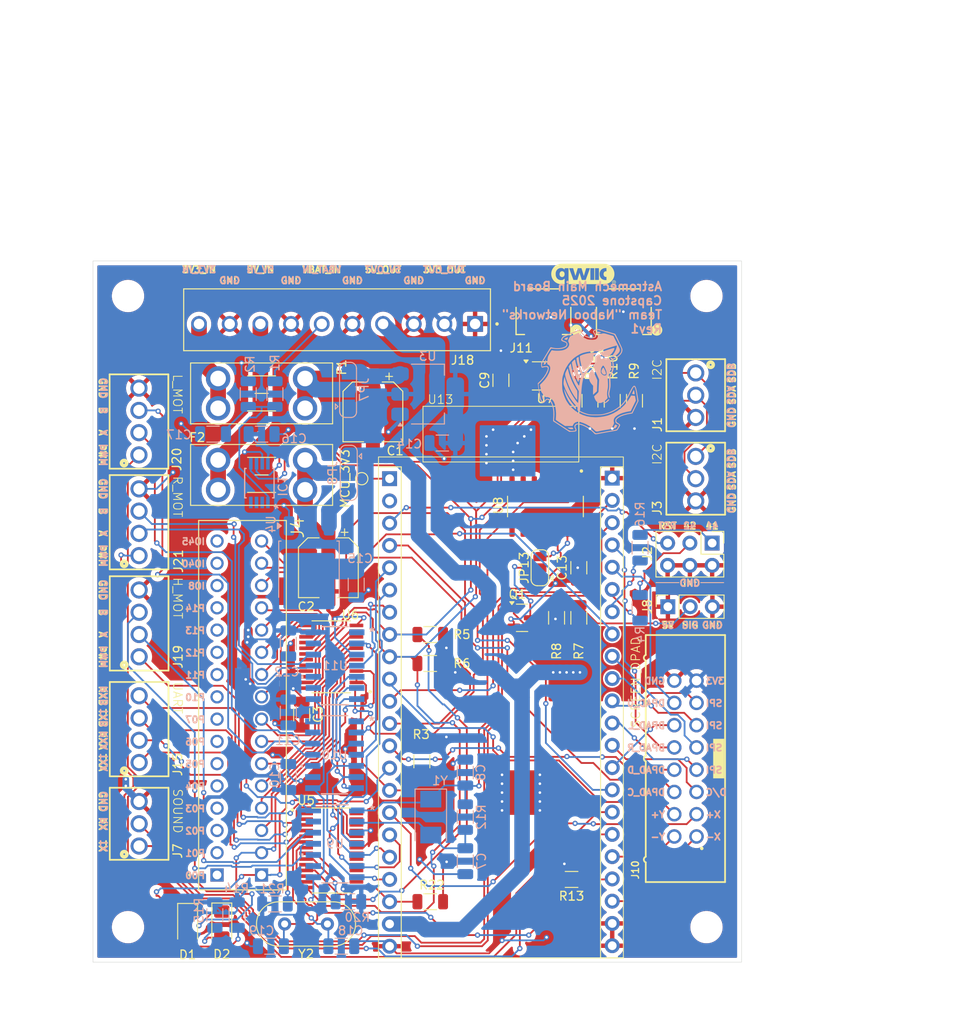
<source format=kicad_pcb>
(kicad_pcb (version 20240108) (generator "pcbnew") (generator_version "8.0")
  (layers (0 "F.Cu" signal) (31 "B.Cu" signal) (34 "B.Paste" user) (35 "F.Paste" user) (36 "B.SilkS" user "B.Silkscreen") (37 "F.SilkS" user "F.Silkscreen") (38 "B.Mask" user) (39 "F.Mask" user) (44 "Edge.Cuts" user))
  (net 0 "")
  (net 1 "/3V3_IN")
  (net 2 "GND")
  (net 3 "/5V_IN")
  (net 4 "3V3")
  (net 5 "5V")
  (net 6 "Net-(J18-Pin_10)")
  (net 7 "Net-(J18-Pin_8)")
  (net 9 "/I2C_3V3_SDA")
  (net 11 "Net-(IC1-AIN0)")
  (net 12 "/I2C_3V3_SCL")
  (net 14 "/VBAT")
  (net 15 "Net-(D1-K)")
  (net 16 "Net-(D2-K)")
  (net 17 "Net-(J4-Pin_5)")
  (net 18 "Net-(J4-Pin_7)")
  (net 19 "Net-(J4-Pin_6)")
  (net 20 "Net-(J4-Pin_8)")
  (net 21 "Net-(U9-FCKI)")
  (net 22 "Net-(U9-FCKO)")
  (net 23 "/IO39")
  (net 24 "/IO38")
  (net 25 "/IO0")
  (net 26 "/IO4")
  (net 27 "/IO2")
  (net 28 "/IO1")
  (net 29 "/IO3")
  (net 30 "/IORX")
  (net 31 "/IOTX")
  (net 32 "/IO45")
  (net 33 "/HEAD_B")
  (net 34 "/IO40")
  (net 35 "Net-(J4-Pin_12)")
  (net 36 "/HEAD_A")
  (net 37 "Net-(J4-Pin_11)")
  (net 38 "/LEFT_A")
  (net 39 "/IO14")
  (net 40 "/LEFT_B")
  (net 41 "/RIGHT_B")
  (net 42 "/RC_UART_5V")
  (net 43 "/RIGHT_A")
  (net 44 "/SCL_BUFD")
  (net 45 "/SDA_BUFD")
  (net 46 "/RST")
  (net 47 "Net-(J4-Pin_13)")
  (net 48 "/IO8")
  (net 49 "/PWM_HEAD")
  (net 50 "Net-(JP7-B)")
  (net 51 "Net-(JP8-B)")
  (net 52 "/PWM_LEFT")
  (net 53 "/PWM_RIGHT")
  (net 54 "/IO18")
  (net 55 "Net-(JP13-C)")
  (net 56 "Net-(MCU_3V3-Pad1)")
  (net 57 "Net-(J4-Pin_10)")
  (net 58 "Net-(JP13-B)")
  (net 59 "/IO_INT")
  (net 60 "/IO41")
  (net 61 "Net-(U10-FCKI)")
  (net 62 "/IO11")
  (net 64 "/IO12")
  (net 65 "/SPI_CS_HEAD")
  (net 66 "/IO13")
  (net 67 "/SPI_CS_LEFT")
  (net 69 "Net-(U7-EN)")
  (net 70 "/ENC_INT")
  (net 72 "/SPI_CS_RIGHT")
  (net 73 "/IO42")
  (net 90 "Net-(U5-XTAL1)")
  (net 91 "Net-(U5-XTAL2)")
  (net 92 "Net-(D1-A)")
  (net 93 "Net-(D2-A)")
  (net 94 "/UART_RXA")
  (net 95 "/UART_TXA")
  (net 96 "/UART_TXB")
  (net 97 "/UART_RXB")
  (net 98 "Net-(U5-I2C{slash}~{SPI})")
  (net 99 "Net-(U5-~{RESET})")
  (net 115 "/SCR_SPICLK")
  (net 116 "/SCR_SPIQ")
  (net 120 "Net-(J4-Pin_9)")
  (net 121 "Net-(Q1-G)")
  (net 122 "Net-(J4-Pin_4)")
  (net 123 "Net-(J2-Pin_1)")
  (net 124 "Net-(J2-Pin_3)")
  (net 125 "/TOUCH_X+")
  (net 126 "/TOUCH_X-")
  (net 127 "/SCR_D{slash}C")
  (net 128 "Net-(J4-Pin_3)")
  (net 129 "/TOUCH_Y+")
  (net 130 "/TOUCH_Y-")
  (footprint "Resistor_SMD:R_1206_3216Metric" (layer "F.Cu") (at 211.455 82.55 90)
    (property "Reference" "R11")
    (property "Value" "10K")
  )
  (footprint "Package_SO:VSSOP-8_3x3mm_P0.65mm" (layer "F.Cu") (at 206.375 79.715)
    (property "Reference" "U7")
    (property "Value" "TCA9517ADGK")
  )
  (footprint "Connector_PinSocket_2.54mm:PinSocket_1x03_P2.54mm_Vertical" (layer "F.Cu") (at 220.345 106.045 90)
    (property "Reference" "J8")
    (property "Value" "Conn_01x03")
  )
  (footprint "astromech_footprints:691210910003" (layer "F.Cu") (at 160.02 130.81 90)
    (property "Reference" "J7")
    (property "Value" "Conn_01x03")
  )
  (footprint "astromech_footprints:691210910003" (layer "F.Cu") (at 223.52 81.915 -90)
    (property "Reference" "J1")
    (property "Value" "Conn_01x03")
  )
  (footprint "astromech_footprints:SOP65P640X110-28N" (layer "F.Cu") (at 181.94 133.858)
    (property "Reference" "U5")
    (property "Value" "SC16IS752IPW_128")
  )
  (footprint "Resistor_SMD:R_1206_3216Metric" (layer "F.Cu") (at 192.278 123.698 -90)
    (property "Reference" "R3")
    (property "Value" "10K")
  )
  (footprint "MountingHole:MountingHole_3.2mm_M3" (layer "F.Cu") (at 158.75 70.6)
    (property "Reference" "H1" (hide yes))
    (property "Value" "MountingHole")
  )
  (footprint "astromech_footprints:691210910004" (layer "F.Cu") (at 160.01 96.41 90)
    (property "Reference" "J21")
    (property "Value" "Conn_01x04")
  )
  (footprint "Jumper:SolderJumper-3_P1.3mm_Open_RoundedPad1.0x1.5mm" (layer "F.Cu") (at 205.74 101.6 90)
    (property "Reference" "JP13")
    (property "Value" "SolderJumper_3_Open")
  )
  (footprint "Resistor_SMD:R_1206_3216Metric" (layer "F.Cu") (at 216.535 82.55 90)
    (property "Reference" "R9")
    (property "Value" "4.7K")
  )
  (footprint "TestPoint:TestPoint_Pad_D1.0mm" (layer "F.Cu") (at 185.42 91.44 90)
    (property "Reference" "MCU_3V3")
    (property "Value" "TestPoint")
  )
  (footprint "astromech_footprints:SOP65P640X120-24N" (layer "F.Cu") (at 181.94 111.76 180)
    (property "Reference" "U6")
    (property "Value" "PCF8575PWR")
  )
  (footprint "astromech_footprints:CONN_SM04B-SRSS-TB_JST" (layer "F.Cu") (at 206.14676 72.39)
    (property "Reference" "J11")
    (property "Value" "Conn_01x06")
  )
  (footprint "astromech_footprints:PHOENIX_1984691" (layer "F.Cu") (at 200.10078 69.787 180)
    (property "Reference" "J18")
    (property "Value" "Screw_Terminal_01x10")
  )
  (footprint "MountingHole:MountingHole_3.2mm_M3" (layer "F.Cu") (at 158.75 142.6)
    (property "Reference" "H3" (hide yes))
    (property "Value" "MountingHole")
  )
  (footprint "Capacitor_SMD:C_1206_3216Metric" (layer "F.Cu") (at 178.562 118.364 90)
    (property "Reference" "C3")
    (property "Value" ".1uF")
  )
  (footprint "MountingHole:MountingHole_3.2mm_M3" (layer "F.Cu") (at 224.75 70.6)
    (property "Reference" "H2" (hide yes))
    (property "Value" "MountingHole")
  )
  (footprint "astromech_footprints:691210910004" (layer "F.Cu") (at 160 84.92 90)
    (property "Reference" "J20")
    (property "Value" "Conn_01x04")
  )
  (footprint "LED_SMD:LED_1206_3216Metric_Pad1.42x1.75mm_HandSolder" (layer "F.Cu") (at 165.55 142.3625 -90)
    (property "Reference" "D1")
    (property "Value" "LED")
  )
  (footprint "astromech_footprints:SOIC127P600X175-14N" (layer "F.Cu") (at 206.375 94.615 -90)
    (property "Reference" "U8")
    (property "Value" "74HC14")
  )
  (footprint "Resistor_SMD:R_1206_3216Metric" (layer "F.Cu") (at 210.185 107.315 -90)
    (property "Reference" "R7")
    (property "Value" "1K")
  )
  (footprint "Capacitor_SMD:CP_Elec_6.3x5.8" (layer "F.Cu") (at 186.69 83.82 -90)
    (property "Reference" "C1")
    (property "Value" "100uF")
  )
  (footprint "MountingHole:MountingHole_3.2mm_M3" (layer "F.Cu") (at 224.75 142.6)
    (property "Reference" "H4" (hide yes))
    (property "Value" "MountingHole")
  )
  (footprint "astromech_footprints:YD-ESP32-S3" (layer "F.Cu") (at 188.595 91.44)
    (property "Reference" "U13")
    (property "Value" "~")
  )
  (footprint "Resistor_SMD:R_1206_3216Metric" (layer "F.Cu") (at 213.995 82.55 90)
    (property "Reference" "R10")
    (property "Value" "4.7K")
  )
  (footprint "Capacitor_SMD:CP_Elec_6.3x5.8" (layer "F.Cu") (at 181.61 101.6 -90)
    (property "Reference" "C2")
    (property "Value" "100uF")
  )
  (footprint "Crystal:Crystal_HC49-U_Vertical" (layer "F.Cu") (at 176.62 142.24)
    (property "Reference" "Y2")
    (property "Value" "Crystal")
  )
  (footprint "astromech_footprints:691210910004" (layer "F.Cu") (at 160.02 120.015 90)
    (property "Reference" "J15")
    (property "Value" "Conn_01x04")
  )
  (footprint "astromech_footprints:61201621621" (layer "F.Cu") (at 222.34398 123.37034 90)
    (property "Reference" "J10")
    (property "Value" "61201621621")
  )
  (footprint "LOGO" (layer "F.Cu") (at 210.731 68.006)
    (property "Reference" "G***" (hide yes))
    (property "Value" "LOGO" (hide yes))
  )
  (footprint "Capacitor_SMD:C_1206_3216Metric" (layer "F.Cu") (at 201.295 80.215 90)
    (property "Reference" "C9")
    (property "Value" ".1uF")
  )
  (footprint "Resistor_SMD:R_1206_3216Metric" (layer "F.Cu") (at 193.233 139.7)
    (property "Reference" "R22")
    (property "Value" "10K")
  )
  (footprint "astromech_footprints:691210910004" (layer "F.Cu") (at 160.02 107.95 90)
    (property "Reference" "J19")
    (property "Value" "Conn_01x04")
  )
  (footprint "astromech_footprints:691210910003" (layer "F.Cu") (at 223.52 91.44 -90)
    (property "Reference" "J3")
    (property "Value" "Conn_01x03")
  )
  (footprint "astromech_footprints:CONN_SM04B-SRSS-TB_JST" (layer "F.Cu") (at 215.31616 72.39)
    (property "Reference" "J9")
    (property "Value" "Conn_01x06")
  )
  (footprint "Fuse:Fuseholder_Blade_Mini_Keystone_3568" (layer "F.Cu") (at 169.03 89.31)
    (property "Reference" "F2")
    (property "Value" "??A")
  )
  (footprint "Capacitor_SMD:C_1206_3216Metric" (layer "F.Cu") (at 210.185 101.6 90)
    (property "Reference" "C13")
    (property "Value" ".1uF")
  )
  (footprint "Resistor_SMD:R_1206_3216Metric" (layer "F.Cu") (at 193.2325 112.522 180)
    (property "Reference" "R6")
    (property "Value" "4.7K")
  )
  (footprint "Resistor_SMD:R_1206_3216Metric" (layer "F.Cu") (at 193.2325 109.22 180)
    (property "Reference" "R5")
    (property "Value" "4.7K")
  )
  (footprint "Resistor_SMD:R_1206_3216Metric" (layer "F.Cu") (at 207.645 107.315 90)
    (property "Reference" "R8")
    (property "Value" "4.7K")
  )
  (footprint "Fuse:Fuseholder_Blade_Mini_Keystone_3568" (layer "F.Cu") (at 169.03 80.01)
    (property "Reference" "F1")
    (property "Value" "??A")
  )
  (footprint "Package_TO_SOT_SMD:SOT-23" (layer "F.Cu") (at 203.708 107.315)
    (property "Reference" "Q1")
    (property "Value" "2N7002")
  )
  (footprint "Resistor_SMD:R_1206_3216Metric" (layer "F.Cu") (at 209.3575 137.16)
    (property "Reference" "R13")
    (property "Value" "10K")
  )
  (footprint "LED_SMD:LED_1206_3216Metric_Pad1.42x1.75mm_HandSolder" (layer "F.Cu") (at 169.45 142.31 -90)
    (property "Reference" "D2")
    (property "Value" "LED")
  )
  (footprint "astromech_footprints:CUI_TBL009V-254-16GY-2GY" (layer "F.Cu") (at 168.91 136.652 90)
    (property "Reference" "J4")
    (property "Value" "IO_XPAND")
  )
  (footprint "Connector_PinHeader_2.54mm:PinHeader_2x03_P2.54mm_Vertical" (layer "F.Cu") (at 225.39452 98.78568 -90)
    (property "Reference" "J2")
    (property "Value" "Conn_02x03_Odd_Even")
  )
  (footprint "Capacitor_SMD:C_1206_3216Metric" (layer "B.Cu") (at 197.231 124.968 -90)
    (property "Reference" "C8")
    (property "Value" "C_Small")
  )
  (footprint "Capacitor_SMD:C_1206_3216Metric" (layer "B.Cu") (at 183.085 144.78 180)
    (property "Reference" "C18")
    (property "Value" "C_Small")
  )
  (footprint "Resistor_SMD:R_1206_3216Metric" (layer "B.Cu") (at 172.466 81.788 90)
    (property "Reference" "R2")
    (property "Value" "R")
  )
  (footprint "Capacitor_SMD:C_1206_3216Metric" (layer "B.Cu") (at 194.613 87.376 180)
    (property "Reference" "C14")
    (property "Value" "10uF")
  )
  (footprint "Resistor_SMD:R_1206_3216Metric" (layer "B.Cu") (at 175.514 81.788 -90)
    (property "Reference" "R1")
    (property "Value" "R")
  )
  (footprint "Package_TO_SOT_SMD:TO-252-2" (layer "B.Cu") (at 179.3965 101.864 -90)
    (property "Reference" "U4")
    (property "Value" "NCP1117-5.0_TO252")
  )
  (footprint "Package_TO_SOT_SMD:SOT-223-3_TabPin2" (layer "B.Cu") (at 192.938 81.788)
    (property "Reference" "U3")
    (property "Value" "NCP1117-3.3_SOT223")
  )
  (footprint "Capacitor_SMD:C_1206_3216Metric" (layer "B.Cu") (at 177.038 118.11 90)
    (property "Reference" "C11")
    (property "Value" ".1uF")
  )
  (footprint "Capacitor_SMD:C_1206_3216Metric" (layer "B.Cu") (at 175.055 144.78)
    (property "Reference" "C19")
    (property "Value" "C_Small")
  )
  (footprint "Capacitor_SMD:C_1206_3216Metric" (layer "B.Cu") (at 197.231 135.079 90)
    (property "Reference" "C7")
    (property "Value" "C_Small")
  )
  (footprint "Jumper:SolderJumper-3_P1.3mm_Open_RoundedPad1.0x1.5mm" (layer "B.Cu") (at 183.896 90.805 -90)
    (property "Reference" "JP8")
    (property "Value" "SolderJumper_3_Open")
  )
  (footprint "Resistor_SMD:R_1206_3216Metric" (layer "B.Cu") (at 175.514 139.954)
    (property "Reference" "R21")
    (property "Value" "10K")
  )
  (footprint "astromech_footprints:SOIC14_LS7366R_LSI" (layer "B.Cu") (at 182.3085 122.936 180)
    (property "Reference" "U10")
    (property "Value" "LS7366R")
  )
  (footprint "Crystal:Crystal_SMD_Abracon_ABM3-2Pin_5.0x3.2mm" (layer "B.Cu") (at 193.294 130.048 -90)
    (property "Reference" "Y1")
    (property "Value" "8MHz")
  )
  (footprint "Resistor_SMD:R_1206_3216Metric" (layer "B.Cu") (at 217.17 99.314 90)
    (property "Reference" "R16")
    (property "Value" "1K")
  )
  (footprint "Resistor_SMD:R_1206_3216Metric" (layer "B.Cu") (at 197.231 130.048 90)
    (property "Reference" "R12")
    (property "Value" "1M")
  )
  (footprint "Jumper:SolderJumper-3_P1.3mm_Open_RoundedPad1.0x1.5mm" (layer "B.Cu") (at 183.896 81.28 90)
    (property "Reference" "JP7")
    (property "Value" "SolderJumper_3_Open")
  )
  (footprint "LOGO" (layer "B.Cu") (at 211.768921 80.600879 180)
    (property "Reference" "G***" (hide yes))
    (property "Value" "LOGO" (hide yes))
  )
  (footprint "Capacitor_SMD:C_1206_3216Metric" (layer "B.Cu") (at 173.99 86.36 180)
    (property "Reference" "C16")
    (property "Value" ".1uF")
  )
  (footprint "Capacitor_SMD:C_1206_3216Metric" (layer "B.Cu") (at 168.451 86.36)
    (property "Reference" "C17")
    (property "Value" "1uF")
  )
  (footprint "Resistor_SMD:R_1206_3216Metric" (layer "B.Cu") (at 168.656 141.224 -90)
    (property "Reference" "R15")
    (property "Value" "2K")
  )
  (footprint "astromech_footprints:21-0036K_MXM" (layer "B.Cu") (at 173.736 91.948 90)
    (property "Reference" "IC1")
    (property "Value" "MAX11645EUA+")
  )
  (footprint "Resistor_SMD:R_1206_3216Metric" (layer "B.Cu") (at 217.17 106.172 90)
    (property "Reference" "R4")
    (property "Value" "1K")
  )
  (footprint "Resistor_SMD:R_1206_3216Metric" (layer "B.Cu") (at 171.196 141.224 -90)
    (property "Reference" "R14")
    (property "Value" "2K")
  )
  (footprint "Capacitor_SMD:C_1206_3216Metric" (layer "B.Cu") (at 184.785 103.505 -90)
    (property "Reference" "C15")
    (property "Value" "10uF")
  )
  (footprint "Resistor_SMD:R_1206_3216Metric" (layer "B.Cu") (at 183.896 139.7 180)
    (property "Reference" "R20")
    (property "Value" "10K")
  )
  (footprint "astromech_footprints:SOIC14_LS7366R_LSI" (layer "B.Cu") (at 182.372 133.096 180)
    (property "Reference" "U9")
    (property "Value" "LS7366R")
  )
  (footprint "Capacitor_SMD:C_1206_3216Metric" (layer "B.Cu") (at 177.038 110.236 90)
    (property "Reference" "C12")
    (property "Value" ".1uF")
  )
  (footprint "Capacitor_SMD:C_1206_3216Metric" (layer "B.Cu") (at 177.038 125.476 -90)
    (property "Reference" "C10")
    (property "Value" ".1uF")
  )
  (footprint "astromech_footprints:SOIC14_LS7366R_LSI" (layer "B.Cu") (at 182.372 112.776 180)
    (property "Reference" "U11")
    (property "Value" "LS7366R")
  )
  (gr_line (start 224.1 103.3) (end 226.7 103.3) (stroke (width 0.1)) (layer "B.SilkS"))
  (gr_line (start 221.6 103.3) (end 219 103.3) (stroke (width 0.1)) (layer "B.SilkS"))
  (gr_line (start 224.1 103.3) (end 226.7 103.3) (stroke (width 0.1)) (layer "F.SilkS"))
  (gr_line (start 221.6 103.3) (end 219 103.3) (stroke (width 0.1)) (layer "F.SilkS"))
  (gr_rect (start 154.75 66.59956) (end 228.75 146.59956) (stroke (width 0.05)) (fill none) (layer "Edge.Cuts"))
  (gr_text "B" (at 156.484804 95.14 90) (layer "B.SilkS") (effects (font (size 0.762 0.762) (thickness 0.1905) (bold yes)) (justify bottom mirror)))
  (gr_text "GND" (at 222.85 103.275 -180) (layer "B.SilkS") (effects (font (size 0.762 0.762) (thickness 0.1905) (bold yes)) (justify mirror)))
  (gr_text "SDB" (at 227.025194 89.14 -90) (layer "B.SilkS") (effects (font (size 0.762 0.762) (thickness 0.1905) (bold yes)) (justify bottom mirror)))
  (gr_text "3V3" (at 224.56 114.97 0) (layer "B.SilkS") (effects (font (size 0.762 0.762) (thickness 0.1905) (bold yes)) (justify right bottom mirror)))
  (gr_text "DPAD_C" (at 220.13 127.67 0) (layer "B.SilkS") (effects (font (size 0.762 0.762) (thickness 0.1905) (bold yes)) (justify left bottom mirror)))
  (gr_text "IO8" (at 167.64 104.14 0) (layer "B.SilkS") (effects (font (size 0.762 0.762) (thickness 0.1905) (bold yes)) (justify left bottom mirror)))
  (gr_text "P10" (at 167.64 116.84 0) (layer "B.SilkS") (effects (font (size 0.762 0.762) (thickness 0.1905) (bold yes)) (justify left bottom mirror)))
  (gr_text "PWM" (at 156.484804 88.72944 90) (layer "B.SilkS") (effects (font (size 0.762 0.762) (thickness 0.1905) (bold yes)) (justify bottom mirror)))
  (gr_text "P04" (at 167.64 127 0) (layer "B.SilkS") (effects (font (size 0.762 0.762) (thickness 0.1905) (bold yes)) (justify left bottom mirror)))
  (gr_text "D/C" (at 224.56 127.67 0) (layer "B.SilkS") (effects (font (size 0.762 0.762) (thickness 0.1905) (bold yes)) (justify right bottom mirror)))
  (gr_text "Y-" (at 220.13 132.75 0) (layer "B.SilkS") (effects (font (size 0.762 0.762) (thickness 0.1905) (bold yes)) (justify left bottom mirror)))
  (gr_text "P07" (at 167.64 119.38 0) (layer "B.SilkS") (effects (font (size 0.762 0.762) (thickness 0.1905) (bold yes)) (justify left bottom mirror)))
  (gr_text "P11" (at 167.64 114.3 0) (layer "B.SilkS") (effects (font (size 0.762 0.762) (thickness 0.1905) (bold yes)) (justify left bottom mirror)))
  (gr_text "P02" (at 167.64 132.08 0) (layer "B.SilkS") (effects (font (size 0.762 0.762) (thickness 0.1905) (bold yes)) (justify left bottom mirror)))
  (gr_text "GND" (at 198.351 69.287 -0) (layer "B.SilkS") (effects (font (size 0.762 0.762) (thickness 0.1905) (bold yes)) (justify bottom mirror)))
  (gr_text "GND" (at 227.025194 84.455 -90) (layer "B.SilkS") (effects (font (size 0.762 0.762) (thickness 0.1905) (bold yes)) (justify bottom mirror)))
  (gr_text "P12" (at 167.64 111.76 0) (layer "B.SilkS") (effects (font (size 0.762 0.762) (thickness 0.1905) (bold yes)) (justify left bottom mirror)))
  (gr_text "GND" (at 156.484804 128.27 90) (layer "B.SilkS") (effects (font (size 0.762 0.762) (thickness 0.1905) (bold yes)) (justify bottom mirror)))
  (gr_text "GND" (at 220.13 114.97 0) (layer "B.SilkS") (effects (font (size 0.762 0.762) (thickness 0.1905) (bold yes)) (justify left bottom mirror)))
  (gr_text "X-" (at 224.56 132.75 0) (layer "B.SilkS") (effects (font (size 0.762 0.762) (thickness 0.1905) (bold yes)) (justify right bottom mirror)))
  (gr_text "TX" (at 156.484804 133.35 90) (layer "B.SilkS") (effects (font (size 0.762 0.762) (thickness 0.1905) (bold yes)) (justify bottom mirror)))
  (gr_text "PWM" (at 156.484804 100.22 90) (layer "B.SilkS") (effects (font (size 0.762 0.762) (thickness 0.1905) (bold yes)) (justify bottom mirror)))
  (gr_text "P13" (at 167.64 109.22 0) (layer "B.SilkS") (effects (font (size 0.762 0.762) (thickness 0.1905) (bold yes)) (justify left bottom mirror)))
  (gr_text "5V" (at 220.345 108.6 -0) (layer "B.SilkS") (effects (font (size 0.762 0.762) (thickness 0.1905) (bold yes)) (justify bottom mirror)))
  (gr_text "RXB" (at 156.484804 116.205 90) (layer "B.SilkS") (effects (font (size 0.762 0.762) (thickness 0.1905) (bold yes)) (justify bottom mirror)))
  (gr_text "TXA" (at 156.484804 123.825 90) (layer "B.SilkS") (effects (font (size 0.762 0.762) (thickness 0.1905) (bold yes)) (justify bottom mirror)))
  (gr_text "SPI" (at 224.56 117.51 0) (layer "B.SilkS") (effects (font (size 0.762 0.762) (thickness 0.1905) (bold yes)) (justify right bottom mirror)))
  (gr_text "RXA" (at 156.484804 121.285 90) (layer "B.SilkS") (effects (font (size 0.762 0.762) (thickness 0.1905) (bold yes)) (justify bottom mirror)))
  (gr_text "SDA" (at 227.025194 91.68 -90) (layer "B.SilkS") (effects (font (size 0.762 0.762) (thickness 0.1905) (bold yes)) (justify bottom mirror)))
  (gr_text "DPAD_D" (at 220.13 125.13 0) (layer "B.SilkS") (effects (font (size 0.762 0.762) (thickness 0.1905) (bold yes)) (justify left bottom mirror)))
  (gr_text "GND" (at 156.484804 81.10944 90) (layer "B.SilkS") (effects (font (size 0.762 0.762) (thickness 0.1905) (bold yes)) (justify bottom mirror)))
  (gr_text "GND" (at 156.484804 92.6 90) (layer "B.SilkS") (effects (font (size 0.762 0.762) (thickness 0.1905) (bold yes)) (justify bottom mirror)))
  (gr_text "P03" (at 167.64 129.54 0) (layer "B.SilkS") (effects (font (size 0.762 0.762) (thickness 0.1905) (bold yes)) (justify left bottom mirror)))
  (gr_text "SPI" (at 224.56 122.59 0) (layer "B.SilkS") (effects (font (size 0.762 0.762) (thickness 0.1905) (bold yes)) (justify right bottom mirror)))
  (gr_text "SPI" (at 224.56 120.05 0) (layer "B.SilkS") (effects (font (size 0.762 0.762) (thickness 0.1905) (bold yes)) (justify right bottom mirror)))
  (gr_text "5V_IN" (at 173.851 68.037 -0) (layer "B.SilkS") (effects (font (size 0.762 0.762) (thickness 0.1905) (bold yes)) (justify bottom mirror)))
  (gr_text "RX" (at 156.484804 130.81 90) (layer "B.SilkS") (effects (font (size 0.762 0.762) (thickness 0.1905) (bold yes)) (justify bottom mirror)))
  (gr_text "SDB" (at 227.025194 79.375 -90) (layer "B.SilkS") (effects (font (size 0.762 0.762) (thickness 0.1905) (bold yes)) (justify bottom mirror)))
  (gr_text "3V3_OUT" (at 194.851 68.037 -0) (layer "B.SilkS") (effects (font (size 0.762 0.762) (thickness 0.1905) (bold yes)) (justify bottom mirror)))
  (gr_text "GND" (at 184.351 69.287 -0) (layer "B.SilkS") (effects (font (size 0.762 0.762) (thickness 0.1905) (bold yes)) (justify bottom mirror)))
  (gr_text "DPAD_U" (at 220.13 117.51 0) (layer "B.SilkS") (effects (font (size 0.762 0.762) (thickness 0.1905) (bold yes)) (justify left bottom mirror)))
  (gr_text "TXB" (at 156.484804 118.745 90) (layer "B.SilkS") (effects (font (size 0.762 0.762) (thickness 0.1905) (bold yes)) (justify bottom mirror)))
  (gr_text "PWM" (at 156.484804 111.76 90) (layer "B.SilkS") (effects (font (size 0.762 0.762) (thickness 0.1905) (bold yes)) (justify bottom mirror)))
  (gr_text "41" (at 225.385 97.275 -0) (layer "B.SilkS") (effects (font (size 0.762 0.762) (thickness 0.1905) (bold yes)) (justify bottom mirror)))
  (gr_text "GND" (at 156.484804 104.14 90) (layer "B.SilkS") (effects (font (size 0.762 0.762) (thickness 0.1905) (bold yes)) (justify bottom mirror)))
  (gr_text "Astromech Main Board\nCapstone 2025\nTeam {dblquote}Naboo Networks{dblquote}\nRev1" (at 219.799167 68.931109 0) (layer "B.SilkS") (effects (font (size 1 1) (thickness 0.2)) (justify left top mirror)))
  (gr_text "DPAD_L" (at 220.13 120.05 0) (layer "B.SilkS") (effects (font (size 0.762 0.762) (thickness 0.1905) (bold yes)) (justify left bottom mirror)))
  (gr_text "P06" (at 167.64 121.92 0) (layer "B.SilkS") (effects (font (size 0.762 0.762) (thickness 0.1905) (bold yes)) (justify left bottom mirror)))
  (gr_text "X+" (at 224.56 130.21 0) (layer "B.SilkS") (effects (font (size 0.762 0.762) (thickness 0.1905) (bold yes)) (justify right bottom mirror)))
  (gr_text "B" (at 156.484804 106.68 90) (layer "B.SilkS") (effects (font (size 0.762 0.762) (thickness 0.1905) (bold yes)) (justify bottom mirror)))
  (gr_text "P05" (at 167.64 124.46 0) (layer "B.SilkS") (effects (font (size 0.762 0.762) (thickness 0.1905) (bold yes)) (justify left bottom mirror)))
  (gr_text "GND" (at 170.351 69.287 -0) (layer "B.SilkS") (effects (font (size 0.762 0.762) (thickness 0.1905) (bold yes)) (justify bottom mirror)))
  (gr_text "B" (at 156.484804 83.64944 90) (layer "B.SilkS") (effects (font (size 0.762 0.762) (thickness 0.1905) (bold yes)) (justify bottom mirror)))
  (gr_text "A" (at 156.484804 97.68 90) (layer "B.SilkS") (effects (font (size 0.762 0.762) (thickness 0.1905) (bold yes)) (justify bottom mirror)))
  (gr_text "SPI" (at 224.56 125.13 0) (layer "B.SilkS") (effects (font (size 0.762 0.762) (thickness 0.1905) (bold yes)) (justify right bottom mirror)))
  (gr_text "P00" (at 167.64 137.16 0) (layer "B.SilkS") (effects (font (size 0.762 0.762) (thickness 0.1905) (bold yes)) (justify left bottom mirror)))
  (gr_text "5V_OUT" (at 187.851 68.037 -0) (layer "B.SilkS") (effects (font (size 0.762 0.762) (thickness 0.1905) (bold yes)) (justify bottom mirror)))
  (gr_text "RST" (at 220.305 97.275 -0) (layer "B.SilkS") (effects (font (size 0.762 0.762) (thickness 0.1905) (bold yes)) (justify bottom mirror)))
  (gr_text "SIG" (at 222.885 108.6 -0) (layer "B.SilkS") (effects (font (size 0.762 0.762) (thickness 0.1905) (bold yes)) (justify bottom mirror)))
  (gr_text "GND" (at 177.351 69.287 -0) (layer "B.SilkS") (effects (font (size 0.762 0.762) (thickness 0.1905) (bold yes)) (justify bottom mirror)))
  (gr_text "42" (at 222.845 97.275 -0) (layer "B.SilkS") (effects (font (size 0.762 0.762) (thickness 0.1905) (bold yes)) (justify bottom mirror)))
  (gr_text "GND" (at 227.025194 94.22 -90) (layer "B.SilkS") (effects (font (size 0.762 0.762) (thickness 0.1905) (bold yes)) (justify bottom mirror)))
  (gr_text "IO40" (at 167.64 101.6 0) (layer "B.SilkS") (effects (font (size 0.762 0.762) (thickness 0.1905) (bold yes)) (justify left bottom mirror)))
  (gr_text "VBAT_IN" (at 180.851 68.037 -0) (layer "B.SilkS") (effects (font (size 0.762 0.762) (thickness 0.1905) (bold yes)) (justify bottom mirror)))
  (gr_text "GND" (at 191.351 69.287 -0) (layer "B.SilkS") (effects (font (size 0.762 0.762) (thickness 0.1905) (bold yes)) (justify bottom mirror)))
  (gr_text "DPAD_R" (at 220.13 122.59 0) (layer "B.SilkS") (effects (font (size 0.762 0.762) (thickness 0.1905) (bold yes)) (justify left bottom mirror)))
  (gr_text "SDA" (at 227.025194 81.915 -90) (layer "B.SilkS") (effects (font (size 0.762 0.762) (thickness 0.1905) (bold yes)) (justify bottom mirror)))
  (gr_text "Y+" (at 220.13 130.21 0) (layer "B.SilkS") (effects (font (size 0.762 0.762) (thickness 0.1905) (bold yes)) (justify left bottom mirror)))
  (gr_text "3V3_IN" (at 166.851 68.037 -0) (layer "B.SilkS") (effects (font (size 0.762 0.762) (thickness 0.1905) (bold yes)) (justify bottom mirror)))
  (gr_text "P14" (at 167.64 106.68 0) (layer "B.SilkS") (effects (font (size 0.762 0.762) (thickness 0.1905) (bold yes)) (justify left bottom mirror)))
  (gr_text "P01" (at 167.64 134.62 0) (layer "B.SilkS") (effects (font (size 0.762 0.762) (thickness 0.1905) (bold yes)) (justify left bottom mirror)))
  (gr_text "GND" (at 225.425 108.6 -0) (layer "B.SilkS") (effects (font (size 0.762 0.762) (thickness 0.1905) (bold yes)) (justify bottom mirror)))
  (gr_text "IO45" (at 167.64 99.06 0) (layer "B.SilkS") (effects (font (size 0.762 0.762) (thickness 0.1905) (bold yes)) (justify left bottom mirror)))
  (gr_text "A" (at 156.484804 109.22 90) (layer "B.SilkS") (effects (font (size 0.762 0.762) (thickness 0.1905) (bold yes)) (justify bottom mirror)))
  (gr_text "A" (at 156.484804 86.18944 90) (layer "B.SilkS") (effects (font (size 0.762 0.762) (thickness 0.1905) (bold yes)) (justify bottom mirror)))
  (gr_text "SDB" (at 228.132 89.14 90) (layer "F.SilkS") (effects (font (size 0.762 0.762) (thickness 0.1905) (bold yes)) (justify bottom)))
  (gr_text "GND" (at 228.132 94.22 90) (layer "F.SilkS") (effects (font (size 0.762 0.762) (thickness 0.1905) (bold yes)) (justify bottom)))
  (gr_text "B" (at 155.378 106.68 -90) (layer "F.SilkS") (effects (font (size 0.762 0.762) (thickness 0.1905) (bold yes)) (justify bottom)))
  (gr_text "GND" (at 170.351 69.287 0) (layer "F.SilkS") (effects (font (size 0.762 0.762) (thickness 0.1905) (bold yes)) (justify bottom)))
  (gr_text "3V3_OUT" (at 194.851 68.037 0) (layer "F.SilkS") (effects (font (size 0.762 0.762) (thickness 0.1905) (bold yes)) (justify bottom)))
  (gr_text "PWM" (at 155.378 100.22 -90) (layer "F.SilkS") (effects (font (size 0.762 0.762) (thickness 0.1905) (bold yes)) (justify bottom)))
  (gr_text "GND" (at 222.85 103.275 180) (layer "F.SilkS") (effects (font (size 0.762 0.762) (thickness 0.1905) (bold yes))))
  (gr_text "RST" (at 220.305 97.275 0) (layer "F.SilkS") (effects (font (size 0.762 0.762) (thickness 0.1905) (bold yes)) (justify bottom)))
  (gr_text "GND" (at 155.378 92.6 -90) (layer "F.SilkS") (effects (font (size 0.762 0.762) (thickness 0.1905) (bold yes)) (justify bottom)))
  (gr_text "RXA" (at 155.378 121.285 -90) (layer "F.SilkS") (effects (font (size 0.762 0.762) (thickness 0.1905) (bold yes)) (justify bottom)))
  (gr_text "TXA" (at 155.378 123.825 -90) (layer "F.SilkS") (effects (font (size 0.762 0.762) (thickness 0.1905) (bold yes)) (justify bottom)))
  (gr_text "3V3_IN" (at 166.851 68.037 0) (layer "F.SilkS") (effects (font (size 0.762 0.762) (thickness 0.1905) (bold yes)) (justify bottom)))
  (gr_text "GND" (at 191.351 69.287 0) (layer "F.SilkS") (effects (font (size 0.762 0.762) (thickness 0.1905) (bold yes)) (justify bottom)))
  (gr_text "GND" (at 225.425 108.6 0) (layer "F.SilkS") (effects (font (size 0.762 0.762) (thickness 0.1905) (bold yes)) (justify bottom)))
  (gr_text "PWM" (at 155.378 111.76 -90) (layer "F.SilkS") (effects (font (size 0.762 0.762) (thickness 0.1905) (bold yes)) (justify bottom)))
  (gr_text "A" (at 155.378 97.68 -90) (layer "F.SilkS") (effects (font (size 0.762 0.762) (thickness 0.1905) (bold yes)) (justify bottom)))
  (gr_text "5V_IN" (at 173.851 68.037 0) (layer "F.SilkS") (effects (font (size 0.762 0.762) (thickness 0.1905) (bold yes)) (justify bottom)))
  (gr_text "5V_OUT" (at 187.851 68.037 0) (layer "F.SilkS") (effects (font (size 0.762 0.762) (thickness 0.1905) (bold yes)) (justify bottom)))
  (gr_text "SIG" (at 222.885 108.6 0) (layer "F.SilkS") (effects (font (size 0.762 0.762) (thickness 0.1905) (bold yes)) (justify bottom)))
  (gr_text "RXB" (at 155.378 116.205 -90) (layer "F.SilkS") (effects (font (size 0.762 0.762) (thickness 0.1905) (bold yes)) (justify bottom)))
  (gr_text "TX" (at 155.378 133.35 -90) (layer "F.SilkS") (effects (font (size 0.762 0.762) (thickness 0.1905) (bold yes)) (justify bottom)))
  (gr_text "A" (at 155.378 86.18944 -90) (layer "F.SilkS") (effects (font (size 0.762 0.762) (thickness 0.1905) (bold yes)) (justify bottom)))
  (gr_text "41" (at 225.385 97.275 0) (layer "F.SilkS") (effects (font (size 0.762 0.762) (thickness 0.1905) (bold yes)) (justify bottom)))
  (gr_text "GND" (at 177.351 69.287 0) (layer "F.SilkS") (effects (font (size 0.762 0.762) (thickness 0.1905) (bold yes)) (justify bottom)))
  (gr_text "GND" (at 198.351 69.287 0) (layer "F.SilkS") (effects (font (size 0.762 0.762) (thickness 0.1905) (bold yes)) (justify bottom)))
  (gr_text "B" (at 155.378 83.64944 -90) (layer "F.SilkS") (effects (font (size 0.762 0.762) (thickness 0.1905) (bold yes)) (justify bottom)))
  (gr_text "A" (at 155.378 109.22 -90) (layer "F.SilkS") (effects (font (size 0.762 0.762) (thickness 0.1905) (bold yes)) (justify bottom)))
  (gr_text "5V" (at 220.345 108.6 0) (layer "F.SilkS") (effects (font (size 0.762 0.762) (thickness 0.1905) (bold yes)) (justify bottom)))
  (gr_text "PWM" (at 155.378 88.72944 -90) (layer "F.SilkS") (effects (font (size 0.762 0.762) (thickness 0.1905) (bold yes)) (justify bottom)))
  (gr_text "GND" (at 155.378 128.27 -90) (layer "F.SilkS") (effects (font (size 0.762 0.762) (thickness 0.1905) (bold yes)) (justify bottom)))
  (gr_text "VBAT_IN" (at 180.851 68.037 0) (layer "F.SilkS") (effects (font (size 0.762 0.762) (thickness 0.1905) (bold yes)) (justify bottom)))
  (gr_text "GND" (at 228.132 84.455 90) (layer "F.SilkS") (effects (font (size 0.762 0.762) (thickness 0.1905) (bold yes)) (justify bottom)))
  (gr_text "GND" (at 184.351 69.287 0) (layer "F.SilkS") (effects (font (size 0.762 0.762) (thickness 0.1905) (bold yes)) (justify bottom)))
  (gr_text "SDA" (at 228.132 81.915 90) (layer "F.SilkS") (effects (font (size 0.762 0.762) (thickness 0.1905) (bold yes)) (justify bottom)))
  (gr_text "42" (at 222.845 97.275 0) (layer "F.SilkS") (effects (font (size 0.762 0.762) (thickness 0.1905) (bold yes)) (justify bottom)))
  (gr_text "SDA" (at 228.132 91.68 90) (layer "F.SilkS") (effects (font (size 0.762 0.762) (thickness 0.1905) (bold yes)) (justify bottom)))
  (gr_text "SDB" (at 228.132 79.375 90) (layer "F.SilkS") (effects (font (size 0.762 0.762) (thickness 0.1905) (bold yes)) (justify bottom)))
  (gr_text "GND" (at 155.378 104.14 -90) (layer "F.SilkS") (effects (font (size 0.762 0.762) (thickness 0.1905) (bold yes)) (justify bottom)))
  (gr_text "RX" (at 155.378 130.81 -90) (layer "F.SilkS") (effects (font (size 0.762 0.762) (thickness 0.1905) (bold yes)) (justify bottom)))
  (gr_text "GND" (at 155.378 81.10944 -90) (layer "F.SilkS") (effects (font (size 0.762 0.762) (thickness 0.1905) (bold yes)) (justify bottom)))
  (gr_text "TXB" (at 155.378 118.745 -90) (layer "F.SilkS") (effects (font (size 0.762 0.762) (thickness 0.1905) (bold yes)) (justify bottom)))
  (gr_text "B" (at 155.378 95.14 -90) (layer "F.SilkS") (effects (font (size 0.762 0.762) (thickness 0.1905) (bold yes)) (justify bottom)))
  (segment (start 178.95 80.01) (end 185.58 80.01) (width 1.778) (layer "F.Cu") (net 1))
  (segment (start 178.95 80.01) (end 178.95 83.41) (width 1.778) (layer "F.Cu") (net 1))
  (segment (start 185.58 80.01) (end 186.69 81.12) (width 1.778) (layer "F.Cu") (net 1))
  (segment (start 183.896 81.28) (end 180.22 81.28) (width 1.778) (layer "B.Cu") (net 1))
  (segment (start 180.22 81.28) (end 178.95 80.01) (width 1.778) (layer "B.Cu") (net 1))
  (segment (start 184.81 108.15) (end 184.81 108.185) (width 0.2032) (layer "F.Cu") (net 2))
  (segment (start 187.5672 128.1548) (end 187.452 128.27) (width 0.2032) (layer "F.Cu") (net 2))
  (segment (start 211.4882 98.7122) (end 211.328 98.552) (width 0.4) (layer "F.Cu") (net 2))
  (segment (start 173.736272 117.7148) (end 170.688 114.666528) (width 0.4) (layer "F.Cu") (net 2))
  (segment (start 175.006 122.682) (end 172.72 122.682) (width 0.2032) (layer "F.Cu") (net 2))
  (segment (start 183.5356 122.268152) (end 183.514512 122.247064) (width 0.2032) (layer "F.Cu") (net 2))
  (segment (start 185.307132 117.616551) (end 185.307132 118.777132) (width 0.2032) (layer "F.Cu") (net 2))
  (segment (start 185.594999 133.533) (end 186.436 132.691999) (width 0.2032) (layer "F.Cu") (net 2))
  (segment (start 175.26 122.936) (end 175.006 122.682) (width 0.2032) (layer "F.Cu") (net 2))
  (segment (start 184.81 133.533) (end 185.594999 133.533) (width 0.2032) (layer "F.Cu") (net 2))
  (segment (start 185.594999 114.685) (end 185.8998 114.989801) (width 0.2032) (layer "F.Cu") (net 2))
  (segment (start 176.4378 117.7148) (end 173.736272 117.7148) (width 0.4) (layer "F.Cu") (net 2))
  (segment (start 184.81 114.035) (end 184.81 114.685) (width 0.2032) (layer "F.Cu") (net 2))
  (segment (start 175.26 104.902) (end 172.72 104.902) (width 0.4) (layer "F.Cu") (net 2))
  (segment (start 188.595 144.78) (end 189.407 145.592) (width 0.2032) (layer "F.Cu") (net 2))
  (segment (start 208.7215 74.4885) (end 209.296 73.914) (width 0.4) (layer "F.Cu") (net 2))
  (segment (start 189.8532 128.1548) (end 187.5672 128.1548) (width 0.2032) (layer "F.Cu") (net 2))
  (segment (start 189.992 128.016) (end 189.8532 128.1548) (width 0.2032) (layer "F.Cu") (net 2))
  (segment (start 202.7705 107.7745) (end 202.7705 108.265) (width 0.2032) (layer "F.Cu") (net 2))
  (segment (start 170.688 114.666528) (end 170.688 113.792) (width 0.4) (layer "F.Cu") (net 2))
  (segment (start 185.8998 114.989801) (end 185.8998 117.023883) (width 0.2032) (layer "F.Cu") (net 2))
  (segment (start 199.9448 145.592) (end 201.422 144.1148) (width 0.2032) (layer "F.Cu") (net 2))
  (segment (start 185.655 107.305) (end 184.81 108.15) (width 0.2032) (layer "F.Cu") (net 2))
  (segment (start 202.438 107.442) (end 202.7705 107.7745) (width 0.2032) (layer "F.Cu") (net 2))
  (segment (start 179.07 113.385) (end 177.393 113.385) (width 0.2032) (layer "F.Cu") (net 2))
  (segment (start 189.407 145.592) (end 199.9448 145.592) (width 0.2032) (layer "F.Cu") (net 2))
  (segment (start 186.436 132.691999) (end 186.436 131.572) (width 0.2032) (layer "F.Cu") (net 2))
  (segment (start 185.307132 118.777132) (end 183.5356 120.548664) (width 0.2032) (layer "F.Cu") (net 2))
  (segment (start 207.64676 74.4885) (end 208.7215 74.4885) (width 0.4) (layer "F.Cu") (net 2))
  (segment (start 177.292 113.284) (end 177.393 113.385) (width 0.2032) (layer "F.Cu") (net 2))
  (segment (start 185.8998 117.023883) (end 185.307132 117.616551) (width 0.2032) (layer "F.Cu") (net 2))
  (segment (start 211.4882 101.7718) (end 211.4882 98.7122) (width 0.4) (layer "F.Cu") (net 2))
  (segment (start 184.81 114.685) (end 185.594999 114.685) (width 0.2032) (layer "F.Cu") (net 2))
  (segment (start 183.5356 120.548664) (end 183.5356 122.268152) (width 0.2032) (layer "F.Cu") (net 2))
  (segment (start 210.185 103.075) (end 211.4882 101.7718) (width 0.4) (layer "F.Cu") (net 2))
  (segment (start 178.562 119.839) (end 176.4378 117.7148) (width 0.4) (layer "F.Cu") (net 2))
  (via (at 209.296 73.914) (size 0.6) (drill 0.3) (layers "F.Cu" "B.Cu") (net 2))
  (via (at 186.182 104.14) (size 0.6) (drill 0.3) (layers "F.Cu" "B.Cu") (net 2))
  (via (at 158.496 125.73) (size 0.6) (drill 0.3) (layers "F.Cu" "B.Cu") (net 2))
  (via (at 204.724 85.852) (size 0.6) (drill 0.3) (layers "F.Cu" "B.Cu") (net 2))
  (via (at 211.582 75.184) (size 0.6) (drill 0.3) (layers "F.Cu" "B.Cu") (net 2))
  (via (at 200.406 85.852) (size 0.6) (drill 0.3) (layers "F.Cu" "B.Cu") (net 2))
  (via (at 172.0548 88.392) (size 0.6) (drill 0.3) (layers "F.Cu" "B.Cu") (net 2))
  (via (at 164.81 85.16) (size 0.6) (drill 0.3) (layers "F.Cu" "B.Cu") (net 2))
  (via (at 207.518 103.378) (size 0.6) (drill 0.3) (layers "F.Cu" "B.Cu") (net 2))
  (via (at 186.436 131.572) (size 0.6) (drill 0.3) (layers "F.Cu" "B.Cu") (net 2))
  (via (at 206.502 143.764) (size 0.6) (drill 0.3) (layers "F.Cu" "B.Cu") (net 2))
  (via (at 202.692 88.392) (size 0.6) (drill 0.3) (layers "F.Cu" "B.Cu") (net 2))
  (via (at 175.514 119.38) (size 0.6) (drill 0.3) (layers "F.Cu" "B.Cu") (net 2))
  (via (at 203.962 86.614) (size 0.6) (drill 0.3) (layers "F.Cu" "B.Cu") (net 2))
  (via (at 192.024 134.874) (size 0.6) (drill 0.3) (layers "F.Cu" "B.Cu") (net 2))
  (via (at 185.655 107.305) (size 0.6) (drill 0.3) (layers "F.Cu" "B.Cu") (net 2))
  (via (at 178.465496 125.919822) (size 0.6) (drill 0.3) (layers "F.Cu" "B.Cu") (net 2))
  (via (at 203.2 87.376) (size 0.6) (drill 0.3) (layers "F.Cu" "B.Cu") (net 2))
  (via (at 182.372 107.442) (size 0.6) (drill 0.3) (layers "F.Cu" "B.Cu") (net 2))
  (via (at 199.644 87.63) (size 0.6) (drill 0.3) (layers "F.Cu" "B.Cu") (net 2))
  (via (at 176.53 94.488) (size 0.6) (drill 0.3) (layers "F.Cu" "B.Cu") (net 2))
  (via (at 199.644 88.646) (size 0.6) (drill 0.3) (layers "F.Cu" "B.Cu") (net 2))
  (via (at 188.468 86.106) (size 0.6) (drill 0.3) (layers "F.Cu" "B.Cu") (net 2))
  (via (at 202.692 89.408) (size 0.6) (drill 0.3) (layers "F.Cu" "B.Cu") (net 2))
  (via (at 172.33 144.41) (size 0.6) (drill 0.3) (layers "F.Cu" "B.Cu") (net 2))
  (via (at 195.834 123.952) (size 0.6) (drill 0.3) (layers "F.Cu" "B.Cu") (net 2))
  (via (at 183.5356 122.268152) (size 0.6) (drill 0.3) (layers "F.Cu" "B.Cu") (net 2))
  (via (at 177.038 85.852) (size 0.6) (drill 0.3) (layers "F.Cu" "B.Cu") (net 2))
  (via (at 202.692 90.424) (size 0.6) (drill 0.3) (layers "F.Cu" "B.Cu") (net 2))
  (via (at 194.818 89.154) (size 0.6) (drill 0.3) (layers "F.Cu" "B.Cu") (net 2))
  (via (at 202.438 107.442) (size 0.6) (drill 0.3) (layers "F.Cu" "B.Cu") (net 2))
  (via (at 201.422 144.1148) (size 0.6) (drill 0.3) (layers "F.Cu" "B.Cu") (net 2))
  (via (at 199.644 86.614) (size 0.6) (drill 0.3) (layers "F.Cu" "B.Cu") (net 2))
  (via (at 177.292 110.236) (size 0.6) (drill 0.3) (layers "F.Cu" "B.Cu") (net 2))
  (via (at 158.496 126.492) (size 0.6) (drill 0.3) (layers "F.Cu" "B.Cu") (net 2))
  (via (at 199.644 89.662) (size 0.6) (drill 0.3) (layers "F.Cu" "B.Cu") (net 2))
  (via (at 175.26 122.936) (size 0.6) (drill 0.3) (layers "F.Cu" "B.Cu") (net 2))
  (via (at 163.88 90.72) (size 0.6) (drill 0.3) (layers "F.Cu" "B.Cu") (net 2))
  (via (at 171.704 78.232) (size 0.6) (drill 0.3) (layers "F.Cu" "B.Cu") (net 2))
  (segment (start 185.342 104.98) (end 186.182 104.14) (width 0.2032) (layer "B.Cu") (net 2))
  (segment (start 209.296 73.914) (end 210.312 73.914) (width 0.4) (layer "B.Cu") (net 2))
  (segment (start 177.038 125.222) (end 177.038 124.001) (width 0.2032) (layer "B.Cu") (net 2))
  (segment (start 158.496 126.746) (end 158.496 126.492) (width 0.762) (layer "B.Cu") (net 2))
  (segment (start 189.788 84.786) (end 188.468 86.106) (width 0.4) (layer "B.Cu") (net 2))
  (segment (start 203.520736 107.442) (end 207.518 103.444736) (width 0.2032) (layer "B.Cu") (net 2))
  (segment (start 177.038 110.49) (end 177.292 110.236) (width 0.2032) (layer "B.Cu") (net 2))
  (segment (start 185.1025 131.572) (end 184.8485 131.826) (width 0.2032) (layer "B.Cu") (net 2))
  (segment (start 171.704 79.5635) (end 171.704 78.232) (width 0.2032) (layer "B.Cu") (net 2))
  (segment (start 177.038 111.711) (end 177.038 110.49) (width 0.2032) (layer "B.Cu") (net 2))
  (segment (start 177.1165 95.0745) (end 176.53 94.488) (width 0.2032) (layer "B.Cu") (net 2))
  (segment (start 175.719 119.585) (end 175.514 119.38) (width 0.2032) (layer "B.Cu") (net 2))
  (segment (start 184.3024 111.506) (end 182.372 109.5756) (width 0.2032) (layer "B.Cu") (net 2))
  (segment (start 202.438 107.442) (end 203.520736 107.442) (width 0.2032) (layer "B.Cu") (net 2))
  (segment (start 184.56 144.78) (end 185.135 144.205) (width 0.2032) (layer "B.Cu") (net 2))
  (segment (start 207.518 103.444736) (end 207.518 103.378) (width 0.2032) (layer "B.Cu") (net 2))
  (segment (start 160.01 92.6) (end 162 92.6) (width 0.2032) (layer "B.Cu") (net 2))
  (segment (start 177.038 119.585) (end 175.719 119.585) (width 0.2032) (layer "B.Cu") (net 2))
  (segment (start 188.02 144.205) (end 188.595 144.78) (width 0.2032) (layer "B.Cu") (net 2))
  (segment (start 189.788 84.088) (end 189.788 84.786) (width 0.4) (layer "B.Cu") (net 2))
  (segment (start 184.785 121.666) (end 184.137752 121.666) (width 0.2032) (layer "B.Cu") (net 2))
  (segment (start 192.024 134.874) (end 192.024 134.886974) (width 0.2032) (layer "B.Cu") (net 2))
  (segment (start 184.8485 111.506) (end 184.3024 111.506) (width 0.2032) (layer "B.Cu") (net 2))
  (segment (start 185.655 107.305) (end 185.54 107.19) (width 0.2032) (layer "B.Cu") (net 2))
  (segment (start 174.06112 88.63076) (end 173.82236 88.392) (width 0.2032) (layer "B.Cu") (net 2))
  (segment (start 158.496 126.492) (end 158.496 125.73) (width 0.762) (layer "B.Cu") (net 2))
  (segment (start 192.024 134.886974) (end 193.691026 136.554) (width 0.2032) (layer "B.Cu") (net 2))
  (segment (start 184.137752 121.666) (end 183.5356 122.268152) (width 0.2032) (layer "B.Cu") (net 2))
  (segment (start 172.33 144.41) (end 172.7 144.78) (width 0.2032) (layer "B.Cu") (net 2))
  (segment (start 210.312 73.914) (end 211.582 75.184) (width 0.4) (layer "B.Cu") (net 2))
  (segment (start 195.834 123.952) (end 196.293 123.493) (width 0.2032) (layer "B.Cu") (net 2))
  (segment (start 160.02 128.27) (end 158.496 126.746) (width 0.762) (layer "B.Cu") (net 2))
  (segment (start 206.1512 144.1148) (end 206.502 143.764) (width 0.2032) (layer "B.Cu") (net 2))
  (segment (start 177.1165 96.824) (end 177.1165 95.0745) (width 0.2032) (layer "B.Cu") (net 2))
  (segment (start 162 92.6) (end 163.88 90.72) (width 0.2032) (layer "B.Cu") (net 2))
  (segment (start 177.038 124.001) (end 177.087 124.001) (width 0.2032) (layer "B.Cu") (net 2))
  (segment (start 166.976 86.36) (end 166.01 86.36) (width 0.2032) (layer "B.Cu") (net 2))
  (segment (start 182.372 109.5756) (end 182.372 107.442) (width 0.2032) (layer "B.Cu") (net 2))
  (segment (start 186.436 131.572) (end 185.1025 131.572) (width 0.2032) (layer "B.Cu") (net 2))
  (segment (start 175.973 122.936) (end 177.038 124.001) (width 0.2032) (layer "B.Cu") (net 2))
  (segment (start 201.422 144.1148) (end 206.1512 144.1148) (width 0.2032) (layer "B.Cu") (net 2))
  (segment (start 172.466 80.3255) (end 171.704 79.5635) (width 0.2032) (layer "B.Cu") (net 2))
  (segment (start 193.138 87.376) (end 193.138 87.474) (width 0.4) (layer "B.Cu") (net 2))
  (segment (start 166.01 86.36) (end 164.81 85.16) (width 0.2032) (layer "B.Cu") (net 2))
  (segment (start 185.135 144.205) (end 188.02 144.205) (width 0.2032) (layer "B.Cu") (net 2))
  (segment (start 178.465496 125.919822) (end 177.735822 125.919822) (width 0.2032) (layer "B.Cu") (net 2))
  (segment (start 177.735822 125.919822) (end 177.038 125.222) (width 0.2032) (layer "B.Cu") (net 2))
  (segment (start 175.465 86.36) (end 176.53 86.36) (width 0.2032) (layer "B.Cu") (net 2))
  (segment (start 173.82236 88.392) (end 172.0548 88.392) (width 0.2032) (layer "B.Cu") (net 2))
  (segment (start 172.7 144.78) (end 173.58 144.78) (width 0.2032) (layer "B.Cu") (net 2))
  (segment (start 196.293 123.493) (end 197.231 123.493) (width 0.2032) (layer "B.Cu") (net 2))
  (segment (start 174.06112 89.7382) (end 174.06112 88.63076) (width 0.2032) (layer "B.Cu") (net 2))
  (segment (start 182.624 107.19) (end 182.372 107.442) (width 0.2032) (layer "B.Cu") (net 2))
  (segment (start 193.138 87.474) (end 194.818 89.154) (width 0.4) (layer "B.Cu") (net 2))
  (segment (start 193.691026 136.554) (end 197.231 136.554) (width 0.2032) (layer "B.Cu") (net 2))
  (segment (start 176.53 86.36) (end 177.038 85.852) (width 0.2032) (layer "B.Cu") (net 2))
  (segment (start 175.26 122.936) (end 175.973 122.936) (width 0.2032) (layer "B.Cu") (net 2))
  (segment (start 185.54 107.19) (end 182.624 107.19) (width 0.2032) (layer "B.Cu") (net 2))
  (segment (start 184.785 104.98) (end 185.342 104.98) (width 0.2032) (layer "B.Cu") (net 2))
  (segment (start 178.95 92.71) (end 178.95 89.31) (width 1.778) (layer "F.Cu") (net 3))
  (segment (start 178.95 92.71) (end 178.95 96.24) (width 1.778) (layer "F.Cu") (net 3))
  (segment (start 178.95 96.24) (end 181.61 98.9) (width 1.778) (layer "F.Cu") (net 3))
  (segment (start 183.896 90.805) (end 180.445 90.805) (width 1.778) (layer "B.Cu") (net 3))
  (segment (start 180.445 90.805) (end 178.95 89.31) (width 1.778) (layer "B.Cu") (net 3))
  (segment (start 172.466 109.982) (end 172.339 110.109) (width 1.016) (layer "F.Cu") (net 4))
  (segment (start 178.562 116.889) (end 178.562 116.332) (width 0.2032) (layer "F.Cu") (net 4))
  (segment (start 201.295 78.74) (end 201.295 76.835) (width 0.2032) (layer "F.Cu") (net 4))
  (segment (start 207.645 107.569) (end 207.518 107.442) (width 0.2032) (layer "F.Cu") (net 4))
  (segment (start 206.646759 74.4885) (end 206.646759 73.388241) (width 0.2032) (layer "F.Cu") (net 4))
  (segment (start 196.088 113.538) (end 195.072 112.522) (width 0.2032) (layer "F.Cu") (net 4))
  (segment (start 172.466 109.982) (end 172.466 109.474) (width 1.016) (layer "F.Cu") (net 4))
  (segment (start 172.466 109.474) (end 172.466 108.712) (width 1.016) (layer "F.Cu") (net 4))
  (segment (start 194.6955 135.5545) (end 195.1 135.15) (width 0.2032) (layer "F.Cu") (net 4))
  (segment (start 215.816159 74.4885) (end 215.816159 72.941159) (width 0.2032) (layer "F.Cu") (net 4))
  (segment (start 210.185 100.125) (end 210.185 101.473) (width 0.2032) (layer "F.Cu") (net 4))
  (segment (start 172.178656 114.333344) (end 172.212 114.3) (width 1.016) (layer "F.Cu") (net 4))
  (segment (start 183.3094 138.2546) (end 183.3094 137.3354) (width 0.2032) (layer "F.Cu") (net 4))
  (segment (start 183.3094 137.3354) (end 180.157 134.183) (width 0.2032) (layer "F.Cu") (net 4))
  (segment (start 194.6955 139.7) (end 194.6955 135.5545) (width 0.2032) (layer "F.Cu") (net 4))
  (segment (start 177.645718 115.335) (end 177.605359 115.375359) (width 0.2032) (layer "F.Cu") (net 4))
  (segment (start 207.645 108.7775) (end 207.645 107.569) (width 0.2032) (layer "F.Cu") (net 4))
  (segment (start 201.295 78.74) (end 204.2625 78.74) (width 0.2032) (layer "F.Cu") (net 4))
  (segment (start 206.646759 73.388241) (end 207.01 73.025) (width 0.2032) (layer "F.Cu") (net 4))
  (segment (start 195.072 112.522) (end 194.695 112.522) (width 0.2032) (layer "F.Cu") (net 4))
  (segment (start 172.212 114.3) (end 172.212 110.236) (width 1.016) (layer "F.Cu") (net 4))
  (segment (start 193.7405 122.2355) (end 195.072 120.904) (width 0.2032) (layer "F.Cu") (net 4))
  (segment (start 215.816159 72.941159) (end 215.265 72.39) (width 0.2032) (layer "F.Cu") (net 4))
  (segment (start 207.895 137.16) (end 207.895 136.021) (width 0.2032) (layer "F.Cu") (net 4))
  (segment (start 172.212 110.236) (end 172.339 110.109) (width 1.016) (layer "F.Cu") (net 4))
  (segment (start 172.178656 114.333344) (end 172.686656 114.841344) (width 1.016) (layer "F.Cu") (net 4))
  (segment (start 192.278 122.2355) (end 193.7405 122.2355) (width 0.2032) (layer "F.Cu") (net 4))
  (segment (start 179.07 135.483) (end 179.07 136.133) (width 0.2032) (layer "F.Cu") (net 4))
  (segment (start 182.7832 138.8412) (end 180.075 136.133) (width 0.2032) (layer "F.Cu") (net 4))
  (segment (start 210.185 97.09) (end 210.185 100.125) (width 0.2032) (layer "F.Cu") (net 4))
  (segment (start 207.895 136.021) (end 208.534 135.382) (width 0.2032) (layer "F.Cu") (net 4))
  (segment (start 211.455 84.0125) (end 211.455 85.725) (width 0.2032) (layer "F.Cu") (net 4))
  (segment (start 194.695 110.367) (end 195.072 110.744) (width 0.2032) (layer "F.Cu") (net 4))
  (segment (start 204.2625 78.74) (end 208.4875 78.74) (width 0.2032) (layer "F.Cu") (net 4))
  (segment (start 216.535 84.0125) (end 216.535 85.725) (width 0.2032) (layer "F.Cu") (net 4))
  (segment (start 179.07 115.335) (end 177.645718 115.335) (width 0.2032) (layer "F.Cu") (net 4))
  (segment (start 178.562 116.332) (end 177.605359 115.375359) (width 0.2032) (layer "F.Cu") (net 4))
  (segment (start 213.995 84.0125) (end 213.995 85.725) (width 0.2032) (layer "F.Cu") (net 4))
  (segment (start 210.185 101.473) (end 210.058 101.6) (width 0.2032) (layer "F.Cu") (net 4))
  (segment (start 183.896 138.8412) (end 182.7832 138.8412) (width 0.2032) (layer "F.Cu") (net 4))
  (segment (start 180.157 134.183) (end 179.07 134.183) (width 0.2032) (layer "F.Cu") (net 4))
  (segment (start 194.695 109.22) (end 194.695 110.367) (width 0.2032) (layer "F.Cu") (net 4))
  (segment (start 180.075 136.133) (end 179.07 136.133) (width 0.2032) (layer "F.Cu") (net 4))
  (via (at 201.422 127.254) (size 0.6) (drill 0.3) (layers "F.Cu" "B.Cu") (net 4))
  (via (at 183.896 138.8412) (size 0.6) (drill 0.3) (layers "F.Cu" "B.Cu") (net 4))
  (via (at 215.265 72.39) (size 0.6) (drill 0.3) (layers "F.Cu" "B.Cu") (net 4))
  (via (at 172.466 108.712) (size 0.6) (drill 0.3) (layers "F.Cu" "B.Cu") (net 4))
  (via (at 183.3094 138.2546) (size 0.6) (drill 0.3) (layers "F.Cu" "B.Cu") (net 4))
  (via (at 205.74 129.286) (size 0.6) (drill 0.3) (layers "F.Cu" "B.Cu") (net 4))
  (via (at 205.74 125.222) (size 0.6) (drill 0.3) (layers "F.Cu" "B.Cu") (net 4))
  (via (at 172.178656 114.333344) (size 0.6) (drill 0.3) (layers "F.Cu" "B.Cu") (net 4))
  (via (at 201.422 125.222) (size 0.6) (drill 0.3) (layers "F.Cu" "B.Cu") (net 4))
  (via (at 205.74 128.27) (size 0.6) (drill 0.3) (layers "F.Cu" "B.Cu") (net 4))
  (via (at 172.466 109.474) (size 0.6) (drill 0.3) (layers "F.Cu" "B.Cu") (net 4))
  (via (at 172.686656 114.841344) (size 0.6) (drill 0.3) (layers "F.Cu" "B.Cu") (net 4))
  (via (at 208.534 135.382) (size 0.6) (drill 0.3) (layers "F.Cu" "B.Cu") (net 4))
  (via (at 205.74 127.254) (size 0.6) (drill 0.3) (layers "F.Cu" "B.Cu") (net 4))
  (via (at 201.422 128.27) (size 0.6) (drill 0.3) (layers "F.Cu" "B.Cu") (net 4))
  (via (at 207.01 73.025) (size 0.6) (drill 0.3) (layers "F.Cu" "B.Cu") (net 4))
  (via (at 195.1 135.15) (size 0.6) (drill 0.3) (layers "F.Cu" "B.Cu") (net 4))
  (via (at 195.072 110.744) (size 0.6) (drill 0.3) (layers "F.Cu" "B.Cu") (net 4))
  (via (at 201.422 126.238) (size 0.6) (drill 0.3) (layers "F.Cu" "B.Cu") (net 4))
  (via (at 207.518 107.442) (size 0.6) (drill 0.3) (layers "F.Cu" "B.Cu") (net 4))
  (via (at 201.422 129.286) (size 0.6) (drill 0.3) (layers "F.Cu" "B.Cu") (net 4))
  (via (at 210.058 101.6) (size 0.6) (drill 0.3) (layers "F.Cu" "B.Cu") (net 4))
  (via (at 205.74 126.238) (size 0.6) (drill 0.3) (layers "F.Cu" "B.Cu") (net 4))
  (via (at 201.295 76.835) (size 0.6) (drill 0.3) (layers "F.Cu" "B.Cu") (net 4))
  (via (at 216.535 85.725) (size 0.6) (drill 0.3) (layers "F.Cu" "B.Cu") (net 4))
  (via (at 196.088 113.538) (size 0.6) (drill 0.3) (layers "F.Cu" "B.Cu") (net 4))
  (via (at 172.339 110.109) (size 0.6) (drill 0.3) (layers "F.Cu" "B.Cu") (net 4))
  (via (at 213.995 85.725) (size 0.6) (drill 0.3) (layers "F.Cu" "B.Cu") (net 4))
  (via (at 211.455 85.725) (size 0.6) (drill 0.3) (layers "F.Cu" "B.Cu") (net 4))
  (via (at 195.072 120.904) (size 0.6) (drill 0.3) (layers "F.Cu" "B.Cu") (net 4))
  (via (at 177.605359 115.375359) (size 0.6) (drill 0.3) (layers "F.Cu" "B.Cu") (net 4))
  (segment (start 174.0515 139.079) (end 173.1725 138.2) (width 0.2032) (layer "B.Cu") (net 4))
  (segment (start 171.196 139.524) (end 171.196 139.7615) (width 0.2032) (layer "B.Cu") (net 4))
  (segment (start 168.656 139.7615) (end 168.656 140.1572) (width 0.2032) (layer "B.Cu") (net 4))
  (segment (start 175.4752 141.1852) (end 178.0152 141.1852) (width 0.2032) (layer "B.Cu") (net 4))
  (segment (start 174.71136 88.55636) (end 174.71136 89.7382) (width 0.2032) (layer "B.Cu") (net 4))
  (segment (start 167.894 127.762) (end 167.132 128.524) (width 0.4) (layer "B.Cu") (net 4))
  (segment (start 179.373 129.286) (end 179.8955 129.286) (width 0.2032) (layer "B.Cu") (net 4))
  (segment (start 176.0282 109.7708) (end 172.7628 109.7708) (width 0.2032) (layer "B.Cu") (net 4))
  (segment (start 177.038 126.951) (end 179.373 129.286) (width 0.2032) (layer "B.Cu") (net 4))
  (segment (start 173.1725 138.2) (end 172.52 138.2) (width 0.2032) (layer "B.Cu") (net 4))
  (segment (start 168.656 140.1572) (end 169.568014 141.069214) (width 0.2032) (layer "B.Cu") (net 4))
  (segment (start 196.088 81.788) (end 196.088 87.376) (width 1.778) (layer "B.Cu") (net 4))
  (segment (start 169.568014 141.069214) (end 170.842786 141.069214) (width 0.2032) (layer "B.Cu") (net 4))
  (segment (start 172.7628 109.7708) (end 172.466 109.474) (width 0.2032) (layer "B.Cu") (net 4))
  (segment (start 177.038 108.761) (end 176.0282 109.7708) (width 0.2032) (layer "B.Cu") (net 4))
  (segment (start 171.196 140.716) (end 171.196 139.7615) (width 0.2032) (layer "B.Cu") (net 4))
  (segment (start 171.703728 125.3348) (end 169.276528 127.762) (width 0.4) (layer "B.Cu") (net 4))
  (segment (start 172.515 86.36) (end 174.71136 88.55636) (width 0.2032) (layer "B.Cu") (net 4))
  (segment (start 174.0515 139.954) (end 174.0515 139.079) (width 0.2032) (layer "B.Cu") (net 4))
  (segment (start 175.26 140.97) (end 175.4752 141.1852) (width 0.2032) (layer "B.Cu") (net 4))
  (segment (start 169.276528 127.762) (end 167.894 127.762) (width 0.4) (layer "B.Cu") (net 4))
  (segment (start 170.842786 141.069214) (end 171.196 140.716) (width 0.2032) (layer "B.Cu") (net 4))
  (segment (start 178.0152 141.1852) (end 178.308 141.478) (width 0.2032) (layer "B.Cu") (net 4))
  (segment (start 175.4218 125.3348) (end 171.703728 125.3348) (width 0.4) (layer "B.Cu") (net 4))
  (segment (start 177.038 126.951) (end 175.4218 125.3348) (width 0.4) (layer "B.Cu") (net 4))
  (segment (start 172.52 138.2) (end 171.196 139.524) (width 0.2032) (layer "B.Cu") (net 4))
  (via (at 208.788 113.538) (size 0.6) (drill 0.3) (layers "F.Cu" "B.Cu") (net 5))
  (via (at 209.55 113.538) (size 0.6) (drill 0.3) (layers "F.Cu" "B.Cu") (net 5))
  (via (at 210.312 113.538) (size 0.6) (drill 0.3) (layers "F.Cu" "B.Cu") (net 5))
  (via (at 208.026 113.538) (size 0.6) (drill 0.3) (layers "F.Cu" "B.Cu") (net 5))
  (via (at 207.264 113.538) (size 0.6) (drill 0.3) (layers "F.Cu" "B.Cu") (net 5))
  (segment (start 197.2262 108.3358) (end 199.898 105.664) (width 1.778) (layer "B.Cu") (net 5))
  (segment (start 202.438 115.125131) (end 203.644869 115.125131) (width 1.778) (layer "B.Cu") (net 5))
  (segment (start 198.971941 113.05201) (end 197.2262 111.306269) (width 1.778) (layer "B.Cu") (net 5))
  (segment (start 191.8922 91.3082) (end 189.357 88.773) (width 1.778) (layer "B.Cu") (net 5))
  (segment (start 199.898 103.886) (end 198.1866 102.1746) (width 1.778) (layer "B.Cu") (net 5))
  (segment (start 197.2262 111.306269) (end 197.2262 108.3358) (width 1.778) (layer "B.Cu") (net 5))
  (segment (start 203.708 116.395131) (end 202.438 115.125131) (width 1.778) (layer "B.Cu") (net 5))
  (segment (start 202.438 115.125131) (end 200.364879 113.05201) (width 1.778) (layer "B.Cu") (net 5))
  (segment (start 184.785 102.03) (end 181.5025 102.03) (width 1.778) (layer "B.Cu") (net 5))
  (segment (start 193.9958 82.955134) (end 193.9958 79.721218) (width 1.778) (layer "B.Cu") (net 5))
  (segment (start 185.6994 88.773) (end 188.177934 88.773) (width 1.778) (layer "B.Cu") (net 5))
  (segment (start 180.9215 101.449) (end 184.809 101.449) (width 1.778) (layer "B.Cu") (net 5))
  (segment (start 203.708 115.188262) (end 203.644869 115.125131) (width 1.778) (layer "B.Cu") (net 5))
  (segment (start 196.912069 142.8768) (end 203.708 136.080869) (width 1.778) (layer "B.Cu") (net 5))
  (segment (start 208.026 113.538) (end 208.788 113.538) (width 1.778) (layer "B.Cu") (net 5))
  (segment (start 209.55 113.538) (end 210.312 113.538) (width 1.778) (layer "B.Cu") (net 5))
  (segment (start 188.177934 88.773) (end 193.9958 82.955134) (width 1.778) (layer "B.Cu") (net 5))
  (segment (start 194.056 76.2) (end 190.26378 76.2) (width 1.778) (layer "B.Cu") (net 5))
  (segment (start 208.788 113.538) (end 209.55 113.538) (width 1.778) (layer "B.Cu") (net 5))
  (segment (start 194.056 79.661018) (end 194.056 76.2) (width 1.778) (layer "B.Cu") (net 5))
  (segment (start 188.595 142.24) (end 192.080531 142.24) (width 1.778) (layer "B.Cu") (net 5))
  (segment (start 200.364879 113.05201) (end 198.971941 113.05201) (width 1.778) (layer "B.Cu") (net 5))
  (segment (start 204.978 113.792) (end 205.232 113.538) (width 1.778) (layer "B.Cu") (net 5))
  (segment (start 203.644869 115.125131) (end 204.978 113.792) (width 1.778) (layer "B.Cu") (net 5))
  (segment (start 191.8922 97.9122) (end 191.8922 91.3082) (width 1.778) (layer "B.Cu") (net 5))
  (segment (start 203.708 136.080869) (end 203.708 116.395131) (width 1.778) (layer "B.Cu") (net 5))
  (segment (start 185.6994 88.773) (end 183.896 88.773) (width 1.778) (layer "B.Cu") (net 5))
  (segment (start 196.1546 102.1746) (end 191.8922 97.9122) (width 1.778) (layer "B.Cu") (net 5))
  (segment (start 192.080531 142.24) (end 192.717331 142.8768) (width 1.778) (layer "B.Cu") (net 5))
  (segment (start 181.5025 102.03) (end 180.9215 101.449) (width 1.778) (layer "B.Cu") (net 5))
  (segment (start 207.264 113.538) (end 208.026 113.538) (width 1.778) (layer "B.Cu") (net 5))
  (segment (start 193.9958 79.721218) (end 194.056 79.661018) (width 1.778) (layer "B.Cu") (net 5))
  (segment (start 184.809 101.449) (end 185.8772 100.3808) (width 1.778) (layer "B.Cu") (net 5))
  (segment (start 185.8772 88.9508) (end 185.6994 88.773) (width 1.778) (layer "B.Cu") (net 5))
  (segment (start 198.1866 102.1746) (end 196.1546 102.1746) (width 1.778) (layer "B.Cu") (net 5))
  (segment (start 203.708 116.395131) (end 203.708 115.188262) (width 1.778) (layer "B.Cu") (net 5))
  (segment (start 199.898 105.664) (end 199.898 103.886) (width 1.778) (layer "B.Cu") (net 5))
  (segment (start 190.26378 76.2) (end 187.85078 73.787) (width 1.778) (layer "B.Cu") (net 5))
  (segment (start 192.717331 142.8768) (end 196.912069 142.8768) (width 1.778) (layer "B.Cu") (net 5))
  (segment (start 205.232 113.538) (end 207.264 113.538) (width 1.778) (layer "B.Cu") (net 5))
  (segment (start 185.8772 100.3808) (end 185.8772 88.9508) (width 1.778) (layer "B.Cu") (net 5))
  (segment (start 189.357 88.773) (end 188.177934 88.773) (width 1.778) (layer "B.Cu") (net 5))
  (segment (start 166.85078 73.787) (end 166.85078 77.83078) (width 1.778) (layer "F.Cu") (net 6))
  (segment (start 169.03 80.01) (end 169.03 83.41) (width 1.778) (layer "F.Cu") (net 6))
  (segment (start 166.85078 77.83078) (end 169.03 80.01) (width 1.778) (layer "F.Cu") (net 6))
  (segment (start 173.85078 84.48922) (end 169.03 89.31) (width 1.778) (layer "F.Cu") (net 7))
  (segment (start 169.03 92.71) (end 169.03 89.31) (width 1.778) (layer "F.Cu") (net 7))
  (segment (start 173.85078 73.787) (end 173.85078 84.48922) (width 1.778) (layer "F.Cu") (net 7))
  (segment (start 180.5662 113.973799) (end 180.5662 111.223272) (width 0.2032) (layer "F.Cu") (net 9))
  (segment (start 176.014795 89.9) (end 176.014795 88.586469) (width 0.2032) (layer "F.Cu") (net 9))
  (segment (start 193.63483 139.77517) (end 192.5302 140.8798) (width 0.2032) (layer "F.Cu") (net 9))
  (segment (start 186.68 108.44) (end 187.4402 109.2002) (width 0.2032) (layer "F.Cu") (net 9))
  (segment (start 198.4708 95.0928) (end 198.4708 98.582064) (width 0.2032) (layer "F.Cu") (net 9))
  (segment (start 180.5662 111.223272) (end 183.642 108.147472) (width 0.2032) (layer "F.Cu") (net 9))
  (segment (start 193.63483 135.642487) (end 193.63483 139.77517) (width 0.2032) (layer "F.Cu") (net 9))
  (segment (start 200.914 92.71) (end 198.4708 95.1532) (width 0.2032) (layer "F.Cu") (net 9))
  (segment (start 183.642 108.147472) (end 183.642 107.696) (width 0.2032) (layer "F.Cu") (net 9))
  (segment (start 196.596 130.970682) (end 193.501341 134.065341) (width 0.2032) (layer "F.Cu") (net 9))
  (segment (start 196.596 120.109085) (end 196.596 130.970682) (width 0.2032) (layer "F.Cu") (net 9))
  (segment (start 200.914 87.309264) (end 200.914 92.71) (width 0.2032) (layer "F.Cu") (net 9))
  (segment (start 183.556336 89.5096) (end 192.8876 89.5096) (width 0.2032) (layer "F.Cu") (net 9))
  (segment (start 179.07 114.685) (end 179.854999 114.685) (width 0.2032) (layer "F.Cu") (net 9))
  (segment (start 179.854999 114.685) (end 180.5662 113.973799) (width 0.2032) (layer "F.Cu") (net 9))
  (segment (start 187.4402 110.6052) (end 188.595 111.76) (width 0.2032) (layer "F.Cu") (net 9))
  (segment (start 187.6158 140.8798) (end 186.914334 140.178334) (width 0.2032) (layer "F.Cu") (net 9))
  (segment (start 198.4708 104.81) (end 198.4708 98.582064) (width 0.2032) (layer "F.Cu") (net 9))
  (segment (start 205.8416 82.381664) (end 200.914 87.309264) (width 0.2032) (layer "F.Cu") (net 9))
  (segment (start 192.5302 140.8798) (end 187.6158 140.8798) (width 0.2032) (layer "F.Cu") (net 9))
  (segment (start 185.9202 106.7002) (end 186.68 107.46) (width 0.2032) (layer "F.Cu") (net 9))
  (segment (start 191.77 112.522) (end 191.008 111.76) (width 0.2032) (layer "F.Cu") (net 9))
  (segment (start 176.014795 88.586469) (end 177.885664 86.7156) (width 0.2032) (layer "F.Cu") (net 9))
  (segment (start 187.4402 109.2002) (end 187.4402 110.6052) (width 0.2032) (layer "F.Cu") (net 9))
  (segment (start 198.3788 104.902) (end 198.4708 104.81) (width 0.2032) (layer "F.Cu") (net 9))
  (segment (start 180.762336 86.7156) (end 183.556336 89.5096) (width 0.2032) (layer "F.Cu") (net 9))
  (segment (start 184.6378 106.7002) (end 185.9202 106.7002) (width 0.2032) (layer "F.Cu") (net 9))
  (segment (start 186.68 107.46) (end 186.68 108.44) (width 0.2032) (layer "F.Cu") (net 9))
  (segment (start 198.4708 95.1532) (end 198.4708 98.582064) (width 0.2032) (layer "F.Cu") (net 9))
  (segment (start 191.77 114.9652) (end 191.77 112.522) (width 0.2032) (layer "F.Cu") (net 9))
  (segment (start 177.885664 86.7156) (end 180.762336 86.7156) (width 0.2032) (layer "F.Cu") (net 9))
  (segment (start 204.2625 80.04) (end 205.074999 80.04) (width 0.2032) (layer "F.Cu") (net 9))
  (segment (start 186.914334 140.178334) (end 181.165334 140.178334) (width 0.2032) (layer "F.Cu") (net 9))
  (segment (start 192.8876 89.5096) (end 198.4708 95.0928) (width 0.2032) (layer "F.Cu") (net 9))
  (segment (start 205.074999 80.04) (end 205.8416 80.806601) (width 0.2032) (layer "F.Cu") (net 9))
  (segment (start 195.770115 119.2832) (end 196.596 120.109085) (width 0.2032) (layer "F.Cu") (net 9))
  (segment (start 183.642 107.696) (end 184.6378 106.7002) (width 0.2032) (layer "F.Cu") (net 9))
  (segment (start 181.165334 140.178334) (end 179.07 138.083) (width 0.2032) (layer "F.Cu") (net 9))
  (segment (start 205.8416 80.806601) (end 205.8416 82.381664) (width 0.2032) (layer "F.Cu") (net 9))
  (segment (start 191.008 111.76) (end 188.595 111.76) (width 0.2032) (layer "F.Cu") (net 9))
  (via (at 198.3788 104.902) (size 0.6) (drill 0.3) (layers "F.Cu" "B.Cu") (net 9))
  (via (at 193.63483 135.642487) (size 0.6) (drill 0.3) (layers "F.Cu" "B.Cu") (net 9))
  (via (at 176.014795 89.9) (size 0.6) (drill 0.3) (layers "F.Cu" "B.Cu") (net 9))
  (via (at 191.77 114.9652) (size 0.6) (drill 0.3) (layers "F.Cu" "B.Cu") (net 9))
  (via (at 195.770115 119.2832) (size 0.6) (drill 0.3) (layers "F.Cu" "B.Cu") (net 9))
  (via (at 193.501341 134.065341) (size 0.6) (drill 0.3) (layers "F.Cu" "B.Cu") (net 9))
  (segment (start 193.63483 135.642487) (end 193.374341 135.381998) (width 0.2032) (layer "B.Cu") (net 9))
  (segment (start 191.77 114.9652) (end 191.77 117.348) (width 0.2032) (layer "B.Cu") (net 9))
  (segment (start 176.014795 89.9) (end 174.881195 91.0336) (width 0.2032) (layer "B.Cu") (net 9))
  (segment (start 193.7052 119.2832) (end 195.770115 119.2832) (width 0.2032) (layer "B.Cu") (net 9))
  (segment (start 193.374341 134.192341) (end 193.501341 134.065341) (width 0.2032) (layer "B.Cu") (net 9))
  (segment (start 173.8376 91.0336) (end 173.41088 90.60688) (width 0.2032) (layer "B.Cu") (net 9))
  (segment (start 191.516 111.76) (end 188.595 111.76) (width 0.2032) (layer "B.Cu") (net 9))
  (segment (start 198.3788 104.902) (end 198.374 104.902) (width 0.2032) (layer "B.Cu") (net 9))
  (segment (start 198.374 104.902) (end 191.516 111.76) (width 0.2032) (layer "B.Cu") (net 9))
  (segment (start 173.41088 90.60688) (end 173.41088 89.7382) (width 0.2032) (layer "B.Cu") (net 9))
  (segment (start 174.881195 91.0336) (end 173.8376 91.0336) (width 0.2032) (layer "B.Cu") (net 9))
  (segment (start 193.374341 135.381998) (end 193.374341 134.192341) (width 0.2032) (layer "B.Cu") (net 9))
  (segment (start 191.77 117.348) (end 193.7052 119.2832) (width 0.2032) (layer "B.Cu") (net 9))
  (segment (start 173.99 83.82) (end 173.355 84.455) (width 0.2032) (layer "B.Cu") (net 11))
  (segment (start 172.466 83.2505) (end 169.926 85.7905) (width 0.2032) (layer "B.Cu") (net 11))
  (segment (start 171.45 85.658466) (end 171.45 90.17) (width 0.2032) (layer "B.Cu") (net 11))
  (segment (start 173.355 84.455) (end 172.653466 84.455) (width 0.2032) (layer "B.Cu") (net 11))
  (segment (start 173.99 83.2505) (end 172.466 83.2505) (width 0.2032) (layer "B.Cu") (net 11))
  (segment (start 169.926 85.7905) (end 169.926 86.36) (width 0.2032) (layer "B.Cu") (net 11))
  (segment (start 171.45 90.17) (end 174.71136 93.43136) (width 0.2032) (layer "B.Cu") (net 11))
  (segment (start 174.71136 93.43136) (end 174.71136 94.1578) (width 0.2032) (layer "B.Cu") (net 11))
  (segment (start 175.514 83.2505) (end 173.99 83.2505) (width 0.2032) (layer "B.Cu") (net 11))
  (segment (start 172.653466 84.455) (end 171.45 85.658466) (width 0.2032) (layer "B.Cu") (net 11))
  (segment (start 173.99 83.2505) (end 173.99 83.82) (width 0.2032) (layer "B.Cu") (net 11))
  (segment (start 191.77 89.916) (end 183.388 89.916) (width 0.2032) (layer "F.Cu") (net 12))
  (segment (start 183.829264 106.910736) (end 184.56 106.18) (width 0.2032) (layer "F.Cu") (net 12))
  (segment (start 181.929368 109.285368) (end 183.2356 107.979136) (width 0.2032) (layer "F.Cu") (net 12))
  (segment (start 197.404659 119.781844) (end 197.404659 131.017341) (width 0.2032) (layer "F.Cu") (net 12))
  (segment (start 186.9146 106.3244) (end 187.42 106.8298) (width 0.2032) (layer "F.Cu") (net 12))
  (segment (start 186.729917 106.3244) (end 186.9146 106.3244) (width 0.2032) (layer "F.Cu") (net 12))
  (segment (start 197.866 96.012) (end 191.77 89.916) (width 0.2032) (layer "F.Cu") (net 12))
  (segment (start 193.086659 110.536659) (end 191.77 109.22) (width 0.2032) (layer "F.Cu") (net 12))
  (segment (start 183.2356 107.527664) (end 183.829264 106.934) (width 0.2032) (layer "F.Cu") (net 12))
  (segment (start 201.3204 93.6704) (end 201.3204 87.4776) (width 0.2032) (layer "F.Cu") (net 12))
  (segment (start 197.866 104.14) (end 197.866 99.314) (width 0.2032) (layer "F.Cu") (net 12))
  (segment (start 180.1598 111.054936) (end 180.1598 113.730199) (width 0.2032) (layer "F.Cu") (net 12))
  (segment (start 176.619595 88.556405) (end 176.619595 90.842405) (width 0.2032) (layer "F.Cu") (net 12))
  (segment (start 181.867999 139.446) (end 179.854999 137.433) (width 0.2032) (layer "F.Cu") (net 12))
  (segment (start 183.388 89.916) (end 180.594 87.122) (width 0.2032) (layer "F.Cu") (net 12))
  (segment (start 206.248 82.55) (end 206.248 80.518) (width 0.2032) (layer "F.Cu") (net 12))
  (segment (start 183.2356 107.979136) (end 183.2356 107.527664) (width 0.2032) (layer "F.Cu") (net 12))
  (segment (start 184.56 106.18) (end 185.983683 106.18) (width 0.2032) (layer "F.Cu") (net 12))
  (segment (start 199.136 95.8548) (end 201.3204 93.6704) (width 0.2032) (layer "F.Cu") (net 12))
  (segment (start 181.929368 109.285368) (end 180.1598 111.054936) (width 0.2032) (layer "F.Cu") (net 12))
  (segment (start 180.594 87.122) (end 178.054 87.122) (width 0.2032) (layer "F.Cu") (net 12))
  (segment (start 201.3204 87.4776) (end 206.248 82.55) (width 0.2032) (layer "F.Cu") (net 12))
  (segment (start 205.12 79.39) (end 204.2625 79.39) (width 0.2032) (layer "F.Cu") (net 12))
  (segment (start 187.42 106.8298) (end 187.42 108.045) (width 0.2032) (layer "F.Cu") (net 12))
  (segment (start 196.338067 118.715252) (end 197.404659 119.781844) (width 0.2032) (layer "F.Cu") (net 12))
  (segment (start 186.69 139.446) (end 181.867999 139.446) (width 0.2032) (layer "F.Cu") (net 12))
  (segment (start 206.248 80.518) (end 205.12 79.39) (width 0.2032) (layer "F.Cu") (net 12))
  (segment (start 193.086659 111.044659) (end 193.086659 110.536659) (width 0.2032) (layer "F.Cu") (net 12))
  (segment (start 197.866 99.314) (end 197.866 96.012) (width 0.2032) (layer "F.Cu") (net 12))
  (segment (start 183.829264 106.934) (end 183.829264 106.910736) (width 0.2032) (layer "F.Cu") (net 12))
  (segment (start 179.854999 114.035) (end 179.07 114.035) (width 0.2032) (layer "F.Cu") (net 12))
  (segment (start 187.42 108.045) (end 188.595 109.22) (width 0.2032) (layer "F.Cu") (net 12))
  (segment (start 179.854999 137.433) (end 179.07 137.433) (width 0.2032) (layer "F.Cu") (net 12))
  (segment (start 178.054 87.122) (end 176.619595 88.556405) (width 0.2032) (layer "F.Cu") (net 12))
  (segment (start 186.679517 106.3748) (end 186.729917 106.3244) (width 0.2032) (layer "F.Cu") (net 12))
  (segment (start 197.404659 131.017341) (end 189.992 138.43) (width 0.2032) (layer "F.Cu") (net 12))
  (segment (start 191.77 109.22) (end 188.595 109.22) (width 0.2032) (layer "F.Cu") (net 12))
  (segment (start 186.178483 106.3748) (end 186.679517 106.3748) (width 0.2032) (layer "F.Cu") (net 12))
  (segment (start 185.983683 106.18) (end 186.178483 106.3748) (width 0.2032) (layer "F.Cu") (net 12))
  (segment (start 180.1598 113.730199) (end 179.854999 114.035) (width 0.2032) (layer "F.Cu") (net 12))
  (via (at 197.866 104.14) (size 0.6) (drill 0.3) (layers "F.Cu" "B.Cu") (net 12))
  (via (at 176.619595 90.842405) (size 0.6) (drill 0.3) (layers "F.Cu" "B.Cu") (net 12))
  (via (at 197.866 96.012) (size 0.6) (drill 0.3) (layers "F.Cu" "B.Cu") (net 12))
  (via (at 186.69 139.446) (size 0.6) (drill 0.3) (layers "F.Cu" "B.Cu") (net 12))
  (via (at 193.086659 111.044659) (size 0.6) (drill 0.3) (layers "F.Cu" "B.Cu") (net 12))
  (via (at 189.992 138.43) (size 0.6) (drill 0.3) (layers "F.Cu" "B.Cu") (net 12))
  (via (at 199.136 95.8548) (size 0.6) (drill 0.3) (layers "F.Cu" "B.Cu") (net 12))
  (via (at 196.338067 118.715252) (size 0.6) (drill 0.3) (layers "F.Cu" "B.Cu") (net 12))
  (segment (start 193.04 115.57) (end 194.665185 117.195185) (width 0.2032) (layer "B.Cu") (net 12))
  (segment (start 194.665185 117.195185) (end 194.818 117.195185) (width 0.2032) (layer "B.Cu") (net 12))
  (segment (start 173.63948 91.44) (end 172.76064 90.56116) (width 0.2032) (layer "B.Cu") (net 12))
  (segment (start 187.5908 138.5452) (end 189.8768 138.5452) (width 0.2032) (layer "B.Cu") (net 12))
  (segment (start 176.619595 90.842405) (end 176.022 91.44) (width 0.2032) (layer "B.Cu") (net 12))
  (segment (start 186.69 139.446) (end 187.5908 138.5452) (width 0.2032) (layer "B.Cu") (net 12))
  (segment (start 189.8768 138.5452) (end 189.992 138.43) (width 0.2032) (layer "B.Cu") (net 12))
  (segment (start 176.022 91.44) (end 173.63948 91.44) (width 0.2032) (layer "B.Cu") (net 12))
  (segment (start 194.818 117.195185) (end 196.338067 118.715252) (width 0.2032) (layer "B.Cu") (net 12))
  (segment (start 188.595 109.22) (end 192.786 109.22) (width 0.2032) (layer "B.Cu") (net 12))
  (segment (start 199.136 95.8548) (end 198.9788 96.012) (width 0.2032) (layer "B.Cu") (net 12))
  (segment (start 172.76064 90.56116) (end 172.76064 89.7382) (width 0.2032) (layer "B.Cu") (net 12))
  (segment (start 198.9788 96.012) (end 197.866 96.012) (width 0.2032) (layer "B.Cu") (net 12))
  (segment (start 193.04 111.091318) (end 193.04 115.57) (width 0.2032) (layer "B.Cu") (net 12))
  (segment (start 192.786 109.22) (end 197.866 104.14) (width 0.2032) (layer "B.Cu") (net 12))
  (segment (start 193.086659 111.044659) (end 193.04 111.091318) (width 0.2032) (layer "B.Cu") (net 12))
  (segment (start 175.514 79.12378) (end 175.514 80.3255) (width 0.2032) (layer "B.Cu") (net 14))
  (segment (start 180.85078 73.787) (end 175.514 79.12378) (width 0.2032) (layer "B.Cu") (net 14))
  (segment (start 183.54 117.83) (end 183.54 119.228) (width 0.2032) (layer "F.Cu") (net 15))
  (segment (start 186.7836 113.7636) (end 186.405 113.385) (width 0.2032) (layer "F.Cu") (net 15))
  (segment (start 176.0552 136.6052) (end 176.07 136.62) (width 0.2032) (layer "F.Cu") (net 15))
  (segment (start 162 138.57) (end 162 139.03) (width 0.2032) (layer "F.Cu") (net 15))
  (segment (start 186.7836 116.5364) (end 186.7836 116.9954) (width 0.2032) (layer "F.Cu") (net 15))
  (segment (start 162.214683 139.03) (end 164.149483 140.9648) (width 0.2032) (layer "F.Cu") (net 15))
  (segment (start 183.54 119.228) (end 182.9308 119.8372) (width 0.2032) (layer "F.Cu") (net 15))
  (segment (start 186.7836 116.9954) (end 186.429 117.35) (width 0.2032) (layer "F.Cu") (net 15))
  (segment (start 186.7836 116.5364) (end 186.7836 113.7636) (width 0.2032) (layer "F.Cu") (net 15))
  (segment (start 176.784 126.746) (end 179.6796 123.8504) (width 0.2032) (layer "F.Cu") (net 15))
  (segment (start 176.0552 129.7608) (end 176.0552 136.6052) (width 0.2032) (layer "F.Cu") (net 15))
  (segment (start 171.704 136.84) (end 171.892 136.652) (width 0.2032) (layer "F.Cu") (net 15))
  (segment (start 176.784 129.032) (end 176.0552 129.7608) (width 0.2032) (layer "F.Cu") (net 15))
  (segment (start 164.149483 140.9648) (end 165.4602 140.9648) (width 0.2032) (layer "F.Cu") (net 15))
  (segment (start 165.9775 140.36) (end 166.37 140.7525) (width 0.2032) (layer "F.Cu") (net 15))
  (segment (start 186.405 113.385) (end 184.81 113.385) (width 0.2032) (layer "F.Cu") (net 15))
  (segment (start 165.4602 140.9648) (end 165.55 140.875) (width 0.2032) (layer "F.Cu") (net 15))
  (segment (start 176.784 129.032) (end 176.784 126.746) (width 0.2032) (layer "F.Cu") (net 15))
  (segment (start 179.6796 123.8504) (end 180.400752 123.8504) (width 0.2032) (layer "F.Cu") (net 15))
  (segment (start 171.892 136.652) (end 173.99 136.652) (width 0.2032) (layer "F.Cu") (net 15))
  (segment (start 180.400752 123.8504) (end 182.9308 121.320352) (width 0.2032) (layer "F.Cu") (net 15))
  (segment (start 182.9308 121.320352) (end 182.9308 119.8372) (width 0.2032) (layer "F.Cu") (net 15))
  (segment (start 162 139.03) (end 162.214683 139.03) (width 0.2032) (layer "F.Cu") (net 15))
  (via (at 171.704 136.84) (size 0.6) (drill 0.3) (layers "F.Cu" "B.Cu") (net 15))
  (via (at 183.54 117.83) (size 0.6) (drill 0.3) (layers "F.Cu" "B.Cu") (net 15))
  (via (at 176.07 136.62) (size 0.6) (drill 0.3) (layers "F.Cu" "B.Cu") (net 15))
  (via (at 186.429 117.35) (size 0.6) (drill 0.3) (layers "F.Cu" "B.Cu") (net 15))
  (via (at 162 138.57) (size 0.6) (drill 0.3) (layers "F.Cu" "B.Cu") (net 15))
  (segment (start 162.09 138.57) (end 162 138.57) (width 0.2032) (layer "B.Cu") (net 15))
  (segment (start 183.72 117.35) (end 183.44 117.63) (width 0.2032) (layer "B.Cu") (net 15))
  (segment (start 183.44 117.73) (end 183.54 117.83) (width 0.2032) (layer "B.Cu") (net 15))
  (segment (start 175.048 136.652) (end 173.99 136.652) (width 0.2032) (layer "B.Cu") (net 15))
  (segment (start 162.48 138.18) (end 162.09 138.57) (width 0.2032) (layer "B.Cu") (net 15))
  (segment (start 186.429 117.35) (end 183.72 117.35) (width 0.2032) (layer "B.Cu") (net 15))
  (segment (start 171.704 136.84) (end 170.364 138.18) (width 0.2032) (layer "B.Cu") (net 15))
  (segment (start 170.364 138.18) (end 162.48 138.18) (width 0.2032) (layer "B.Cu") (net 15))
  (segment (start 175.08 136.62) (end 175.048 136.652) (width 0.2032) (layer "B.Cu") (net 15))
  (segment (start 183.44 117.63) (end 183.44 117.73) (width 0.2032) (layer "B.Cu") (net 15))
  (segment (start 176.07 136.62) (end 175.08 136.62) (width 0.2032) (layer "B.Cu") (net 15))
  (segment (start 180.232416 123.444) (end 182.5244 121.152016) (width 0.2032) (layer "F.Cu") (net 16))
  (segment (start 175.37 133.69) (end 175.57 133.49) (width 0.2032) (layer "F.Cu") (net 16))
  (segment (start 182.5982 115.964951) (end 183.411 115.152151) (width 0.2032) (layer "F.Cu") (net 16))
  (segment (start 166.85 142.43) (end 168.4575 140.8225) (width 0.2032) (layer "F.Cu") (net 16))
  (segment (start 172.89 138.81) (end 171.83 138.81) (width 0.2032) (layer "F.Cu") (net 16))
  (segment (start 171.0992 138.0792) (end 171.0992 134.7168) (width 0.2032) (layer "F.Cu") (net 16))
  (segment (start 168.4575 140.8225) (end 169.45 140.8225) (width 0.2032) (layer "F.Cu") (net 16))
  (segment (start 171.83 138.81) (end 171.0992 138.0792) (width 0.2032) (layer "F.Cu") (net 16))
  (segment (start 183.411 115.152151) (end 183.411 113.391548) (width 0.2032) (layer "F.Cu") (net 16))
  (segment (start 182.5244 121.152016) (end 182.5244 116.721468) (width 0.2032) (layer "F.Cu") (net 16))
  (segment (start 171.0992 134.7168) (end 171.102682 134.713318) (width 0.2032) (layer "F.Cu") (net 16))
  (segment (start 175.57 127.558842) (end 176.3776 126.751242) (width 0.2032) (layer "F.Cu") (net 16))
  (segment (start 182.5244 116.721468) (end 182.5982 116.647668) (width 0.2032) (layer "F.Cu") (net 16))
  (segment (start 182.5982 116.647668) (end 182.5982 115.964951) (width 0.2032) (layer "F.Cu") (net 16))
  (segment (start 184.067548 112.735) (end 184.81 112.735) (width 0.2032) (layer "F.Cu") (net 16))
  (segment (start 175.57 133.49) (end 175.57 127.558842) (width 0.2032) (layer "F.Cu") (net 16))
  (segment (start 179.511264 123.444) (end 180.232416 123.444) (width 0.2032) (layer "F.Cu") (net 16))
  (segment (start 183.411 113.391548) (end 184.067548 112.735) (width 0.2032) (layer "F.Cu") (net 16))
  (segment (start 176.3776 126.751242) (end 176.3776 126.577664) (width 0.2032) (layer "F.Cu") (net 16))
  (segment (start 176.3776 126.577664) (end 179.511264 123.444) (width 0.2032) (layer "F.Cu") (net 16))
  (via (at 171.102682 134.713318) (size 0.6) (drill 0.3) (layers "F.Cu" "B.Cu") (net 16))
  (via (at 175.37 133.69) (size 0.6) (drill 0.3) (layers "F.Cu" "B.Cu") (net 16))
  (via (at 172.89 138.81) (size 0.6) (drill 0.3) (layers "F.Cu" "B.Cu") (net 16))
  (via (at 166.85 142.43) (size 0.6) (drill 0.3) (layers "F.Cu" "B.Cu") (net 16))
  (segment (start 172.89 140.044267) (end 172.89 138.81) (width 0.2032) (layer "B.Cu") (net 16))
  (segment (start 171.202267 141.732) (end 172.89 140.044267) (width 0.2032) (layer "B.Cu") (net 16))
  (segment (start 166.85 142.43) (end 167.548 141.732) (width 0.2032) (layer "B.Cu") (net 16))
  (segment (start 175.37 133.69) (end 174.412 133.69) (width 0.2032) (layer "B.Cu") (net 16))
  (segment (start 171.704 134.112) (end 173.99 134.112) (width 0.2032) (layer "B.Cu") (net 16))
  (segment (start 174.412 133.69) (end 173.99 134.112) (width 0.2032) (layer "B.Cu") (net 16))
  (segment (start 171.102682 134.713318) (end 171.704 134.112) (width 0.2032) (layer "B.Cu") (net 16))
  (segment (start 167.548 141.732) (end 171.202267 141.732) (width 0.2032) (layer "B.Cu") (net 16))
  (segment (start 175.0488 125.4332) (end 173.99 126.492) (width 0.2032) (layer "F.Cu") (net 17))
  (segment (start 179.727408 122.2248) (end 179.006256 122.2248) (width 0.2032) (layer "F.Cu") (net 17))
  (segment (start 181.379 116.14266) (end 181.3052 116.21646) (width 0.2032) (layer "F.Cu") (net 17))
  (segment (start 179.006256 122.2248) (end 175.797856 125.4332) (width 0.2032) (layer "F.Cu") (net 17))
  (segment (start 182.1918 112.660748) (end 182.1918 114.647143) (width 0.2032) (layer "F.Cu") (net 17))
  (segment (start 182.1918 114.647143) (end 181.379 115.459943) (width 0.2032) (layer "F.Cu") (net 17))
  (segment (start 175.797856 125.4332) (end 175.0488 125.4332) (width 0.2032) (layer "F.Cu") (net 17))
  (segment (start 181.379 115.459943) (end 181.379 116.14266) (width 0.2032) (layer "F.Cu") (net 17))
  (segment (start 181.3052 116.21646) (end 181.3052 120.647008) (width 0.2032) (layer "F.Cu") (net 17))
  (segment (start 184.81 110.785) (end 184.067548 110.785) (width 0.2032) (layer "F.Cu") (net 17))
  (segment (start 181.3052 120.647008) (end 179.727408 122.2248) (width 0.2032) (layer "F.Cu") (net 17))
  (segment (start 184.067548 110.785) (end 182.1918 112.660748) (width 0.2032) (layer "F.Cu") (net 17))
  (segment (start 184.067548 109.485) (end 181.379 112.173548) (width 0.2032) (layer "F.Cu") (net 18))
  (segment (start 184.81 109.485) (end 184.067548 109.485) (width 0.2032) (layer "F.Cu") (net 18))
  (segment (start 180.5662 115.805988) (end 180.4924 115.879788) (width 0.2032) (layer "F.Cu") (net 18))
  (segment (start 180.4924 115.879788) (end 180.4924 120.310336) (width 0.2032) (layer "F.Cu") (net 18))
  (segment (start 180.4924 120.310336) (end 179.390736 121.412) (width 0.2032) (layer "F.Cu") (net 18))
  (segment (start 179.390736 121.412) (end 173.99 121.412) (width 0.2032) (layer "F.Cu") (net 18))
  (segment (start 180.5662 115.123271) (end 180.5662 115.805988) (width 0.2032) (layer "F.Cu") (net 18))
  (segment (start 181.379 112.173548) (end 181.379 114.310471) (width 0.2032) (layer "F.Cu") (net 18))
  (segment (start 181.379 114.310471) (end 180.5662 115.123271) (width 0.2032) (layer "F.Cu") (net 18))
  (segment (start 179.559072 121.8184) (end 178.83792 121.8184) (width 0.2032) (layer "F.Cu") (net 19))
  (segment (start 178.83792 121.8184) (end 176.70432 123.952) (width 0.2032) (layer "F.Cu") (net 19))
  (segment (start 181.7854 114.478807) (end 180.9726 115.291607) (width 0.2032) (layer "F.Cu") (net 19))
  (segment (start 176.70432 123.952) (end 173.99 123.952) (width 0.2032) (layer "F.Cu") (net 19))
  (segment (start 184.81 110.135) (end 184.067548 110.135) (width 0.2032) (layer "F.Cu") (net 19))
  (segment (start 180.9726 115.291607) (end 180.9726 115.974324) (width 0.2032) (layer "F.Cu") (net 19))
  (segment (start 181.7854 112.417148) (end 181.7854 114.478807) (width 0.2032) (layer "F.Cu") (net 19))
  (segment (start 180.8988 116.048124) (end 180.8988 120.478672) (width 0.2032) (layer "F.Cu") (net 19))
  (segment (start 184.067548 110.135) (end 181.7854 112.417148) (width 0.2032) (layer "F.Cu") (net 19))
  (segment (start 180.8988 120.478672) (end 179.559072 121.8184) (width 0.2032) (layer "F.Cu") (net 19))
  (segment (start 180.9726 115.974324) (end 180.8988 116.048124) (width 0.2032) (layer "F.Cu") (net 19))
  (segment (start 180.9726 114.142135) (end 180.9726 111.929948) (width 0.2032) (layer "F.Cu") (net 20))
  (segment (start 180.1598 114.954935) (end 180.9726 114.142135) (width 0.2032) (layer "F.Cu") (net 20))
  (segment (start 173.99 118.872) (end 175.8368 120.7188) (width 0.2032) (layer "F.Cu") (net 20))
  (segment (start 184.067548 108.835) (end 184.81 108.835) (width 0.2032) (layer "F.Cu") (net 20))
  (segment (start 179.5092 120.7188) (end 180.086 120.142) (width 0.2032) (layer "F.Cu") (net 20))
  (segment (start 180.1598 115.637652) (end 180.1598 114.954935) (width 0.2032) (layer "F.Cu") (net 20))
  (segment (start 180.086 115.711452) (end 180.1598 115.637652) (width 0.2032) (layer "F.Cu") (net 20))
  (segment (start 180.9726 111.929948) (end 184.067548 108.835) (width 0.2032) (layer "F.Cu") (net 20))
  (segment (start 175.8368 120.7188) (end 179.5092 120.7188) (width 0.2032) (layer "F.Cu") (net 20))
  (segment (start 180.086 120.142) (end 180.086 115.711452) (width 0.2032) (layer "F.Cu") (net 20))
  (segment (start 191.8908 130.6948) (end 193.294 132.098) (width 0.2032) (layer "B.Cu") (net 21))
  (segment (start 184.8485 130.556) (end 184.9873 130.6948) (width 0.2032) (layer "B.Cu") (net 21))
  (segment (start 197.231 131.5105) (end 197.231 133.604) (width 0.2032) (layer "B.Cu") (net 21))
  (segment (start 197.231 133.604) (end 194.8 133.604) (width 0.2032) (layer "B.Cu") (net 21))
  (segment (start 184.9873 130.6948) (end 191.8908 130.6948) (width 0.2032) (layer "B.Cu") (net 21))
  (segment (start 194.8 133.604) (end 193.294 132.098) (width 0.2032) (layer "B.Cu") (net 21))
  (segment (start 210.185 92.903736) (end 210.185 92.14) (width 0.2032) (layer "F.Cu") (net 22))
  (segment (start 198.7852 126.492) (end 198.7852 120.105328) (width 0.2032) (layer "F.Cu") (net 22))
  (segment (start 199.756941 98.265717) (end 203.890258 94.1324) (width 0.2032) (layer "F.Cu") (net 22))
  (segment (start 203.890258 94.1324) (end 208.956336 94.1324) (width 0.2032) (layer "F.Cu") (net 22))
  (segment (start 208.956336 94.1324) (end 210.185 92.903736) (width 0.2032) (layer "F.Cu") (net 22))
  (segment (start 198.7852 120.105328) (end 199.756941 119.133587) (width 0.2032) (layer "F.Cu") (net 22))
  (segment (start 199.756941 119.133587) (end 199.756941 98.265717) (width 0.2032) (layer "F.Cu") (net 22))
  (via (at 198.7852 126.492) (size 0.6) (drill 0.3) (layers "F.Cu" "B.Cu") (net 22))
  (segment (start 197.28 126.492) (end 197.231 126.443) (width 0.2032) (layer "B.Cu") (net 22))
  (segment (start 187.81305 128.3852) (end 192.9068 128.3852) (width 0.2032) (layer "B.Cu") (net 22))
  (segment (start 197.231 126.443) (end 194.849 126.443) (width 0.2032) (layer "B.Cu") (net 22))
  (segment (start 198.7852 126.492) (end 197.28 126.492) (width 0.2032) (layer "B.Cu") (net 22))
  (segment (start 197.231 126.443) (end 197.231 128.5855) (width 0.2032) (layer "B.Cu") (net 22))
  (segment (start 186.91225 129.286) (end 187.81305 128.3852) (width 0.2032) (layer "B.Cu") (net 22))
  (segment (start 192.9068 128.3852) (end 193.294 127.998) (width 0.2032) (layer "B.Cu") (net 22))
  (segment (start 194.849 126.443) (end 193.294 127.998) (width 0.2032) (layer "B.Cu") (net 22))
  (segment (start 184.8485 129.286) (end 186.91225 129.286) (width 0.2032) (layer "B.Cu") (net 22))
  (segment (start 222.25 120.73636) (end 222.25 119.138581) (width 0.2032) (layer "B.Cu") (net 23))
  (segment (start 221.475419 118.364) (end 220.659 118.364) (width 0.2032) (layer "B.Cu") (net 23))
  (segment (start 220.659 118.364) (end 213.995 111.7) (width 0.2032) (layer "B.Cu") (net 23))
  (segment (start 223.61398 122.10034) (end 222.25 120.73636) (width 0.2032) (layer "B.Cu") (net 23))
  (segment (start 222.25 119.138581) (end 221.475419 118.364) (width 0.2032) (layer "B.Cu") (net 23))
  (segment (start 223.61398 119.56034) (end 222.20378 118.15014) (width 0.2032) (layer "F.Cu") (net 24))
  (segment (start 222.20378 118.15014) (end 219.24214 118.15014) (width 0.2032) (layer "F.Cu") (net 24))
  (segment (start 219.24214 118.15014) (end 218.44 117.348) (width 0.2032) (layer "F.Cu") (net 24))
  (via (at 218.44 117.348) (size 0.6) (drill 0.3) (layers "F.Cu" "B.Cu") (net 24))
  (segment (start 218.44 117.348) (end 215.332 114.24) (width 0.2032) (layer "B.Cu") (net 24))
  (segment (start 215.332 114.24) (end 213.995 114.24) (width 0.2032) (layer "B.Cu") (net 24))
  (segment (start 218.3465 120.0485) (end 218.83466 119.56034) (width 0.2032) (layer "F.Cu") (net 25))
  (segment (start 218.83466 119.56034) (end 221.07398 119.56034) (width 0.2032) (layer "F.Cu") (net 25))
  (via (at 218.3465 120.0485) (size 0.6) (drill 0.3) (layers "F.Cu" "B.Cu") (net 25))
  (segment (start 218.3465 120.0485) (end 213.995 124.4) (width 0.2032) (layer "B.Cu") (net 25))
  (segment (start 190.687264 99.06) (end 188.595 99.06) (width 0.2032) (layer "F.Cu") (net 26))
  (segment (start 213.747066 125.7852) (end 219.67884 125.7852) (width 0.2032) (layer "F.Cu") (net 26))
  (segment (start 197.2008 105.573536) (end 190.687264 99.06) (width 0.2032) (layer "F.Cu") (net 26))
  (segment (start 219.67884 125.7852) (end 221.07398 127.18034) (width 0.2032) (layer "F.Cu") (net 26))
  (segment (start 197.2008 109.312) (end 197.2008 105.573536) (width 0.2032) (layer "F.Cu") (net 26))
  (segment (start 198.6328 110.744) (end 197.2008 109.312) (width 0.2032) (layer "F.Cu") (net 26))
  (segment (start 202.0268 110.744) (end 202.0268 115.4128) (width 0.2032) (layer "F.Cu") (net 26))
  (segment (start 211.836 123.874134) (end 213.747066 125.7852) (width 0.2032) (layer "F.Cu") (net 26))
  (segment (start 210.488134 123.874134) (end 211.836 123.874134) (width 0.2032) (layer "F.Cu") (net 26))
  (segment (start 202.0268 115.4128) (end 210.488134 123.874134) (width 0.2032) (layer "F.Cu") (net 26))
  (via (at 202.0268 110.744) (size 0.6) (drill 0.3) (layers "F.Cu" "B.Cu") (net 26))
  (via (at 198.6328 110.744) (size 0.6) (drill 0.3) (layers "F.Cu" "B.Cu") (net 26))
  (segment (start 202.0268 110.744) (end 198.6328 110.744) (width 0.2032) (layer "B.Cu") (net 26))
  (segment (start 218.3498 114.29616) (end 221.07398 117.02034) (width 0.2032) (layer "B.Cu") (net 27))
  (segment (start 217.263317 102.616) (end 218.3498 103.702483) (width 0.2032) (layer "B.Cu") (net 27))
  (segment (start 213.995 101.54) (end 215.071 102.616) (width 0.2032) (layer "B.Cu") (net 27))
  (segment (start 218.3498 103.702483) (end 218.3498 114.29616) (width 0.2032) (layer "B.Cu") (net 27))
  (segment (start 215.071 102.616) (end 217.263317 102.616) (width 0.2032) (layer "B.Cu") (net 27))
  (segment (start 216.548159 113.397841) (end 216.662 113.511682) (width 0.2032) (layer "F.Cu") (net 28))
  (segment (start 219.543023 122.10034) (end 221.07398 122.10034) (width 0.2032) (layer "F.Cu") (net 28))
  (segment (start 216.662 113.511682) (end 216.662 119.219317) (width 0.2032) (layer "F.Cu") (net 28))
  (segment (start 215.392 105.316683) (end 215.392 101.854) (width 0.2032) (layer "F.Cu") (net 28))
  (segment (start 216.662 119.219317) (end 219.543023 122.10034) (width 0.2032) (layer "F.Cu") (net 28))
  (segment (start 215.461988 105.386671) (end 215.392 105.316683) (width 0.2032) (layer "F.Cu") (net 28))
  (via (at 215.392 101.854) (size 0.6) (drill 0.3) (layers "F.Cu" "B.Cu") (net 28))
  (via (at 216.548159 113.397841) (size 0.6) (drill 0.3) (layers "F.Cu" "B.Cu") (net 28))
  (via (at 215.461988 105.386671) (size 0.6) (drill 0.3) (layers "F.Cu" "B.Cu") (net 28))
  (segment (start 216.548159 113.397841) (end 215.438659 112.288341) (width 0.2032) (layer "B.Cu") (net 28))
  (segment (start 215.438659 112.288341) (end 215.438659 105.41) (width 0.2032) (layer "B.Cu") (net 28))
  (segment (start 215.392 100.397) (end 213.995 99) (width 0.2032) (layer "B.Cu") (net 28))
  (segment (start 215.392 101.854) (end 215.392 100.397) (width 0.2032) (layer "B.Cu") (net 28))
  (segment (start 215.438659 105.41) (end 215.461988 105.386671) (width 0.2032) (layer "B.Cu") (net 28))
  (segment (start 190.119 123.444) (end 190.754 123.444) (width 0.2032) (layer "F.Cu") (net 29))
  (segment (start 208.828079 123.136762) (end 208.788 123.176841) (width 0.2032) (layer "F.Cu") (net 29))
  (segment (start 194.7212 123.444) (end 193.802 123.444) (width 0.2032) (layer "F.Cu") (net 29))
  (segment (start 202.013641 123.176841) (end 201.0108 122.174) (width 0.2032) (layer "F.Cu") (net 29))
  (segment (start 188.595 121.92) (end 190.119 123.444) (width 0.2032) (layer "F.Cu") (net 29))
  (segment (start 215.868474 124.64034) (end 221.07398 124.64034) (width 0.2032) (layer "F.Cu") (net 29))
  (segment (start 195.7856 122.3796) (end 194.7212 123.444) (width 0.2032) (layer "F.Cu") (net 29))
  (segment (start 208.788 123.176841) (end 202.013641 123.176841) (width 0.2032) (layer "F.Cu") (net 29))
  (segment (start 212.852 123.19) (end 214.418134 123.19) (width 0.2032) (layer "F.Cu") (net 29))
  (segment (start 214.418134 123.19) (end 215.868474 124.64034) (width 0.2032) (layer "F.Cu") (net 29))
  (via (at 208.828079 123.136762) (size 0.6) (drill 0.3) (layers "F.Cu" "B.Cu") (net 29))
  (via (at 212.852 123.19) (size 0.6) (drill 0.3) (layers "F.Cu" "B.Cu") (net 29))
  (via (at 195.7856 122.3796) (size 0.6) (drill 0.3) (layers "F.Cu" "B.Cu") (net 29))
  (via (at 201.0108 122.174) (size 0.6) (drill 0.3) (layers "F.Cu" "B.Cu") (net 29))
  (via (at 193.802 123.444) (size 0.6) (drill 0.3) (layers "F.Cu" "B.Cu") (net 29))
  (via (at 190.754 123.444) (size 0.6) (drill 0.3) (layers "F.Cu" "B.Cu") (net 29))
  (segment (start 190.754 123.444) (end 193.802 123.444) (width 0.2032) (layer "B.Cu") (net 29))
  (segment (start 195.7856 122.3796) (end 195.9912 122.174) (width 0.2032) (layer "B.Cu") (net 29))
  (segment (start 208.828079 123.136762) (end 208.881317 123.19) (width 0.2032) (layer "B.Cu") (net 29))
  (segment (start 195.9912 122.174) (end 201.0108 122.174) (width 0.2032) (layer "B.Cu") (net 29))
  (segment (start 208.881317 123.19) (end 212.852 123.19) (width 0.2032) (layer "B.Cu") (net 29))
  (segment (start 201.422 106.172) (end 202.7936 104.8004) (width 0.2032) (layer "F.Cu") (net 30))
  (segment (start 199.7964 120.2436) (end 201.422 118.618) (width 0.2032) (layer "F.Cu") (net 30))
  (segment (start 173.02 140.882528) (end 176.358672 144.2212) (width 0.2032) (layer "F.Cu") (net 30))
  (segment (start 173.02 140.624258) (end 173.02 140.882528) (width 0.2032) (layer "F.Cu") (net 30))
  (segment (start 211.1756 104.8004) (end 212.7585 103.2175) (width 0.2032) (layer "F.Cu") (net 30))
  (segment (start 199.136 144.78) (end 199.7964 144.1196) (width 0.2032) (layer "F.Cu") (net 30))
  (segment (start 212.7585 97.6965) (end 213.995 96.46) (width 0.2032) (layer "F.Cu") (net 30))
  (segment (start 167.726 138.516) (end 170.911742 138.516) (width 0.2032) (layer "F.Cu") (net 30))
  (segment (start 202.7936 104.8004) (end 211.1756 104.8004) (width 0.2032) (layer "F.Cu") (net 30))
  (segment (start 170.911742 138.516) (end 173.02 140.624258) (width 0.2032) (layer "F.Cu") (net 30))
  (segment (start 176.358672 144.2212) (end 184.9628 144.2212) (width 0.2032) (layer "F.Cu") (net 30))
  (segment (start 184.9628 144.2212) (end 185.674 143.51) (width 0.2032) (layer "F.Cu") (net 30))
  (segment (start 212.7585 103.2175) (end 212.7585 97.6965) (width 0.2032) (layer "F.Cu") (net 30))
  (segment (start 191.77 144.78) (end 199.136 144.78) (width 0.2032) (layer "F.Cu") (net 30))
  (segment (start 160.02 130.81) (end 167.726 138.516) (width 0.2032) (layer "F.Cu") (net 30))
  (segment (start 201.422 118.618) (end 201.422 106.172) (width 0.2032) (layer "F.Cu") (net 30))
  (segment (start 199.7964 144.1196) (end 199.7964 120.2436) (width 0.2032) (layer "F.Cu") (net 30))
  (via (at 185.674 143.51) (size 0.6) (drill 0.3) (layers "F.Cu" "B.Cu") (net 30))
  (via (at 191.77 144.78) (size 0.6) (drill 0.3) (layers "F.Cu" "B.Cu") (net 30))
  (segment (start 191.77 144.78) (end 190.5 143.51) (width 0.2032) (layer "B.Cu") (net 30))
  (segment (start 190.5 143.51) (end 185.674 143.51) (width 0.2032) (layer "B.Cu") (net 30))
  (segment (start 201.0156 118.449664) (end 201.0156 106.003664) (width 0.2032) (layer "F.Cu") (net 31))
  (segment (start 172.6136 141.050864) (end 176.190336 144.6276) (width 0.2032) (layer "F.Cu") (net 31))
  (segment (start 192.218917 144.3736) (end 198.967664 144.3736) (width 0.2032) (layer "F.Cu") (net 31))
  (segment (start 211.007264 104.394) (end 212.310632 103.090632) (width 0.2032) (layer "F.Cu") (net 31))
  (segment (start 198.967664 144.3736) (end 199.39 143.951264) (width 0.2032) (layer "F.Cu") (net 31))
  (segment (start 212.310632 95.604368) (end 213.995 93.92) (width 0.2032) (layer "F.Cu") (net 31))
  (segment (start 199.39 120.075264) (end 201.0156 118.449664) (width 0.2032) (layer "F.Cu") (net 31))
  (segment (start 176.190336 144.6276) (end 185.479083 144.6276) (width 0.2032) (layer "F.Cu") (net 31))
  (segment (start 212.310632 103.090632) (end 212.310632 95.604368) (width 0.2032) (layer "F.Cu") (net 31))
  (segment (start 167.0424 138.9224) (end 170.743406 138.9224) (width 0.2032) (layer "F.Cu") (net 31))
  (segment (start 199.39 143.951264) (end 199.39 120.075264) (width 0.2032) (layer "F.Cu") (net 31))
  (segment (start 161.47 133.35) (end 167.0424 138.9224) (width 0.2032) (layer "F.Cu") (net 31))
  (segment (start 191.470517 143.6252) (end 192.218917 144.3736) (width 0.2032) (layer "F.Cu") (net 31))
  (segment (start 185.479083 144.6276) (end 186.481483 143.6252) (width 0.2032) (layer "F.Cu") (net 31))
  (segment (start 160.02 133.35) (end 161.47 133.35) (width 0.2032) (layer "F.Cu") (net 31))
  (segment (start 170.743406 138.9224) (end 172.6136 140.792594) (width 0.2032) (layer "F.Cu") (net 31))
  (segment (start 172.6136 140.792594) (end 172.6136 141.050864) (width 0.2032) (layer "F.Cu") (net 31))
  (segment (start 202.625264 104.394) (end 211.007264 104.394) (width 0.2032) (layer "F.Cu") (net 31))
  (segment (start 201.0156 106.003664) (end 202.625264 104.394) (width 0.2032) (layer "F.Cu") (net 31))
  (segment (start 186.481483 143.6252) (end 191.470517 143.6252) (width 0.2032) (layer "F.Cu") (net 31))
  (segment (start 183.642 100.838) (end 183.2864 101.1936) (width 0.2032) (layer "F.Cu") (net 32))
  (segment (start 202.0268 109.888684) (end 202.184002 109.888684) (width 0.2032) (layer "F.Cu") (net 32))
  (segment (start 176.6316 101.1936) (end 173.99 98.552) (width 0.2032) (layer "F.Cu") (net 32))
  (segment (start 183.2864 101.1936) (end 176.6316 101.1936) (width 0.2032) (layer "F.Cu") (net 32))
  (segment (start 202.184002 109.888684) (end 206.421659 114.126341) (width 0.2032) (layer "F.Cu") (net 32))
  (segment (start 197.2008 97.3788) (end 195.1872 95.3652) (width 0.2032) (layer "F.Cu") (net 32))
  (segment (start 197.2008 104.9988) (end 197.2008 97.3788) (width 0.2032) (layer "F.Cu") (net 32))
  (segment (start 206.421659 114.126341) (end 206.421659 117.094) (width 0.2032) (layer "F.Cu") (net 32))
  (segment (start 195.1872 95.3652) (end 185.8128 95.3652) (width 0.2032) (layer "F.Cu") (net 32))
  (segment (start 183.642 97.536) (end 183.642 100.838) (width 0.2032) (layer "F.Cu") (net 32))
  (segment (start 198.6328 109.888684) (end 198.6328 106.4308) (width 0.2032) (layer "F.Cu") (net 32))
  (segment (start 198.6328 106.4308) (end 197.2008 104.9988) (width 0.2032) (layer "F.Cu") (net 32))
  (segment (start 185.8128 95.3652) (end 183.642 97.536) (width 0.2032) (layer "F.Cu") (net 32))
  (via (at 202.0268 109.888684) (size 0.6) (drill 0.3) (layers "F.Cu" "B.Cu") (net 32))
  (via (at 198.6328 109.888684) (size 0.6) (drill 0.3) (layers "F.Cu" "B.Cu") (net 32))
  (via (at 206.421659 117.094) (size 0.6) (drill 0.3) (layers "F.Cu" "B.Cu") (net 32))
  (segment (start 211.776 126.94) (end 213.995 126.94) (width 0.2032) (layer "B.Cu") (net 32))
  (segment (start 206.421659 121.585659) (end 211.776 126.94) (width 0.2032) (layer "B.Cu") (net 32))
  (segment (start 198.6328 109.888684) (end 202.0268 109.888684) (width 0.2032) (layer "B.Cu") (net 32))
  (segment (start 206.421659 117.094) (end 206.421659 121.585659) (width 0.2032) (layer "B.Cu") (net 32))
  (segment (start 166.37 127) (end 166.37 135.89) (width 0.2032) (layer "F.Cu") (net 33))
  (via (at 166.37 135.89) (size 0.6) (drill 0.3) (layers "F.Cu" "B.Cu") (net 33))
  (via (at 166.37 127) (size 0.6) (drill 0.3) (layers "F.Cu" "B.Cu") (net 33))
  (segment (start 170.654518 135.724518) (end 172.799882 135.724518) (width 0.2032) (layer "B.Cu") (net 33))
  (segment (start 172.799882 135.724518) (end 172.9472 135.5772) (width 0.2032) (layer "B.Cu") (net 33))
  (segment (start 158.7402 107.9598) (end 160.02 106.68) (width 0.2032) (layer "B.Cu") (net 33))
  (segment (start 178.4604 134.6296) (end 178.4604 133.4516) (width 0.2032) (layer "B.Cu") (net 33))
  (segment (start 158.7402 112.7662) (end 158.7402 107.9598) (width 0.2032) (layer "B.Cu") (net 33))
  (segment (start 166.37 127) (end 166.37 120.396) (width 0.2032) (layer "B.Cu") (net 33))
  (segment (start 177.5128 135.5772) (end 178.4604 134.6296) (width 0.2032) (layer "B.Cu") (net 33))
  (segment (start 166.37 120.396) (end 158.7402 112.7662) (width 0.2032) (layer "B.Cu") (net 33))
  (segment (start 172.9472 135.5772) (end 177.5128 135.5772) (width 0.2032) (layer "B.Cu") (net 33))
  (segment (start 167.5544 135.89) (end 167.8512 135.5932) (width 0.2032) (layer "B.Cu") (net 33))
  (segment (start 167.8512 135.5932) (end 170.5232 135.5932) (width 0.2032) (layer "B.Cu") (net 33))
  (segment (start 178.816 133.096) (end 179.8955 133.096) (width 0.2032) (layer "B.Cu") (net 33))
  (segment (start 178.4604 133.4516) (end 178.816 133.096) (width 0.2032) (layer "B.Cu") (net 33))
  (segment (start 170.5232 135.5932) (end 170.654518 135.724518) (width 0.2032) (layer "B.Cu") (net 33))
  (segment (start 166.37 135.89) (end 167.5544 135.89) (width 0.2032) (layer "B.Cu") (net 33))
  (segment (start 174.498 101.6) (end 173.99 101.092) (width 0.2032) (layer "F.Cu") (net 34))
  (segment (start 184.404 101.6) (end 174.498 101.6) (width 0.2032) (layer "F.Cu") (net 34))
  (segment (start 195.235664 97.79) (end 188.214 97.79) (width 0.2032) (layer "F.Cu") (net 34))
  (segment (start 188.214 97.79) (end 184.404 101.6) (width 0.2032) (layer "F.Cu") (net 34))
  (segment (start 195.316005 97.709659) (end 195.235664 97.79) (width 0.2032) (layer "F.Cu") (net 34))
  (segment (start 196.596 97.709659) (end 195.316005 97.709659) (width 0.2032) (layer "F.Cu") (net 34))
  (via (at 196.596 97.709659) (size 0.6) (drill 0.3) (layers "F.Cu" "B.Cu") (net 34))
  (segment (start 213.995 108.839) (end 213.995 109.16) (width 0.2032) (layer "B.Cu") (net 34))
  (segment (start 196.596 97.709659) (end 202.865659 97.709659) (width 0.2032) (layer "B.Cu") (net 34))
  (segment (start 202.865659 97.709659) (end 213.995 108.839) (width 0.2032) (layer "B.Cu") (net 34))
  (segment (start 180.1598 109.787652) (end 180.1598 109.754935) (width 0.2032) (layer "F.Cu") (net 35))
  (segment (start 180.9726 108.942135) (end 180.9726 107.545676) (width 0.2032) (layer "F.Cu") (net 35))
  (segment (start 180.1598 109.754935) (end 180.9726 108.942135) (width 0.2032) (layer "F.Cu") (net 35))
  (segment (start 175.8396 106.8624) (end 173.99 108.712) (width 0.2032) (layer "F.Cu") (net 35))
  (segment (start 179.07 110.135) (end 179.812452 110.135) (width 0.2032) (layer "F.Cu") (net 35))
  (segment (start 179.812452 110.135) (end 180.1598 109.787652) (width 0.2032) (layer "F.Cu") (net 35))
  (segment (start 180.9726 107.545676) (end 180.289324 106.8624) (width 0.2032) (layer "F.Cu") (net 35))
  (segment (start 180.289324 106.8624) (end 175.8396 106.8624) (width 0.2032) (layer "F.Cu") (net 35))
  (segment (start 167.386 135.01) (end 167.386 127.254) (width 0.2032) (layer "F.Cu") (net 36))
  (via (at 167.386 127.254) (size 0.6) (drill 0.3) (layers "F.Cu" "B.Cu") (net 36))
  (via (at 167.386 135.01) (size 0.6) (drill 0.3) (layers "F.Cu" "B.Cu") (net 36))
  (segment (start 171.353199 135.318118) (end 171.500517 135.1708) (width 0.2032) (layer "B.Cu") (net 36))
  (segment (start 171.500517 135.1708) (end 175.7252 135.1708) (width 0.2032) (layer "B.Cu") (net 36))
  (segment (start 167.5468 135.1708) (end 170.704847 135.1708) (width 0.2032) (layer "B.Cu") (net 36))
  (segment (start 167.386 116.586) (end 167.386 127.254) (width 0.2032) (layer "B.Cu") (net 36))
  (segment (start 170.704847 135.1708) (end 170.852165 135.318118) (width 0.2032) (layer "B.Cu") (net 36))
  (segment (start 175.7252 135.1708) (end 179.07 131.826) (width 0.2032) (layer "B.Cu") (net 36))
  (segment (start 179.07 131.826) (end 179.8955 131.826) (width 0.2032) (layer "B.Cu") (net 36))
  (segment (start 167.386 116.586) (end 160.02 109.22) (width 0.2032) (layer "B.Cu") (net 36))
  (segment (start 167.386 135.01) (end 167.5468 135.1708) (width 0.2032) (layer "B.Cu") (net 36))
  (segment (start 170.852165 135.318118) (end 171.353199 135.318118) (width 0.2032) (layer "B.Cu") (net 36))
  (segment (start 177.9732 107.2688) (end 173.99 111.252) (width 0.2032) (layer "F.Cu") (net 37))
  (segment (start 180.5662 107.714012) (end 180.120988 107.2688) (width 0.2032) (layer "F.Cu") (net 37))
  (segment (start 179.07 109.485) (end 179.854999 109.485) (width 0.2032) (layer "F.Cu") (net 37))
  (segment (start 180.120988 107.2688) (end 177.9732 107.2688) (width 0.2032) (layer "F.Cu") (net 37))
  (segment (start 179.854999 109.485) (end 180.5662 108.773799) (width 0.2032) (layer "F.Cu") (net 37))
  (segment (start 180.5662 108.773799) (end 180.5662 107.714012) (width 0.2032) (layer "F.Cu") (net 37))
  (segment (start 162.04 98.78) (end 161.81 98.55) (width 0.2032) (layer "F.Cu") (net 38))
  (segment (start 161.81 88) (end 160 86.19) (width 0.2032) (layer "F.Cu") (net 38))
  (segment (start 161.81 98.55) (end 161.81 88) (width 0.2032) (layer "F.Cu") (net 38))
  (via (at 162.04 98.78) (size 0.6) (drill 0.3) (layers "F.Cu" "B.Cu") (net 38))
  (segment (start 175.8332 120.146734) (end 176.151266 120.4648) (width 0.2032) (layer "B.Cu") (net 38))
  (segment (start 170.5864 117.7544) (end 172.974 120.142) (width 0.2032) (layer "B.Cu") (net 38))
  (segment (start 162.04 98.78) (end 163.082 99.822) (width 0.2032) (layer "B.Cu") (net 38))
  (segment (start 170.5864 100.856928) (end 170.5864 117.7544) (width 0.2032) (layer "B.Cu") (net 38))
  (segment (start 178.689 121.666) (end 179.832 121.666) (width 0.2032) (layer "B.Cu") (net 38))
  (segment (start 175.8332 120.142) (end 175.8332 120.146734) (width 0.2032) (layer "B.Cu") (net 38))
  (segment (start 172.974 120.142) (end 175.8332 120.142) (width 0.2032) (layer "B.Cu") (net 38))
  (segment (start 169.551472 99.822) (end 170.5864 100.856928) (width 0.2032) (layer "B.Cu") (net 38))
  (segment (start 176.151266 120.4648) (end 177.4878 120.4648) (width 0.2032) (layer "B.Cu") (net 38))
  (segment (start 163.082 99.822) (end 169.551472 99.822) (width 0.2032) (layer "B.Cu") (net 38))
  (segment (start 177.4878 120.4648) (end 178.689 121.666) (width 0.2032) (layer "B.Cu") (net 38))
  (segment (start 184.81 138.083) (end 184.8138 138.0792) (width 0.2032) (layer "F.Cu") (net 39))
  (segment (start 186.9742 138.0792) (end 188.595 139.7) (width 0.2032) (layer "F.Cu") (net 39))
  (segment (start 184.8138 138.0792) (end 186.9742 138.0792) (width 0.2032) (layer "F.Cu") (net 39))
  (segment (start 191.7705 139.7) (end 188.595 139.7) (width 0.2032) (layer "F.Cu") (net 39))
  (segment (start 162.67 101.84) (end 162.67 84.23) (width 0.2032) (layer "F.Cu") (net 40))
  (segment (start 162.67 84.23) (end 162.18 83.74) (width 0.2032) (layer "F.Cu") (net 40))
  (segment (start 162.13 102.38) (end 162.67 101.84) (width 0.2032) (layer "F.Cu") (net 40))
  (via (at 162.13 102.38) (size 0.6) (drill 0.3) (layers "F.Cu" "B.Cu") (net 40))
  (via (at 162.18 83.74) (size 0.6) (drill 0.3) (layers "F.Cu" "B.Cu") (net 40))
  (segment (start 170.18 103.378) (end 170.18 119.888) (width 0.2032) (layer "B.Cu") (net 40))
  (segment (start 178.816 122.936) (end 179.832 122.936) (width 0.2032) (layer "B.Cu") (net 40))
  (segment (start 170.18 103.378) (end 169.182 102.38) (width 0.2032) (layer "B.Cu") (net 40))
  (segment (start 172.974 122.682) (end 174.21737 122.682) (width 0.2032) (layer "B.Cu") (net 40))
  (segment (start 175.48737 121.412) (end 177.292 121.412) (width 0.2032) (layer "B.Cu") (net 40))
  (segment (start 162.18 83.74) (end 162.09 83.65) (width 0.2032) (layer "B.Cu") (net 40))
  (segment (start 177.292 121.412) (end 178.816 122.936) (width 0.2032) (layer "B.Cu") (net 40))
  (segment (start 162.09 83.65) (end 160 83.65) (width 0.2032) (layer "B.Cu") (net 40))
  (segment (start 169.182 102.38) (end 162.13 102.38) (width 0.2032) (layer "B.Cu") (net 40))
  (segment (start 174.21737 122.682) (end 175.48737 121.412) (width 0.2032) (layer "B.Cu") (net 40))
  (segment (start 170.18 119.888) (end 172.974 122.682) (width 0.2032) (layer "B.Cu") (net 40))
  (segment (start 170.8 96.67) (end 170.86 96.61) (width 0.2032) (layer "F.Cu") (net 41))
  (segment (start 170.8 98.12) (end 170.8 96.67) (width 0.2032) (layer "F.Cu") (net 41))
  (via (at 170.86 96.61) (size 0.6) (drill 0.3) (layers "F.Cu" "B.Cu") (net 41))
  (via (at 170.8 98.12) (size 0.6) (drill 0.3) (layers "F.Cu" "B.Cu") (net 41))
  (segment (start 172.9312 112.545936) (end 170.9928 110.607536) (width 0.2032) (layer "B.Cu") (net 41))
  (segment (start 179.8955 112.776) (end 179.3494 112.776) (width 0.2032) (layer "B.Cu") (net 41))
  (segment (start 170.86 96.61) (end 161.48 96.61) (width 0.2032) (layer "B.Cu") (net 41))
  (segment (start 176.276 113.03) (end 174.4552 114.8508) (width 0.2032) (layer "B.Cu") (net 41))
  (segment (start 161.48 96.61) (end 160.01 95.14) (width 0.2032) (layer "B.Cu") (net 41))
  (segment (start 170.9928 98.3128) (end 170.8 98.12) (width 0.2032) (layer "B.Cu") (net 41))
  (segment (start 174.4552 114.8508) (end 173.55143 114.8508) (width 0.2032) (layer "B.Cu") (net 41))
  (segment (start 170.9928 110.607536) (end 170.9928 99.13743) (width 0.2032) (layer "B.Cu") (net 41))
  (segment (start 170.9928 99.13743) (end 170.9928 98.3128) (width 0.2032) (layer "B.Cu") (net 41))
  (segment (start 173.55143 114.8508) (end 172.9312 114.23057) (width 0.2032) (layer "B.Cu") (net 41))
  (segment (start 179.0954 113.03) (end 176.276 113.03) (width 0.2032) (layer "B.Cu") (net 41))
  (segment (start 172.9312 114.23057) (end 172.9312 112.545936) (width 0.2032) (layer "B.Cu") (net 41))
  (segment (start 179.3494 112.776) (end 179.0954 113.03) (width 0.2032) (layer "B.Cu") (net 41))
  (segment (start 212.2825 107.95) (end 210.185 105.8525) (width 0.2032) (layer "F.Cu") (net 42))
  (segment (start 218.9546 107.95) (end 212.2825 107.95) (width 0.2032) (layer "F.Cu") (net 42))
  (via (at 218.9546 107.95) (size 0.6) (drill 0.3) (layers "F.Cu" "B.Cu") (net 42))
  (segment (start 218.9546 107.95) (end 220.98 107.95) (width 0.2032) (layer "B.Cu") (net 42))
  (segment (start 220.98 107.95) (end 222.885 106.045) (width 0.2032) (layer "B.Cu") (net 42))
  (segment (start 160.01 97.68) (end 160.45 97.24) (width 0.2032) (layer "B.Cu") (net 43))
  (segment (start 171.45 97.24) (end 171.98 97.77) (width 0.2032) (layer "B.Cu") (net 43))
  (segment (start 171.3992 99.0708) (end 171.3992 110.4392) (width 0.2032) (layer "B.Cu") (net 43))
  (segment (start 171.3992 110.4392) (end 173.5508 112.5908) (width 0.2032) (layer "B.Cu") (net 43))
  (segment (start 160.29 97.4) (end 160.01 97.68) (width 0.2032) (layer "B.Cu") (net 43))
  (segment (start 179.3494 111.506) (end 179.8955 111.506) (width 0.2032) (layer "B.Cu") (net 43))
  (segment (start 171.98 97.77) (end 171.98 98.49) (width 0.2032) (layer "B.Cu") (net 43))
  (segment (start 171.98 98.49) (end 171.3992 99.0708) (width 0.2032) (layer "B.Cu") (net 43))
  (segment (start 160.45 97.24) (end 171.45 97.24) (width 0.2032) (layer "B.Cu") (net 43))
  (segment (start 178.2646 112.5908) (end 179.3494 111.506) (width 0.2032) (layer "B.Cu") (net 43))
  (segment (start 173.5508 112.5908) (end 178.2646 112.5908) (width 0.2032) (layer "B.Cu") (net 43))
  (segment (start 213.81616 73.48116) (end 213.81616 74.4885) (width 0.2032) (layer "F.Cu") (net 44))
  (segment (start 223.52 79.375) (end 225.2062 81.0612) (width 0.2032) (layer "F.Cu") (net 44))
  (segment (start 216.535 81.0875) (end 213.7525 78.305) (width 0.2032) (layer "F.Cu") (net 44))
  (segment (start 209.299999 79.39) (end 210.385 78.305) (width 0.2032) (layer "F.Cu") (net 44))
  (segment (start 223.52 79.375) (end 218.2475 79.375) (width 0.2032) (layer "F.Cu") (net 44))
  (segment (start 208.915 76.2) (end 212.09 73.025) (width 0.2032) (layer "F.Cu") (net 44))
  (segment (start 213.7525 78.305) (end 210.385 78.305) (width 0.2032) (layer "F.Cu") (net 44))
  (segment (start 213.36 73.025) (end 213.81616 73.48116) (width 0.2032) (layer "F.Cu") (net 44))
  (segment (start 208.4875 79.39) (end 209.299999 79.39) (width 0.2032) (layer "F.Cu") (net 44))
  (segment (start 212.09 73.025) (end 213.36 73.025) (width 0.2032) (layer "F.Cu") (net 44))
  (segment (start 218.2475 79.375) (end 216.535 81.0875) (width 0.2032) (layer "F.Cu") (net 44))
  (segment (start 205.105 76.2) (end 208.915 76.2) (width 0.2032) (layer "F.Cu") (net 44))
  (segment (start 213.81616 74.873839) (end 213.81616 74.4885) (width 0.2032) (layer "F.Cu") (net 44))
  (segment (start 225.2062 87.2138) (end 223.52 88.9) (width 0.2032) (layer "F.Cu") (net 44))
  (segment (start 204.64676 75.74176) (end 205.105 76.2) (width 0.2032) (layer "F.Cu") (net 44))
  (segment (start 210.385 78.305) (end 213.81616 74.873839) (width 0.2032) (layer "F.Cu") (net 44))
  (segment (start 225.2062 81.0612) (end 225.2062 87.2138) (width 0.2032) (layer "F.Cu") (net 44))
  (segment (start 204.64676 74.4885) (end 204.64676 75.74176) (width 0.2032) (layer "F.Cu") (net 44))
  (segment (start 209.55 80.04) (end 208.4875 80.04) (width 0.2032) (layer "F.Cu") (net 45))
  (segment (start 213.695562 72.39) (end 206.25368 72.39) (width 0.2032) (layer "F.Cu") (net 45))
  (segment (start 212.81 77.64) (end 214.816161 75.633839) (width 0.2032) (layer "F.Cu") (net 45))
  (segment (start 214.816161 74.4885) (end 214.816161 73.510599) (width 0.2032) (layer "F.Cu") (net 45))
  (segment (start 223.52 81.915) (end 224.7998 83.1948) (width 0.2032) (layer "F.Cu") (net 45))
  (segment (start 223.52 81.915) (end 222.885 82.55) (width 0.2032) (layer "F.Cu") (net 45))
  (segment (start 212.9475 80.04) (end 208.4875 80.04) (width 0.2032) (layer "F.Cu") (net 45))
  (segment (start 224.7998 85.810289) (end 222.2402 88.369889) (width 0.2032) (layer "F.Cu") (net 45))
  (segment (start 205.646761 72.996919) (end 205.646761 74.4885) (width 0.2032) (layer "F.Cu") (net 45))
  (segment (start 206.25368 72.39) (end 205.646761 72.996919) (width 0.2032) (layer "F.Cu") (net 45))
  (segment (start 222.885 82.55) (end 215.4575 82.55) (width 0.2032) (layer "F.Cu") (net 45))
  (segment (start 214.816161 75.633839) (end 214.816161 74.4885) (width 0.2032) (layer "F.Cu") (net 45))
  (segment (start 224.7998 83.1948) (end 224.7998 85.810289) (width 0.2032) (layer "F.Cu") (net 45))
  (segment (start 214.816161 73.510599) (end 213.695562 72.39) (width 0.2032) (layer "F.Cu") (net 45))
  (segment (start 222.2402 90.1602) (end 223.52 91.44) (width 0.2032) (layer "F.Cu") (net 45))
  (segment (start 213.995 81.0875) (end 212.9475 80.04) (width 0.2032) (layer "F.Cu") (net 45))
  (segment (start 222.2402 88.369889) (end 222.2402 90.1602) (width 0.2032) (layer "F.Cu") (net 45))
  (segment (start 215.4575 82.55) (end 213.995 81.0875) (width 0.2032) (layer "F.Cu") (net 45))
  (segment (start 210.215 79.375) (end 209.55 80.04) (width 0.2032) (layer "F.Cu") (net 45))
  (via (at 210.215 79.375) (size 0.6) (drill 0.3) (layers "F.Cu" "B.Cu") (net 45))
  (via (at 212.81 77.64) (size 0.6) (drill 0.3) (layers "F.Cu" "B.Cu") (net 45))
  (segment (start 211.075 79.375) (end 210.215 79.375) (width 0.2032) (layer "B.Cu") (net 45))
  (segment (start 212.81 77.64) (end 211.075 79.375) (width 0.2032) (layer "B.Cu") (net 45))
  (segment (start 215.646 95.25) (end 215.138 95.25) (width 0.2032) (layer "F.Cu") (net 46))
  (segment (start 190.5 94.742) (end 195.58 94.742) (width 0.2032) (layer "F.Cu") (net 46))
  (segment (start 218.694 98.298) (end 215.646 95.25) (width 0.2032) (layer "F.Cu") (net 46))
  (via (at 215.138 95.25) (size 0.6) (drill 0.3) (layers "F.Cu" "B.Cu") (net 46))
  (via (at 218.694 98.298) (size 0.6) (drill 0.3) (layers "F.Cu" "B.Cu") (net 46))
  (via (at 190.5 94.742) (size 0.6) (drill 0.3) (layers "F.Cu" "B.Cu") (net 46))
  (via (at 195.58 94.742) (size 0.6) (drill 0.3) (layers "F.Cu" "B.Cu") (net 46))
  (segment (start 215.138 95.25) (end 214.718067 94.830067) (width 0.2032) (layer "B.Cu") (net 46))
  (segment (start 190.5 94.742) (end 190.373 94.742) (width 0.2032) (layer "B.Cu") (net 46))
  (segment (start 219.18168 98.78568) (end 218.694 98.298) (width 0.2032) (layer "B.Cu") (net 46))
  (segment (start 213.183866 94.742) (end 195.58 94.742) (width 0.2032) (layer "B.Cu") (net 46))
  (segment (start 214.473334 95.0748) (end 213.516666 95.0748) (width 0.2032) (layer "B.Cu") (net 46))
  (segment (start 190.373 94.742) (end 188.595 96.52) (width 0.2032) (layer "B.Cu") (net 46))
  (segment (start 220.31452 98.78568) (end 219.18168 98.78568) (width 0.2032) (layer "B.Cu") (net 46))
  (segment (start 213.516666 95.0748) (end 213.183866 94.742) (width 0.2032) (layer "B.Cu") (net 46))
  (segment (start 214.718067 94.830067) (end 214.473334 95.0748) (width 0.2032) (layer "B.Cu") (net 46))
  (segment (start 180.45766 106.456) (end 174.274 106.456) (width 0.2032) (layer "F.Cu") (net 47))
  (segment (start 179.812452 110.785) (end 181.379 109.218452) (width 0.2032) (layer "F.Cu") (net 47))
  (segment (start 181.379 107.37734) (end 180.45766 106.456) (width 0.2032) (layer "F.Cu") (net 47))
  (segment (start 179.07 110.785) (end 179.812452 110.785) (width 0.2032) (layer "F.Cu") (net 47))
  (segment (start 174.274 106.456) (end 173.99 106.172) (width 0.2032) (layer "F.Cu") (net 47))
  (segment (start 181.379 109.218452) (end 181.379 107.37734) (width 0.2032) (layer "F.Cu") (net 47))
  (segment (start 186.5748 100.4452) (end 191.1232 100.4452) (width 0.2032) (layer "F.Cu") (net 48))
  (segment (start 173.99 103.632) (end 175.514 102.108) (width 0.2032) (layer "F.Cu") (net 48))
  (segment (start 196.596 116.773264) (end 196.596 117.027264) (width 0.2032) (layer "F.Cu") (net 48))
  (segment (start 196.596 110.750599) (end 196.596 112.496454) (width 0.2032) (layer "F.Cu") (net 48))
  (segment (start 196.7944 110.552199) (end 196.596 110.750599) (width 0.2032) (layer "F.Cu") (net 48))
  (segment (start 196.7944 106.1164) (end 196.7944 110.552199) (width 0.2032) (layer "F.Cu") (net 48))
  (segment (start 197.774 115.595264) (end 196.596 116.773264) (width 0.2032) (layer "F.Cu") (net 48))
  (segment (start 196.596 117.027264) (end 194.243264 119.38) (width 0.2032) (layer "F.Cu") (net 48))
  (segment (start 196.596 112.496454) (end 197.774 113.674454) (width 0.2032) (layer "F.Cu") (net 48))
  (segment (start 194.243264 119.38) (end 188.595 119.38) (width 0.2032) (layer "F.Cu") (net 48))
  (segment (start 197.774 113.674454) (end 197.774 115.595264) (width 0.2032) (layer "F.Cu") (net 48))
  (segment (start 184.912 102.108) (end 186.5748 100.4452) (width 0.2032) (layer "F.Cu") (net 48))
  (segment (start 175.514 102.108) (end 184.912 102.108) (width 0.2032) (layer "F.Cu") (net 48))
  (segment (start 191.1232 100.4452) (end 196.7944 106.1164) (width 0.2032) (layer "F.Cu") (net 48))
  (segment (start 177.762894 128.1176) (end 177.499647 128.380847) (width 0.2032) (layer "F.Cu") (net 49))
  (segment (start 171.3992 116.90143) (end 171.3992 124.396256) (width 0.2032) (layer "F.Cu") (net 49))
  (segment (start 172.258 125.255056) (end 172.258 126.492) (width 0.2032) (layer "F.Cu") (net 49))
  (segment (start 171.3992 124.396256) (end 172.258 125.255056) (width 0.2032) (layer "F.Cu") (net 49))
  (segment (start 182.573704 128.1176) (end 177.762894 128.1176) (width 0.2032) (layer "F.Cu") (net 49))
  (segment (start 169.55977 115.062) (end 171.3992 116.90143) (width 0.2032) (layer "F.Cu") (net 49))
  (segment (start 188.520085 124.385085) (end 188.595 124.46) (width 0.2032) (layer "F.Cu") (net 49))
  (segment (start 185.928 128.27) (end 182.726104 128.27) (width 0.2032) (layer "F.Cu") (net 49))
  (segment (start 160.02 111.76) (end 163.322 115.062) (width 0.2032) (layer "F.Cu") (net 49))
  (segment (start 182.726104 128.27) (end 182.573704 128.1176) (width 0.2032) (layer "F.Cu") (net 49))
  (segment (start 163.322 115.062) (end 169.55977 115.062) (width 0.2032) (layer "F.Cu") (net 49))
  (via (at 172.258 126.492) (size 0.6) (drill 0.3) (layers "F.Cu" "B.Cu") (net 49))
  (via (at 185.928 128.27) (size 0.6) (drill 0.3) (layers "F.Cu" "B.Cu") (net 49))
  (via (at 177.499647 128.380847) (size 0.6) (drill 0.3) (layers "F.Cu" "B.Cu") (net 49))
  (segment (start 176.1792 128.4272) (end 175.514 127.762) (width 0.2032) (layer "B.Cu") (net 49))
  (segment (start 187.198 125.857) (end 188.595 124.46) (width 0.2032) (layer "B.Cu") (net 49))
  (segment (start 187.198 127) (end 187.198 125.857) (width 0.2032) (layer "B.Cu") (net 49))
  (segment (start 177.453294 128.4272) (end 176.1792 128.4272) (width 0.2032) (layer "B.Cu") (net 49))
  (segment (start 175.514 127.762) (end 173.528 127.762) (width 0.2032) (layer "B.Cu") (net 49))
  (segment (start 185.928 128.27) (end 187.198 127) (width 0.2032) (layer "B.Cu") (net 49))
  (segment (start 173.528 127.762) (end 172.258 126.492) (width 0.2032) (layer "B.Cu") (net 49))
  (segment (start 177.499647 128.380847) (end 177.453294 128.4272) (width 0.2032) (layer "B.Cu") (net 49))
  (segment (start 189.52 79.756) (end 189.788 79.488) (width 1.778) (layer "B.Cu") (net 50))
  (segment (start 185.7502 79.756) (end 189.52 79.756) (width 1.778) (layer "B.Cu") (net 50))
  (segment (start 183.896 79.248) (end 185.2422 79.248) (width 1.778) (layer "B.Cu") (net 50))
  (segment (start 185.2422 79.248) (end 185.7502 79.756) (width 1.778) (layer "B.Cu") (net 50))
  (segment (start 181.6765 96.824) (end 181.6765 95.0565) (width 1.778) (layer "B.Cu") (net 51))
  (segment (start 181.6765 95.0565) (end 183.896 92.837) (width 1.778) (layer "B.Cu") (net 51))
  (segment (start 159.98 135.93) (end 158.7402 134.6902) (width 0.2032) (layer "F.Cu") (net 52))
  (segment (start 159.766 126.714089) (end 159.766 125.380911) (width 0.2032) (layer "F.Cu") (net 52))
  (segment (start 158.7302 89.9998) (end 160 88.73) (width 0.2032) (layer "F.Cu") (net 52))
  (segment (start 159.766 125.380911) (end 158.7302 124.345111) (width 0.2032) (layer "F.Cu") (net 52))
  (segment (start 158.7302 124.345111) (end 158.7302 89.9998) (width 0.2032) (layer "F.Cu") (net 52))
  (segment (start 158.7402 134.6902) (end 158.7402 127.739889) (width 0.2032) (layer "F.Cu") (net 52))
  (segment (start 158.7402 127.739889) (end 159.766 126.714089) (width 0.2032) (layer "F.Cu") (net 52))
  (segment (start 163.32 135.93) (end 159.98 135.93) (width 0.2032) (layer "F.Cu") (net 52))
  (segment (start 170.57507 139.3288) (end 166.7188 139.3288) (width 0.2032) (layer "F.Cu") (net 52))
  (segment (start 176.022 145.034) (end 172.2072 141.2192) (width 0.2032) (layer "F.Cu") (net 52))
  (segment (start 172.2072 141.2192) (end 172.2072 140.96093) (width 0.2032) (layer "F.Cu") (net 52))
  (segment (start 166.7188 139.3288) (end 163.32 135.93) (width 0.2032) (layer "F.Cu") (net 52))
  (segment (start 210.372 132.02) (end 213.995 132.02) (width 0.2032) (layer "F.Cu") (net 52))
  (segment (start 172.2072 140.96093) (end 170.57507 139.3288) (width 0.2032) (layer "F.Cu") (net 52))
  (segment (start 185.928 145.034) (end 176.022 145.034) (width 0.2032) (layer "F.Cu") (net 52))
  (segment (start 203.454 145.034) (end 203.454 138.938) (width 0.2032) (layer "F.Cu") (net 52))
  (segment (start 203.454 138.938) (end 210.372 132.02) (width 0.2032) (layer "F.Cu") (net 52))
  (via (at 185.928 145.034) (size 0.6) (drill 0.3) (layers "F.Cu" "B.Cu") (net 52))
  (via (at 203.454 145.034) (size 0.6) (drill 0.3) (layers "F.Cu" "B.Cu") (net 52))
  (segment (start 187.215866 145.034) (end 185.928 145.034) (width 0.2032) (layer "B.Cu") (net 52))
  (segment (start 188.116666 145.9348) (end 187.215866 145.034) (width 0.2032) (layer "B.Cu") (net 52))
  (segment (start 202.5532 145.9348) (end 188.116666 145.9348) (width 0.2032) (layer "B.Cu") (net 52))
  (segment (start 203.454 145.034) (end 202.5532 145.9348) (width 0.2032) (layer "B.Cu") (net 52))
  (segment (start 158.3338 127.571553) (end 158.3338 134.9538) (width 0.2032) (layer "F.Cu") (net 53))
  (segment (start 203.0476 143.4084) (end 203.0476 138.743083) (width 0.2032) (layer "F.Cu") (net 53))
  (segment (start 171.8008 141.5748) (end 176.2244 145.9984) (width 0.2032) (layer "F.Cu") (net 53))
  (segment (start 200.4576 145.9984) (end 203.0476 143.4084) (width 0.2032) (layer "F.Cu") (net 53))
  (segment (start 176.2244 145.9984) (end 200.4576 145.9984) (width 0.2032) (layer "F.Cu") (net 53))
  (segment (start 157.96 100.15) (end 157.96 124.149647) (width 0.2032) (layer "F.Cu") (net 53))
  (segment (start 170.406734 139.7352) (end 171.8008 141.129266) (width 0.2032) (layer "F.Cu") (net 53))
  (segment (start 166.550464 139.7352) (end 170.406734 139.7352) (width 0.2032) (layer "F.Cu") (net 53))
  (segment (start 157.96 124.149647) (end 159.3596 125.549247) (width 0.2032) (layer "F.Cu") (net 53))
  (segment (start 171.8008 141.129266) (end 171.8008 141.5748) (width 0.2032) (layer "F.Cu") (net 53))
  (segment (start 159.3596 125.549247) (end 159.3596 126.545753) (width 0.2032) (layer "F.Cu") (net 53))
  (segment (start 163.205264 136.39) (end 166.550464 139.7352) (width 0.2032) (layer "F.Cu") (net 53))
  (segment (start 159.77 136.39) (end 163.205264 136.39) (width 0.2032) (layer "F.Cu") (net 53))
  (segment (start 212.310683 129.48) (end 213.995 129.48) (width 0.2032) (layer "F.Cu") (net 53))
  (segment (start 203.0476 138.743083) (end 212.310683 129.48) (width 0.2032) (layer "F.Cu") (net 53))
  (segment (start 158.3338 134.9538) (end 159.77 136.39) (width 0.2032) (layer "F.Cu") (net 53))
  (segment (start 159.3596 126.545753) (end 158.3338 127.571553) (width 0.2032) (layer "F.Cu") (net 53))
  (via (at 157.96 100.15) (size 0.6) (drill 0.3) (layers "F.Cu" "B.Cu") (net 53))
  (segment (start 158.36 100.22) (end 160.01 100.22) (width 0.2032) (layer "B.Cu") (net 53))
  (segment (start 158.29 100.15) (end 158.36 100.22) (width 0.2032) (layer "B.Cu") (net 53))
  (segment (start 157.96 100.15) (end 158.29 100.15) (width 0.2032) (layer "B.Cu") (net 53))
  (segment (start 196.596 115.57) (end 189.865 115.57) (width 0.2032) (layer "F.Cu") (net 54))
  (segment (start 205.74 102.9) (end 206.495 102.9) (width 0.2032) (layer "F.Cu") (net 54))
  (segment (start 208.1228 99.922283) (end 207.772 99.571483) (width 0.2032) (layer "F.Cu") (net 54))
  (segment (start 189.865 115.57) (end 188.595 116.84) (width 0.2032) (layer "F.Cu") (net 54))
  (segment (start 207.772 97.217) (end 207.645 97.09) (width 0.2032) (layer "F.Cu") (net 54))
  (segment (start 208.1228 100.423317) (end 208.1228 99.922283) (width 0.2032) (layer "F.Cu") (net 54))
  (segment (start 207.772 99.571483) (end 207.772 97.217) (width 0.2032) (layer "F.Cu") (net 54))
  (segment (start 207.772 101.623) (end 207.772 100.774117) (width 0.2032) (layer "F.Cu") (net 54))
  (segment (start 202.3364 103.9876) (end 204.6524 103.9876) (width 0.2032) (layer "F.Cu") (net 54))
  (segment (start 200.406 115.062) (end 200.406 105.918) (width 0.2032) (layer "F.Cu") (net 54))
  (segment (start 206.495 102.9) (end 207.772 101.623) (width 0.2032) (layer "F.Cu") (net 54))
  (segment (start 207.772 100.774117) (end 208.1228 100.423317) (width 0.2032) (layer "F.Cu") (net 54))
  (segment (start 200.406 105.918) (end 202.3364 103.9876) (width 0.2032) (layer "F.Cu") (net 54))
  (segment (start 204.6524 103.9876) (end 205.74 102.9) (width 0.2032) (layer "F.Cu") (net 54))
  (via (at 196.596 115.57) (size 0.6) (drill 0.3) (layers "F.Cu" "B.Cu") (net 54))
  (via (at 200.406 115.062) (size 0.6) (drill 0.3) (layers "F.Cu" "B.Cu") (net 54))
  (segment (start 200.406 115.062) (end 199.898 115.57) (width 0.2032) (layer "B.Cu") (net 54))
  (segment (start 199.898 115.57) (end 196.596 115.57) (width 0.2032) (layer "B.Cu") (net 54))
  (segment (start 206.1825 107.315) (end 207.645 105.8525) (width 0.2032) (layer "F.Cu") (net 55))
  (segment (start 204.6455 105.46192) (end 204.6455 107.315) (width 0.2032) (layer "F.Cu") (net 55))
  (segment (start 202.99 101.6) (end 205.74 101.6) (width 0.2032) (layer "F.Cu") (net 55))
  (segment (start 204.70222 105.4052) (end 204.6455 105.46192) (width 0.2032) (layer "F.Cu") (net 55))
  (segment (start 204.6455 107.315) (end 206.1825 107.315) (width 0.2032) (layer "F.Cu") (net 55))
  (segment (start 202.86 101.47) (end 202.99 101.6) (width 0.2032) (layer "F.Cu") (net 55))
  (via (at 204.70222 105.4052) (size 0.6) (drill 0.3) (layers "F.Cu" "B.Cu") (net 55))
  (via (at 202.86 101.47) (size 0.6) (drill 0.3) (layers "F.Cu" "B.Cu") (net 55))
  (segment (start 202.86 103.56298) (end 204.70222 105.4052) (width 0.2032) (layer "B.Cu") (net 55))
  (segment (start 202.86 101.47) (end 202.86 103.56298) (width 0.2032) (layer "B.Cu") (net 55))
  (segment (start 185.42 91.44) (end 188.595 91.44) (width 0.2032) (layer "F.Cu") (net 56))
  (segment (start 178.187348 107.6752) (end 175.768 110.094548) (width 0.2032) (layer "F.Cu") (net 57))
  (segment (start 175.768 110.094548) (end 175.768 112.014) (width 0.2032) (layer "F.Cu") (net 57))
  (segment (start 180.1598 108.530199) (end 180.1598 107.882348) (width 0.2032) (layer "F.Cu") (net 57))
  (segment (start 180.1598 107.882348) (end 179.952652 107.6752) (width 0.2032) (layer "F.Cu") (net 57))
  (segment (start 179.952652 107.6752) (end 178.187348 107.6752) (width 0.2032) (layer "F.Cu") (net 57))
  (segment (start 179.07 108.835) (end 179.854999 108.835) (width 0.2032) (layer "F.Cu") (net 57))
  (segment (start 179.854999 108.835) (end 180.1598 108.530199) (width 0.2032) (layer "F.Cu") (net 57))
  (segment (start 175.768 112.014) (end 173.99 113.792) (width 0.2032) (layer "F.Cu") (net 57))
  (segment (start 208.8848 97.1202) (end 208.915 97.09) (width 0.2032) (layer "F.Cu") (net 58))
  (segment (start 208.8848 98.806) (end 208.8848 97.1202) (width 0.2032) (layer "F.Cu") (net 58))
  (segment (start 207.292012 99.939445) (end 206.931457 100.3) (width 0.2032) (layer "F.Cu") (net 58))
  (segment (start 206.931457 100.3) (end 205.74 100.3) (width 0.2032) (layer "F.Cu") (net 58))
  (via (at 207.292012 99.939445) (size 0.6) (drill 0.3) (layers "F.Cu" "B.Cu") (net 58))
  (via (at 208.8848 98.806) (size 0.6) (drill 0.3) (layers "F.Cu" "B.Cu") (net 58))
  (segment (start 207.292012 99.939445) (end 207.751355 99.939445) (width 0.2032) (layer "B.Cu") (net 58))
  (segment (start 207.751355 99.939445) (end 208.8848 98.806) (width 0.2032) (layer "B.Cu") (net 58))
  (segment (start 186.429 118.23) (end 185.466659 119.192341) (width 0.2032) (layer "F.Cu") (net 59))
  (segment (start 185.466659 119.192341) (end 185.466659 123.871659) (width 0.2032) (layer "F.Cu") (net 59))
  (segment (start 184.66 117.9548) (end 184.66 115.485) (width 0.2032) (layer "F.Cu") (net 59))
  (segment (start 185.466659 123.871659) (end 188.595 127) (width 0.2032) (layer "F.Cu") (net 59))
  (segment (start 190.4385 127) (end 192.278 125.1605) (width 0.2032) (layer "F.Cu") (net 59))
  (segment (start 184.66 115.485) (end 184.81 115.335) (width 0.2032) (layer "F.Cu") (net 59))
  (segment (start 188.595 127) (end 190.4385 127) (width 0.2032) (layer "F.Cu") (net 59))
  (via (at 184.66 117.9548) (size 0.6) (drill 0.3) (layers "F.Cu" "B.Cu") (net 59))
  (via (at 186.429 118.23) (size 0.6) (drill 0.3) (layers "F.Cu" "B.Cu") (net 59))
  (segment (start 186.1538 117.9548) (end 186.429 118.23) (width 0.2032) (layer "B.Cu") (net 59))
  (segment (start 184.66 117.9548) (end 186.1538 117.9548) (width 0.2032) (layer "B.Cu") (net 59))
  (segment (start 215.9968 103.378) (end 216.408 102.9668) (width 0.2032) (layer "F.Cu") (net 60))
  (segment (start 216.408 102.9668) (end 216.408 102.0112) (width 0.2032) (layer "F.Cu") (net 60))
  (via (at 216.408 102.0112) (size 0.6) (drill 0.3) (layers "F.Cu" "B.Cu") (net 60))
  (via (at 215.9968 103.378) (size 0.6) (drill 0.3) (layers "F.Cu" "B.Cu") (net 60))
  (segment (start 217.17 100.7765) (end 216.408 101.5385) (width 0.2032) (layer "B.Cu") (net 60))
  (segment (start 216.408 101.5385) (end 216.408 102.0112) (width 0.2032) (layer "B.Cu") (net 60))
  (segment (start 213.995 105.791) (end 213.995 106.62) (width 0.2032) (layer "B.Cu") (net 60))
  (segment (start 215.9968 103.378) (end 215.1498 104.225) (width 0.2032) (layer "B.Cu") (net 60))
  (segment (start 215.1498 104.6362) (end 213.995 105.791) (width 0.2032) (layer "B.Cu") (net 60))
  (segment (start 215.1498 104.225) (end 215.1498 104.6362) (width 0.2032) (layer "B.Cu") (net 60))
  (segment (start 198.1804 113.84279) (end 199.2376 112.78559) (width 0.2032) (layer "F.Cu") (net 61))
  (segment (start 186.8288 120.5348) (end 193.6632 120.5348) (width 0.2032) (layer "F.Cu") (net 61))
  (segment (start 202.438 93.726) (end 208.788 93.726) (width 0.2032) (layer "F.Cu") (net 61))
  (segment (start 208.915 93.599) (end 208.915 92.14) (width 0.2032) (layer "F.Cu") (net 61))
  (segment (start 198.1804 115.7636) (end 198.1804 113.84279) (width 0.2032) (layer "F.Cu") (net 61))
  (segment (start 187.19 111.498) (end 187.19 118.88) (width 0.2032) (layer "F.Cu") (net 61))
  (segment (start 187.19 118.88) (end 186.182 119.888) (width 0.2032) (layer "F.Cu") (net 61))
  (segment (start 186.182 119.888) (end 186.8288 120.5348) (width 0.2032) (layer "F.Cu") (net 61))
  (segment (start 197.0024 116.9416) (end 198.1804 115.7636) (width 0.2032) (layer "F.Cu") (net 61))
  (segment (start 208.788 93.726) (end 208.915 93.599) (width 0.2032) (layer "F.Cu") (net 61))
  (segment (start 193.6632 120.5348) (end 197.0024 117.1956) (width 0.2032) (layer "F.Cu") (net 61))
  (segment (start 197.0024 117.1956) (end 197.0024 116.9416) (width 0.2032) (layer "F.Cu") (net 61))
  (segment (start 198.8772 97.2868) (end 202.438 93.726) (width 0.2032) (layer "F.Cu") (net 61))
  (segment (start 199.2376 112.78559) (end 199.2376 104.905483) (width 0.2032) (layer "F.Cu") (net 61))
  (segment (start 198.8772 104.545083) (end 198.8772 97.2868) (width 0.2032) (layer "F.Cu") (net 61))
  (segment (start 199.2376 104.905483) (end 198.8772 104.545083) (width 0.2032) (layer "F.Cu") (net 61))
  (segment (start 186.182 110.49) (end 187.19 111.498) (width 0.2032) (layer "F.Cu") (net 61))
  (via (at 186.182 110.49) (size 0.6) (drill 0.3) (layers "F.Cu" "B.Cu") (net 61))
  (via (at 186.182 119.888) (size 0.6) (drill 0.3) (layers "F.Cu" "B.Cu") (net 61))
  (segment (start 184.785 120.396) (end 185.674 120.396) (width 0.2032) (layer "B.Cu") (net 61))
  (segment (start 184.8485 110.236) (end 185.928 110.236) (width 0.2032) (layer "B.Cu") (net 61))
  (segment (start 185.928 110.236) (end 186.182 110.49) (width 0.2032) (layer "B.Cu") (net 61))
  (segment (start 185.674 120.396) (end 186.182 119.888) (width 0.2032) (layer "B.Cu") (net 61))
  (segment (start 187.14 135.7748) (end 189.0912 135.7748) (width 0.2032) (layer "F.Cu") (net 62))
  (segment (start 182.7228 130.3988) (end 182.7228 134.2088) (width 0.2032) (layer "F.Cu") (net 62))
  (segment (start 182.7228 134.2088) (end 183.134 134.62) (width 0.2032) (layer "F.Cu") (net 62))
  (segment (start 189.7498 135.1162) (end 189.7498 133.2348) (width 0.2032) (layer "F.Cu") (net 62))
  (segment (start 182.118 129.794) (end 182.7228 130.3988) (width 0.2032) (layer "F.Cu") (net 62))
  (segment (start 182.626 123.444) (end 182.626 124.8108) (width 0.2032) (layer "F.Cu") (net 62))
  (segment (start 189.0912 135.7748) (end 189.7498 135.1162) (width 0.2032) (layer "F.Cu") (net 62))
  (segment (start 189.7498 133.2348) (end 188.595 132.08) (width 0.2032) (layer "F.Cu") (net 62))
  (via (at 182.626 124.8108) (size 0.6) (drill 0.3) (layers "F.Cu" "B.Cu") (net 62))
  (via (at 187.14 135.7748) (size 0.6) (drill 0.3) (layers "F.Cu" "B.Cu") (net 62))
  (via (at 183.134 134.62) (size 0.6) (drill 0.3) (layers "F.Cu" "B.Cu") (net 62))
  (via (at 182.626 123.444) (size 0.6) (drill 0.3) (layers "F.Cu" "B.Cu") (net 62))
  (via (at 182.118 129.794) (size 0.6) (drill 0.3) (layers "F.Cu" "B.Cu") (net 62))
  (segment (start 182.5244 123.3424) (end 182.5244 116.5756) (width 0.2032) (layer "B.Cu") (net 62))
  (segment (start 183.2912 125.476) (end 182.626 124.8108) (width 0.2032) (layer "B.Cu") (net 62))
  (segment (start 184.9873 135.7748) (end 184.8485 135.636) (width 0.2032) (layer "B.Cu") (net 62))
  (segment (start 184.15 135.636) (end 184.8485 135.636) (width 0.2032) (layer "B.Cu") (net 62))
  (segment (start 182.626 123.444) (end 182.5244 123.3424) (width 0.2032) (layer "B.Cu") (net 62))
  (segment (start 183.134 134.62) (end 184.15 135.636) (width 0.2032) (layer "B.Cu") (net 62))
  (segment (start 187.14 135.7748) (end 184.9873 135.7748) (width 0.2032) (layer "B.Cu") (net 62))
  (segment (start 182.118 129.794) (end 182.118 126.746) (width 0.2032) (layer "B.Cu") (net 62))
  (segment (start 184.785 125.476) (end 183.2912 125.476) (width 0.2032) (layer "B.Cu") (net 62))
  (segment (start 183.388 125.476) (end 184.785 125.476) (width 0.2032) (layer "B.Cu") (net 62))
  (segment (start 183.784 115.316) (end 184.8485 115.316) (width 0.2032) (layer "B.Cu") (net 62))
  (segment (start 182.118 126.746) (end 183.388 125.476) (width 0.2032) (layer "B.Cu") (net 62))
  (segment (start 182.5244 116.5756) (end 183.784 115.316) (width 0.2032) (layer "B.Cu") (net 62))
  (segment (start 187.11 133.604) (end 187.579 133.604) (width 0.2032) (layer "F.Cu") (net 64))
  (segment (start 187.579 133.604) (end 188.595 134.62) (width 0.2032) (layer "F.Cu") (net 64))
  (via (at 187.11 133.604) (size 0.6) (drill 0.3) (layers "F.Cu" "B.Cu") (net 64))
  (segment (start 183.896 114.046) (end 184.8485 114.046) (width 0.2032) (layer "B.Cu") (net 64))
  (segment (start 181.483 131.5466) (end 181.483 125.095) (width 0.2032) (layer "B.Cu") (net 64))
  (segment (start 187.11 133.604) (end 186.348 134.366) (width 0.2032) (layer "B.Cu") (net 64))
  (segment (start 184.3024 134.366) (end 181.483 131.5466) (width 0.2032) (layer "B.Cu") (net 64))
  (segment (start 184.8485 134.366) (end 184.3024 134.366) (width 0.2032) (layer "B.Cu") (net 64))
  (segment (start 186.348 134.366) (end 184.8485 134.366) (width 0.2032) (layer "B.Cu") (net 64))
  (segment (start 181.483 125.095) (end 182.372 124.206) (width 0.2032) (layer "B.Cu") (net 64))
  (segment (start 182.0212 123.8552) (end 182.0212 123.193483) (width 0.2032) (layer "B.Cu") (net 64))
  (segment (start 182.372 124.206) (end 184.785 124.206) (width 0.2032) (layer "B.Cu") (net 64))
  (segment (start 182.118 123.096683) (end 182.118 115.824) (width 0.2032) (layer "B.Cu") (net 64))
  (segment (start 182.0212 123.193483) (end 182.118 123.096683) (width 0.2032) (layer "B.Cu") (net 64))
  (segment (start 182.118 115.824) (end 183.896 114.046) (width 0.2032) (layer "B.Cu") (net 64))
  (segment (start 182.372 124.206) (end 182.0212 123.8552) (width 0.2032) (layer "B.Cu") (net 64))
  (segment (start 187.4402 105.2948) (end 188.595 104.14) (width 0.2032) (layer "B.Cu") (net 65))
  (segment (start 184.404 127.762) (end 185.5851 127.762) (width 0.2032) (layer "B.Cu") (net 65))
  (segment (start 187.4402 111.281666) (end 187.706 111.015866) (width 0.2032) (layer "B.Cu") (net 65))
  (segment (start 187.4402 121.6778) (end 187.4402 111.281666) (width 0.2032) (layer "B.Cu") (net 65))
  (segment (start 183.1292 131.9228) (end 183.1292 129.0368) (width 0.2032) (layer "B.Cu") (net 65))
  (segment (start 183.1292 129.0368) (end 184.404 127.762) (width 0.2032) (layer "B.Cu") (net 65))
  (segment (start 185.9661 123.1519) (end 187.4402 121.6778) (width 0.2032) (layer "B.Cu") (net 65))
  (segment (start 187.706 109.964134) (end 187.4402 109.698334) (width 0.2032) (layer "B.Cu") (net 65))
  (segment (start 185.5851 127.762) (end 185.9661 127.381) (width 0.2032) (layer "B.Cu") (net 65))
  (segment (start 185.9661 127.381) (end 185.9661 123.1519) (width 0.2032) (layer "B.Cu") (net 65))
  (segment (start 187.706 111.015866) (end 187.706 109.964134) (width 0.2032) (layer "B.Cu") (net 65))
  (segment (start 187.4402 109.698334) (end 187.4402 105.2948) (width 0.2032) (layer "B.Cu") (net 65))
  (segment (start 184.3024 133.096) (end 183.1292 131.9228) (width 0.2032) (layer "B.Cu") (net 65))
  (segment (start 184.8485 133.096) (end 184.3024 133.096) (width 0.2032) (layer "B.Cu") (net 65))
  (segment (start 181.766541 132.685459) (end 181.766541 131.677743) (width 0.2032) (layer "F.Cu") (net 66))
  (segment (start 181.766541 131.677743) (end 182.118 131.326284) (width 0.2032) (layer "F.Cu") (net 66))
  (segment (start 183.388 126.492) (end 183.388 123.626867) (width 0.2032) (layer "F.Cu") (net 66))
  (segment (start 183.388 123.626867) (end 183.413667 123.6012) (width 0.2032) (layer "F.Cu") (net 66))
  (segment (start 186.88 137.03) (end 187.01 137.16) (width 0.2032) (layer "F.Cu") (net 66))
  (segment (start 187.01 137.16) (end 188.595 137.16) (width 0.2032) (layer "F.Cu") (net 66))
  (via (at 183.388 126.492) (size 0.6) (drill 0.3) (layers "F.Cu" "B.Cu") (net 66))
  (via (at 186.88 137.03) (size 0.6) (drill 0.3) (layers "F.Cu" "B.Cu") (net 66))
  (via (at 182.118 131.326284) (size 0.6) (drill 0.3) (layers "F.Cu" "B.Cu") (net 66))
  (via (at 183.413667 123.6012) (size 0.6) (drill 0.3) (layers "F.Cu" "B.Cu") (net 66))
  (via (at 181.766541 132.685459) (size 0.6) (drill 0.3) (layers "F.Cu" "B.Cu") (net 66))
  (segment (start 183.642 126.746) (end 183.388 126.492) (width 0.2032) (layer "B.Cu") (net 66))
  (segment (start 184.785 126.746) (end 183.642 126.746) (width 0.2032) (layer "B.Cu") (net 66))
  (segment (start 186.88 137.03) (end 186.756 136.906) (width 0.2032) (layer "B.Cu") (net 66))
  (segment (start 181.766541 132.685459) (end 181.766541 134.370141) (width 0.2032) (layer "B.Cu") (net 66))
  (segment (start 182.7228 128.8082) (end 184.785 126.746) (width 0.2032) (layer "B.Cu") (net 66))
  (segment (start 186.756 136.906) (end 184.8485 136.906) (width 0.2032) (layer "B.Cu") (net 66))
  (segment (start 183.413667 123.6012) (end 183.413667 123.37635) (width 0.2032) (layer "B.Cu") (net 66))
  (segment (start 181.766541 134.370141) (end 184.3024 136.906) (width 0.2032) (layer "B.Cu") (net 66))
  (segment (start 182.9308 122.893483) (end 182.9308 117.0792) (width 0.2032) (layer "B.Cu") (net 66))
  (segment (start 184.3024 136.906) (end 184.8485 136.906) (width 0.2032) (layer "B.Cu") (net 66))
  (segment (start 182.9308 117.0792) (end 183.424 116.586) (width 0.2032) (layer "B.Cu") (net 66))
  (segment (start 183.424 116.586) (end 184.8485 116.586) (width 0.2032) (layer "B.Cu") (net 66))
  (segment (start 182.118 131.326284) (end 182.7228 130.721484) (width 0.2032) (layer "B.Cu") (net 66))
  (segment (start 182.7228 130.721484) (end 182.7228 128.8082) (width 0.2032) (layer "B.Cu") (net 66))
  (segment (start 183.413667 123.37635) (end 182.9308 122.893483) (width 0.2032) (layer "B.Cu") (net 66))
  (segment (start 184.785 122.936) (end 184.137752 122.936) (width 0.2032) (layer "B.Cu") (net 67))
  (segment (start 185.3311 122.936) (end 187.0338 121.2333) (width 0.2032) (layer "B.Cu") (net 67))
  (segment (start 184.785 122.936) (end 185.3311 122.936) (width 0.2032) (layer "B.Cu") (net 67))
  (segment (start 187.2996 110.84753) (end 187.2996 110.13247) (width 0.2032) (layer "B.Cu") (net 67))
  (segment (start 187.0338 111.11333) (end 187.2996 110.84753) (width 0.2032) (layer "B.Cu") (net 67))
  (segment (start 187.0338 121.2333) (end 187.0338 111.11333) (width 0.2032) (layer "B.Cu") (net 67))
  (segment (start 187.0338 109.86667) (end 187.0338 103.1612) (width 0.2032) (layer "B.Cu") (net 67))
  (segment (start 187.2996 110.13247) (end 187.0338 109.86667) (width 0.2032) (layer "B.Cu") (net 67))
  (segment (start 187.0338 103.1612) (end 188.595 101.6) (width 0.2032) (layer "B.Cu") (net 67))
  (segment (start 208.4875 80.69) (end 211.0575 80.69) (width 0.2032) (layer "F.Cu") (net 69))
  (segment (start 211.0575 80.69) (end 211.455 81.0875) (width 0.2032) (layer "F.Cu") (net 69))
  (segment (start 181.101682 140.97) (end 186.69 140.97) (width 0.2032) (layer "F.Cu") (net 70))
  (segment (start 213.935 137.16) (end 213.995 137.1) (width 0.2032) (layer "F.Cu") (net 70))
  (segment (start 204.47 143.51) (end 210.82 137.16) (width 0.2032) (layer "F.Cu") (net 70))
  (segment (start 210.82 137.16) (end 213.935 137.16) (width 0.2032) (layer "F.Cu") (net 70))
  (segment (start 195.3194 143.51) (end 198.628 143.51) (width 0.2032) (layer "F.Cu") (net 70))
  (segment (start 193.294 141.4846) (end 195.3194 143.51) (width 0.2032) (layer "F.Cu") (net 70))
  (segment (start 179.609591 139.477909) (end 181.101682 140.97) (width 0.2032) (layer "F.Cu") (net 70))
  (via (at 198.628 143.51) (size 0.6) (drill 0.3) (layers "F.Cu" "B.Cu") (net 70))
  (via (at 179.609591 139.477909) (size 0.6) (drill 0.3) (layers "F.Cu" "B.Cu") (net 70))
  (via (at 193.294 141.4846) (size 0.6) (drill 0.3) (layers "F.Cu" "B.Cu") (net 70))
  (via (at 186.69 140.97) (size 0.6) (drill 0.3) (layers "F.Cu" "B.Cu") (net 70))
  (via (at 204.47 143.51) (size 0.6) (drill 0.3) (layers "F.Cu" "B.Cu") (net 70))
  (segment (start 180.3781 126.746) (end 181.0766 126.0475) (width 0.2032) (layer "B.Cu") (net 70))
  (segment (start 181.0766 127.9906) (end 179.832 126.746) (width 0.2032) (layer "B.Cu") (net 70))
  (segment (start 198.628 143.51) (end 204.47 143.51) (width 0.2032) (layer "B.Cu") (net 70))
  (segment (start 181.0766 126.0475) (end 181.0766 117.7671) (width 0.2032) (layer "B.Cu") (net 70))
  (segment (start 181.0766 117.7671) (end 179.8955 116.586) (width 0.2032) (layer "B.Cu") (net 70))
  (segment (start 193.294 141.4846) (end 192.7794 140.97) (width 0.2032) (layer "B.Cu") (net 70))
  (segment (start 186.69 140.97) (end 192.7794 140.97) (width 0.2032) (layer "B.Cu") (net 70))
  (segment (start 179.8955 139.192) (end 179.8955 136.906) (width 0.2032) (layer "B.Cu") (net 70))
  (segment (start 180.4416 136.906) (end 181.0766 136.271) (width 0.2032) (layer "B.Cu") (net 70))
  (segment (start 179.609591 139.477909) (end 179.8955 139.192) (width 0.2032) (layer "B.Cu") (net 70))
  (segment (start 179.8955 136.906) (end 180.4416 136.906) (width 0.2032) (layer "B.Cu") (net 70))
  (segment (start 179.832 126.746) (end 180.3781 126.746) (width 0.2032) (layer "B.Cu") (net 70))
  (segment (start 213.928 137.1) (end 213.995 137.1) (width 0.2032) (layer "B.Cu") (net 70))
  (segment (start 181.0766 136.271) (end 181.0766 127.9906) (width 0.2032) (layer "B.Cu") (net 70))
  (segment (start 186.577 105.918) (end 187.833 105.918) (width 0.2032) (layer "F.Cu") (net 72))
  (segment (start 187.833 105.918) (end 188.595 106.68) (width 0.2032) (layer "F.Cu") (net 72))
  (segment (start 186.429 105.77) (end 186.577 105.918) (width 0.2032) (layer "F.Cu") (net 72))
  (via (at 186.429 105.77) (size 0.6) (drill 0.3) (layers "F.Cu" "B.Cu") (net 72))
  (segment (start 186.6274 111.584969) (end 185.436369 112.776) (width 0.2032) (layer "B.Cu") (net 72))
  (segment (start 186.429 105.77) (end 186.429 108.451) (width 0.2032) (layer "B.Cu") (net 72))
  (segment (start 186.6274 108.6494) (end 186.6274 110.035006) (width 0.2032) (layer "B.Cu") (net 72))
  (segment (start 186.429 108.451) (end 186.6274 108.6494) (width 0.2032) (layer "B.Cu") (net 72))
  (segment (start 186.8932 110.679194) (end 186.6274 110.944994) (width 0.2032) (layer "B.Cu") (net 72))
  (segment (start 186.8932 110.300806) (end 186.8932 110.679194) (width 0.2032) (layer "B.Cu") (net 72))
  (segment (start 186.6274 110.944994) (end 186.6274 111.584969) (width 0.2032) (layer "B.Cu") (net 72))
  (segment (start 186.6274 110.035006) (end 186.8932 110.300806) (width 0.2032) (layer "B.Cu") (net 72))
  (segment (start 185.436369 112.776) (end 184.8485 112.776) (width 0.2032) (layer "B.Cu") (net 72))
  (segment (start 215.9 106.68) (end 213.995 104.775) (width 0.2032) (layer "F.Cu") (net 73))
  (segment (start 213.995 104.775) (end 213.995 104.08) (width 0.2032) (layer "F.Cu") (net 73))
  (segment (start 216.043459 106.68) (end 215.9 106.68) (width 0.2032) (layer "F.Cu") (net 73))
  (via (at 216.043459 106.68) (size 0.6) (drill 0.3) (layers "F.Cu" "B.Cu") (net 73))
  (segment (start 217.17 107.6345) (end 216.997959 107.6345) (width 0.2032) (layer "B.Cu") (net 73))
  (segment (start 216.997959 107.6345) (end 216.043459 106.68) (width 0.2032) (layer "B.Cu") (net 73))
  (segment (start 179.658341 141.558341) (end 177.5738 139.4738) (width 0.2032) (layer "F.Cu") (net 90))
  (segment (start 177.5738 139.4738) (end 177.5738 133.594201) (width 0.2032) (layer "F.Cu") (net 90))
  (segment (start 177.5738 133.594201) (end 178.285001 132.883) (width 0.2032) (layer "F.Cu") (net 90))
  (segment (start 178.285001 132.883) (end 179.07 132.883) (width 0.2032) (layer "F.Cu") (net 90))
  (via (at 179.658341 141.558341) (size 0.6) (drill 0.3) (layers "F.Cu" "B.Cu") (net 90))
  (segment (start 181.61 142.35) (end 181.5 142.24) (width 0.2032) (layer "B.Cu") (net 90))
  (segment (start 179.658341 141.558341) (end 180.34 142.24) (width 0.2032) (layer "B.Cu") (net 90))
  (segment (start 180.34 142.24) (end 181.5 142.24) (width 0.2032) (layer "B.Cu") (net 90))
  (segment (start 181.61 144.78) (end 181.61 142.35) (width 0.2032) (layer "B.Cu") (net 90))
  (segment (start 180.34 140.783054) (end 180.34 141.732) (width 0.2032) (layer "F.Cu") (net 91))
  (segment (start 177.9802 133.880348) (end 177.9802 138.385652) (width 0.2032) (layer "F.Cu") (net 91))
  (segment (start 179.639655 140.082709) (end 180.34 140.783054) (width 0.2032) (layer "F.Cu") (net 91))
  (segment (start 179.004791 139.728426) (end 179.359074 140.082709) (width 0.2032) (layer "F.Cu") (net 91))
  (segment (start 179.004791 139.410243) (end 179.004791 139.728426) (width 0.2032) (layer "F.Cu") (net 91))
  (segment (start 178.327548 133.533) (end 177.9802 133.880348) (width 0.2032) (layer "F.Cu") (net 91))
  (segment (start 180.34 141.732) (end 179.832 142.24) (width 0.2032) (layer "F.Cu") (net 91))
  (segment (start 179.359074 140.082709) (end 179.639655 140.082709) (width 0.2032) (layer "F.Cu") (net 91))
  (segment (start 177.9802 138.385652) (end 179.004791 139.410243) (width 0.2032) (layer "F.Cu") (net 91))
  (segment (start 179.07 133.533) (end 178.327548 133.533) (width 0.2032) (layer "F.Cu") (net 91))
  (segment (start 179.832 142.24) (end 176.62 142.24) (width 0.2032) (layer "F.Cu") (net 91))
  (segment (start 176.53 142.33) (end 176.62 142.24) (width 0.2032) (layer "B.Cu") (net 91))
  (segment (start 176.53 144.78) (end 176.53 142.33) (width 0.2032) (layer "B.Cu") (net 91))
  (segment (start 166.5148 144.8148) (end 170.4552 144.8148) (width 0.2032) (layer "F.Cu") (net 92))
  (segment (start 165.55 143.85) (end 166.5148 144.8148) (width 0.2032) (layer "F.Cu") (net 92))
  (segment (start 170.4552 144.8148) (end 171.31 143.96) (width 0.2032) (layer "F.Cu") (net 92))
  (via (at 171.31 143.96) (size 0.6) (drill 0.3) (layers "F.Cu" "B.Cu") (net 92))
  (segment (start 171.31 143.96) (end 171.31 142.8005) (width 0.2032) (layer "B.Cu") (net 92))
  (segment (start 171.31 142.8005) (end 171.196 142.6865) (width 0.2032) (layer "B.Cu") (net 92))
  (segment (start 167.5 144.21) (end 167.9125 143.7975) (width 0.2032) (layer "F.Cu") (net 93))
  (segment (start 167.9125 143.7975) (end 169.45 143.7975) (width 0.2032) (layer "F.Cu") (net 93))
  (via (at 167.5 144.21) (size 0.6) (drill 0.3) (layers "F.Cu" "B.Cu") (net 93))
  (segment (start 167.5 144.21) (end 167.5 143.8425) (width 0.2032) (layer "B.Cu") (net 93))
  (segment (start 167.5 143.8425) (end 168.656 142.6865) (width 0.2032) (layer "B.Cu") (net 93))
  (segment (start 169.926 125.222) (end 170.434 125.73) (width 0.2032) (layer "F.Cu") (net 94))
  (segment (start 162.433 121.285) (end 163.068 121.92) (width 0.2032) (layer "F.Cu") (net 94))
  (segment (start 176.802615 132.902615) (end 177.007933 132.902615) (width 0.2032) (layer "F.Cu") (net 94))
  (segment (start 165.862 125.222) (end 169.926 125.222) (width 0.2032) (layer "F.Cu") (net 94))
  (segment (start 170.434 125.73) (end 170.434 133.189318) (width 0.2032) (layer "F.Cu") (net 94))
  (segment (start 164.846 123.698) (end 164.846 124.206) (width 0.2032) (layer "F.Cu") (net 94))
  (segment (start 160.02 121.285) (end 162.433 121.285) (width 0.2032) (layer "F.Cu") (net 94))
  (segment (start 170.434 133.189318) (end 170.579318 133.189318) (width 0.2032) (layer "F.Cu") (net 94))
  (segment (start 170.579318 133.189318) (end 170.87 133.48) (width 0.2032) (layer "F.Cu") (net 94))
  (segment (start 178.327548 131.583) (end 179.07 131.583) (width 0.2032) (layer "F.Cu") (net 94))
  (segment (start 177.007933 132.902615) (end 178.327548 131.583) (width 0.2032) (layer "F.Cu") (net 94))
  (segment (start 164.846 124.206) (end 165.862 125.222) (width 0.2032) (layer "F.Cu") (net 94))
  (via (at 163.068 121.92) (size 0.6) (drill 0.3) (layers "F.Cu" "B.Cu") (net 94))
  (via (at 170.87 133.48) (size 0.6) (drill 0.3) (layers "F.Cu" "B.Cu") (net 94))
  (via (at 176.802615 132.902615) (size 0.6) (drill 0.3) (layers "F.Cu" "B.Cu") (net 94))
  (via (at 164.846 123.698) (size 0.6) (drill 0.3) (layers "F.Cu" "B.Cu") (net 94))
  (segment (start 171.598117 133.0372) (end 171.155317 133.48) (width 0.2032) (layer "B.Cu") (net 94))
  (segment (start 176.66803 133.0372) (end 171.598117 133.0372) (width 0.2032) (layer "B.Cu") (net 94))
  (segment (start 163.068 121.92) (end 164.846 123.698) (width 0.2032) (layer "B.Cu") (net 94))
  (segment (start 176.802615 132.902615) (end 176.66803 133.0372) (width 0.2032) (layer "B.Cu") (net 94))
  (segment (start 171.155317 133.48) (end 170.87 133.48) (width 0.2032) (layer "B.Cu") (net 94))
  (segment (start 161.163 122.682) (end 160.02 123.825) (width 0.2032) (layer "F.Cu") (net 95))
  (segment (start 169.926 122.682) (end 161.163 122.682) (width 0.2032) (layer "F.Cu") (net 95))
  (segment (start 179.07 130.933) (end 177.810472 130.933) (width 0.2032) (layer "F.Cu") (net 95))
  (segment (start 177.810472 130.933) (end 177.628672 131.1148) (width 0.2032) (layer "F.Cu") (net 95))
  (segment (start 177.628672 131.1148) (end 177.5652 131.1148) (width 0.2032) (layer "F.Cu") (net 95))
  (segment (start 170.8404 132.7404) (end 170.8404 125.561664) (width 0.2032) (layer "F.Cu") (net 95))
  (segment (start 177.5652 131.1148) (end 176.66 132.02) (width 0.2032) (layer "F.Cu") (net 95))
  (segment (start 170.18 122.936) (end 169.926 122.682) (width 0.2032) (layer "F.Cu") (net 95))
  (segment (start 170.8404 125.561664) (end 170.18 124.901264) (width 0.2032) (layer "F.Cu") (net 95))
  (segment (start 170.18 124.901264) (end 170.18 122.936) (width 0.2032) (layer "F.Cu") (net 95))
  (via (at 176.66 132.02) (size 0.6) (drill 0.3) (layers "F.Cu" "B.Cu") (net 95))
  (via (at 171.11 132.67) (size 0.6) (drill 0.3) (layers "F.Cu" "B.Cu") (net 95))
  (segment (start 171.18 132.6) (end 171.11 132.67) (width 0.2032) (layer "B.Cu") (net 95))
  (segment (start 173.55143 132.6308) (end 173.52063 132.6) (width 0.2032) (layer "B.Cu") (net 95))
  (segment (start 173.52063 132.6) (end 171.18 132.6) (width 0.2032) (layer "B.Cu") (net 95))
  (segment (start 174.896464 132.6308) (end 173.55143 132.6308) (width 0.2032) (layer "B.Cu") (net 95))
  (segment (start 176.66 132.02) (end 175.507264 132.02) (width 0.2032) (layer "B.Cu") (net 95))
  (segment (start 175.507264 132.02) (end 174.896464 132.6308) (width 0.2032) (layer "B.Cu") (net 95))
  (segment (start 171.2468 125.393328) (end 171.2468 130.6816) (width 0.2032) (layer "F.Cu") (net 96))
  (segment (start 177.460336 130.7084) (end 176.888077 130.7084) (width 0.2032) (layer "F.Cu") (net 96))
  (segment (start 183.3138 130.007168) (end 182.237032 128.9304) (width 0.2032) (layer "F.Cu") (net 96))
  (segment (start 171.2468 130.6816) (end 171.4452 130.88) (width 0.2032) (layer "F.Cu") (net 96))
  (segment (start 170.5864 120.8024) (end 169.926 120.142) (width 0.2032) (layer "F.Cu") (net 96))
  (segment (start 184.81 132.883) (end 184.067548 132.883) (width 0.2032) (layer "F.Cu") (net 96))
  (segment (start 177.9802 130.188536) (end 177.460336 130.7084) (width 0.2032) (layer "F.Cu") (net 96))
  (segment (start 183.3138 132.129252) (end 183.3138 130.007168) (width 0.2032) (layer "F.Cu") (net 96))
  (segment (start 169.926 120.142) (end 161.417 120.142) (width 0.2032) (layer "F.Cu") (net 96))
  (segment (start 161.417 120.142) (end 160.02 118.745) (width 0.2032) (layer "F.Cu") (net 96))
  (segment (start 176.888077 130.7084) (end 176.666477 130.93) (width 0.2032) (layer "F.Cu") (net 96))
  (segment (start 177.9802 129.330348) (end 177.9802 130.188536) (width 0.2032) (layer "F.Cu") (net 96))
  (segment (start 171.2468 125.393328) (end 170.5864 124.732928) (width 0.2032) (layer "F.Cu") (net 96))
  (segment (start 184.067548 132.883) (end 183.3138 132.129252) (width 0.2032) (layer "F.Cu") (net 96))
  (segment (start 178.380148 128.9304) (end 177.9802 129.330348) (width 0.2032) (layer "F.Cu") (net 96))
  (segment (start 170.5864 124.732928) (end 170.5864 120.8024) (width 0.2032) (layer "F.Cu") (net 96))
  (segment (start 182.237032 128.9304) (end 178.380148 128.9304) (width 0.2032) (layer "F.Cu") (net 96))
  (via (at 176.666477 130.93) (size 0.6) (drill 0.3) (layers "F.Cu" "B.Cu") (net 96))
  (via (at 171.4452 130.88) (size 0.6) (drill 0.3) (layers "F.Cu" "B.Cu") (net 96))
  (segment (start 171.71 130.88) (end 171.78 130.81) (width 0.2032) (layer "B.Cu") (net 96))
  (segment (start 172.06 130.81) (end 171.78 130.81) (width 0.2032) (layer "B.Cu") (net 96))
  (segment (start 176.666477 130.93) (end 176.249677 130.5132) (width 0.2032) (layer "B.Cu") (net 96))
  (segment (start 172.3568 130.5132) (end 172.06 130.81) (width 0.2032) (layer "B.Cu") (net 96))
  (segment (start 171.4452 130.88) (end 171.71 130.88) (width 0.2032) (layer "B.Cu") (net 96))
  (segment (start 176.249677 130.5132) (end 172.3568 130.5132) (width 0.2032) (layer "B.Cu") (net 96))
  (segment (start 184.067548 132.233) (end 184.81 132.233) (width 0.2032) (layer "F.Cu") (net 97))
  (segment (start 171.724 130.068) (end 171.6532 129.9972) (width 0.2032) (layer "F.Cu") (net 97))
  (segment (start 171.6532 125.224992) (end 170.9928 124.564592) (width 0.2032) (layer "F.Cu") (net 97))
  (segment (start 177.5738 129.162012) (end 178.211812 128.524) (width 0.2032) (layer "F.Cu") (net 97))
  (segment (start 170.9928 117.9068) (end 170.688 117.602) (width 0.2032) (layer "F.Cu") (net 97))
  (segment (start 182.405368 128.524) (end 183.7202 129.838832) (width 0.2032) (layer "F.Cu") (net 97))
  (segment (start 183.7202 129.838832) (end 183.7202 131.885652) (width 0.2032) (layer "F.Cu") (net 97))
  (segment (start 161.417 117.602) (end 160.02 116.205) (width 0.2032) (layer "F.Cu") (net 97))
  (segment (start 170.688 117.602) (end 161.417 117.602) (width 0.2032) (layer "F.Cu") (net 97))
  (segment (start 171.915 130.068) (end 171.724 130.068) (width 0.2032) (layer "F.Cu") (net 97))
  (segment (start 170.9928 124.564592) (end 170.9928 117.9068) (width 0.2032) (layer "F.Cu") (net 97))
  (segment (start 171.6532 129.9972) (end 171.6532 125.224992) (width 0.2032) (layer "F.Cu") (net 97))
  (segment (start 177.27 129.61) (end 177.5738 129.3062) (width 0.2032) (layer "F.Cu") (net 97))
  (segment (start 171.813 130.02) (end 171.867 130.02) (width 0.2032) (layer "F.Cu") (net 97))
  (segment (start 178.211812 128.524) (end 182.405368 128.524) (width 0.2032) (layer "F.Cu") (net 97))
  (segment (start 183.7202 131.885652) (end 184.067548 132.233) (width 0.2032) (layer "F.Cu") (net 97))
  (segment (start 177.5738 129.3062) (end 177.5738 129.162012) (width 0.2032) (layer "F.Cu") (net 97))
  (via (at 171.915 130.068) (size 0.6) (drill 0.3) (layers "F.Cu" "B.Cu") (net 97))
  (via (at 177.27 129.61) (size 0.6) (drill 0.3) (layers "F.Cu" "B.Cu") (net 97))
  (segment (start 171.959491 130.023509) (end 171.915 130.068) (width 0.2032) (layer "B.Cu") (net 97))
  (segment (start 173.55143 130.0908) (end 173.484139 130.023509) (width 0.2032) (layer "B.Cu") (net 97))
  (segment (start 174.90937 129.61) (end 174.42857 130.0908) (width 0.2032) (layer "B.Cu") (net 97))
  (segment (start 173.484139 130.023509) (end 171.959491 130.023509) (width 0.2032) (layer "B.Cu") (net 97))
  (segment (start 177.27 129.61) (end 174.90937 129.61) (width 0.2032) (layer "B.Cu") (net 97))
  (segment (start 174.42857 130.0908) (end 173.55143 130.0908) (width 0.2032) (layer "B.Cu") (net 97))
  (segment (start 182.372 137.350001) (end 179.854999 134.833) (width 0.2032) (layer "F.Cu") (net 98))
  (segment (start 179.854999 134.833) (end 179.07 134.833) (width 0.2032) (layer "F.Cu") (net 98))
  (segment (start 182.372 137.5712) (end 182.372 137.350001) (width 0.2032) (layer "F.Cu") (net 98))
  (via (at 182.372 137.5712) (size 0.6) (drill 0.3) (layers "F.Cu" "B.Cu") (net 98))
  (segment (start 182.4335 137.6327) (end 182.4335 139.7) (width 0.2032) (layer "B.Cu") (net 98))
  (segment (start 182.372 137.5712) (end 182.4335 137.6327) (width 0.2032) (layer "B.Cu") (net 98))
  (segment (start 178.187348 132.3732) (end 178.9298 132.3732) (width 0.2032) (layer "F.Cu") (net 99))
  (segment (start 176.969 138.684) (end 176.969 133.591548) (width 0.2032) (layer "F.Cu") (net 99))
  (segment (start 178.9298 132.3732) (end 179.07 132.233) (width 0.2032) (layer "F.Cu") (net 99))
  (segment (start 176.969 133.591548) (end 178.187348 132.3732) (width 0.2032) (layer "F.Cu") (net 99))
  (via (at 176.969 138.684) (size 0.6) (drill 0.3) (layers "F.Cu" "B.Cu") (net 99))
  (segment (start 176.9765 138.6915) (end 176.9765 139.954) (width 0.2032) (layer "B.Cu") (net 99))
  (segment (start 176.969 138.684) (end 176.9765 138.6915) (width 0.2032) (layer "B.Cu") (net 99))
  (segment (start 217.424 121.92) (end 216.521841 121.017841) (width 0.2032) (layer "F.Cu") (net 115))
  (segment (start 217.424 122.174) (end 217.424 121.92) (width 0.2032) (layer "F.Cu") (net 115))
  (segment (start 223.61398 124.55398) (end 222.504 123.444) (width 0.2032) (layer "F.Cu") (net 115))
  (segment (start 223.61398 124.64034) (end 223.61398 124.55398) (width 0.2032) (layer "F.Cu") (net 115))
  (via (at 217.424 122.174) (size 0.6) (drill 0.3) (layers "F.Cu" "B.Cu") (net 115))
  (via (at 216.521841 121.017841) (size 0.6) (drill 0.3) (layers "F.Cu" "B.Cu") (net 115))
  (via (at 222.504 123.444) (size 0.6) (drill 0.3) (layers "F.Cu" "B.Cu") (net 115))
  (segment (start 214.824 119.32) (end 213.995 119.32) (width 0.2032) (layer "B.Cu") (net 115))
  (segment (start 218.694 123.444) (end 217.424 122.174) (width 0.2032) (layer "B.Cu") (net 115))
  (segment (start 222.504 123.444) (end 218.694 123.444) (width 0.2032) (layer "B.Cu") (net 115))
  (segment (start 216.521841 121.017841) (end 214.824 119.32) (width 0.2032) (layer "B.Cu") (net 115))
  (segment (start 222.48418 115.89054) (end 223.61398 117.02034) (width 0.2032) (layer "F.Cu") (net 116))
  (segment (start 217.2668 117.030115) (end 218.406375 115.89054) (width 0.2032) (layer "F.Cu") (net 116))
  (segment (start 218.406375 115.89054) (end 222.48418 115.89054) (width 0.2032) (layer "F.Cu") (net 116))
  (via (at 217.2668 117.030115) (size 0.6) (drill 0.3) (layers "F.Cu" "B.Cu") (net 116))
  (segment (start 213.995 116.78) (end 214.563 117.348) (width 0.2032) (layer "B.Cu") (net 116))
  (segment (start 216.948915 117.348) (end 217.2668 117.030115) (width 0.2032) (layer "B.Cu") (net 116))
  (segment (start 214.563 117.348) (end 216.948915 117.348) (width 0.2032) (layer "B.Cu") (net 116))
  (segment (start 178.285001 108.185) (end 176.1744 110.295601) (width 0.2032) (layer "F.Cu") (net 120))
  (segment (start 179.07 108.185) (end 178.285001 108.185) (width 0.2032) (layer "F.Cu") (net 120))
  (segment (start 176.1744 114.1476) (end 173.99 116.332) (width 0.2032) (layer "F.Cu") (net 120))
  (segment (start 176.1744 110.295601) (end 176.1744 114.1476) (width 0.2032) (layer "F.Cu") (net 120))
  (segment (start 208.4725 110.49) (end 210.185 108.7775) (width 0.2032) (layer "F.Cu") (net 121))
  (segment (start 206.435658 110.49) (end 208.4725 110.49) (width 0.2032) (layer "F.Cu") (net 121))
  (segment (start 202.7705 106.824842) (end 206.435658 110.49) (width 0.2032) (layer "F.Cu") (net 121))
  (segment (start 202.7705 106.365) (end 202.7705 106.824842) (width 0.2032) (layer "F.Cu") (net 121))
  (segment (start 181.7854 115.628279) (end 181.7854 116.310996) (width 0.2032) (layer "F.Cu") (net 122))
  (segment (start 175.5648 126.41457) (end 173.99 127.98937) (width 0.2032) (layer "F.Cu") (net 122))
  (segment (start 175.5648 126.240992) (end 175.5648 126.41457) (width 0.2032) (layer "F.Cu") (net 122))
  (segment (start 184.81 111.435) (end 184.067548 111.435) (width 0.2032) (layer "F.Cu") (net 122))
  (segment (start 184.067548 111.435) (end 182.5982 112.904348) (width 0.2032) (layer "F.Cu") (net 122))
  (segment (start 181.7116 116.384796) (end 181.7116 120.815344) (width 0.2032) (layer "F.Cu") (net 122))
  (segment (start 182.5982 112.904348) (end 182.5982 114.815479) (width 0.2032) (layer "F.Cu") (net 122))
  (segment (start 181.7116 120.815344) (end 179.895744 122.6312) (width 0.2032) (layer "F.Cu") (net 122))
  (segment (start 181.7854 116.310996) (end 181.7116 116.384796) (width 0.2032) (layer "F.Cu") (net 122))
  (segment (start 179.174592 122.6312) (end 175.5648 126.240992) (width 0.2032) (layer "F.Cu") (net 122))
  (segment (start 173.99 127.98937) (end 173.99 129.032) (width 0.2032) (layer "F.Cu") (net 122))
  (segment (start 182.5982 114.815479) (end 181.7854 115.628279) (width 0.2032) (layer "F.Cu") (net 122))
  (segment (start 179.895744 122.6312) (end 179.174592 122.6312) (width 0.2032) (layer "F.Cu") (net 122))
  (segment (start 217.17 97.8515) (end 217.7325 97.289) (width 0.2032) (layer "B.Cu") (net 123))
  (segment (start 217.7325 97.289) (end 223.89784 97.289) (width 0.2032) (layer "B.Cu") (net 123))
  (segment (start 223.89784 97.289) (end 225.39452 98.78568) (width 0.2032) (layer "B.Cu") (net 123))
  (segment (start 217.17 103.378) (end 217.678 102.87) (width 0.2032) (layer "F.Cu") (net 124))
  (segment (start 217.678 102.87) (end 217.678 102.108) (width 0.2032) (layer "F.Cu") (net 124))
  (segment (start 221.69972 99.94048) (end 222.85452 98.78568) (width 0.2032) (layer "F.Cu") (net 124))
  (segment (start 217.678 102.108) (end 219.84552 99.94048) (width 0.2032) (layer "F.Cu") (net 124))
  (segment (start 219.84552 99.94048) (end 221.69972 99.94048) (width 0.2032) (layer "F.Cu") (net 124))
  (via (at 217.17 103.378) (size 0.6) (drill 0.3) (layers "F.Cu" "B.Cu") (net 124))
  (segment (start 217.17 104.7095) (end 217.17 103.378) (width 0.2032) (layer "B.Cu") (net 124))
  (segment (start 191.008 131.953) (end 188.595 129.54) (width 0.2032) (layer "F.Cu") (net 125))
  (segment (start 209.757341 130.763341) (end 207.056659 130.763341) (width 0.2032) (layer "F.Cu") (net 125))
  (segment (start 207.056659 130.763341) (end 200.406 137.414) (width 0.2032) (layer "F.Cu") (net 125))
  (segment (start 211.87614 130.85014) (end 211.836 130.81) (width 0.2032) (layer "F.Cu") (net 125))
  (segment (start 222.48418 130.85014) (end 211.87614 130.85014) (width 0.2032) (layer "F.Cu") (net 125))
  (segment (start 191.008 135.89) (end 191.008 131.953) (width 0.2032) (layer "F.Cu") (net 125))
  (segment (start 223.61398 129.72034) (end 222.48418 130.85014) (width 0.2032) (layer "F.Cu") (net 125))
  (via (at 211.836 130.81) (size 0.6) (drill 0.3) (layers "F.Cu" "B.Cu") (net 125))
  (via (at 209.757341 130.763341) (size 0.6) (drill 0.3) (layers "F.Cu" "B.Cu") (net 125))
  (via (at 200.406 137.414) (size 0.6) (drill 0.3) (layers "F.Cu" "B.Cu") (net 125))
  (via (at 191.008 135.89) (size 0.6) (drill 0.3) (layers "F.Cu" "B.Cu") (net 125))
  (segment (start 209.804 130.81) (end 209.757341 130.763341) (width 0.2032) (layer "B.Cu") (net 125))
  (segment (start 200.406 137.414) (end 199.898 137.922) (width 0.2032) (layer "B.Cu") (net 125))
  (segment (start 192.946683 137.922) (end 191.008 135.983317) (width 0.2032) (layer "B.Cu") (net 125))
  (segment (start 191.008 135.983317) (end 191.008 135.89) (width 0.2032) (layer "B.Cu") (net 125))
  (segment (start 199.898 137.922) (end 192.946683 137.922) (width 0.2032) (layer "B.Cu") (net 125))
  (segment (start 211.836 130.81) (end 209.804 130.81) (width 0.2032) (layer "B.Cu") (net 125))
  (segment (start 223.61398 132.26034) (end 216.23432 139.64) (width 0.2032) (layer "F.Cu") (net 126))
  (segment (start 216.23432 139.64) (end 213.995 139.64) (width 0.2032) (layer "F.Cu") (net 126))
  (segment (start 223.61398 127.18034) (end 222.48418 126.05054) (width 0.2032) (layer "F.Cu") (net 127))
  (segment (start 222.48418 126.05054) (end 222.48418 124.44018) (width 0.2032) (layer "F.Cu") (net 127))
  (segment (start 215.579 123.444) (end 213.995 121.86) (width 0.2032) (layer "F.Cu") (net 127))
  (segment (start 222.48418 124.44018) (end 221.488 123.444) (width 0.2032) (layer "F.Cu") (net 127))
  (segment (start 221.488 123.444) (end 215.579 123.444) (width 0.2032) (layer "F.Cu") (net 127))
  (segment (start 179.342928 123.0376) (end 175.9712 126.409328) (width 0.2032) (layer "F.Cu") (net 128))
  (segment (start 175.14 130.422) (end 173.99 131.572) (width 0.2032) (layer "F.Cu") (net 128))
  (segment (start 184.067548 112.085) (end 183.0046 113.147948) (width 0.2032) (layer "F.Cu") (net 128))
  (segment (start 182.1918 115.796615) (end 182.1918 116.479332) (width 0.2032) (layer "F.Cu") (net 128))
  (segment (start 182.1918 116.479332) (end 182.118 116.553132) (width 0.2032) (layer "F.Cu") (net 128))
  (segment (start 175.9712 126.582906) (end 175.14 127.414106) (width 0.2032) (layer "F.Cu") (net 128))
  (segment (start 183.0046 113.147948) (end 183.0046 114.983815) (width 0.2032) (layer "F.Cu") (net 128))
  (segment (start 180.06408 123.0376) (end 179.342928 123.0376) (width 0.2032) (layer "F.Cu") (net 128))
  (segment (start 175.9712 126.409328) (end 175.9712 126.582906) (width 0.2032) (layer "F.Cu") (net 128))
  (segment (start 183.0046 114.983815) (end 182.1918 115.796615) (width 0.2032) (layer "F.Cu") (net 128))
  (segment (start 182.118 116.553132) (end 182.118 120.98368) (width 0.2032) (layer "F.Cu") (net 128))
  (segment (start 184.81 112.085) (end 184.067548 112.085) (width 0.2032) (layer "F.Cu") (net 128))
  (segment (start 182.118 120.98368) (end 180.06408 123.0376) (width 0.2032) (layer "F.Cu") (net 128))
  (segment (start 175.14 127.414106) (end 175.14 130.422) (width 0.2032) (layer "F.Cu") (net 128))
  (segment (start 212.6532 128.3252) (end 219.67884 128.3252) (width 0.2032) (layer "F.Cu") (net 129))
  (segment (start 219.67884 128.3252) (end 221.07398 129.72034) (width 0.2032) (layer "F.Cu") (net 129))
  (segment (start 200.406 122.424517) (end 201.564724 123.583241) (width 0.2032) (layer "F.Cu") (net 129))
  (segment (start 200.406 120.904) (end 200.406 122.424517) (width 0.2032) (layer "F.Cu") (net 129))
  (segment (start 207.911241 123.583241) (end 212.6532 128.3252) (width 0.2032) (layer "F.Cu") (net 129))
  (segment (start 201.564724 123.583241) (end 207.911241 123.583241) (width 0.2032) (layer "F.Cu") (net 129))
  (via (at 200.406 120.904) (size 0.6) (drill 0.3) (layers "F.Cu" "B.Cu") (net 129))
  (segment (start 193.675 119.888) (end 188.595 114.808) (width 0.2032) (layer "B.Cu") (net 129))
  (segment (start 199.39 119.888) (end 193.675 119.888) (width 0.2032) (layer "B.Cu") (net 129))
  (segment (start 188.595 114.808) (end 188.595 114.3) (width 0.2032) (layer "B.Cu") (net 129))
  (segment (start 200.406 120.904) (end 199.39 119.888) (width 0.2032) (layer "B.Cu") (net 129))
  (segment (start 218.77432 134.56) (end 213.995 134.56) (width 0.2032) (layer "F.Cu") (net 130))
  (segment (start 221.07398 132.26034) (end 218.77432 134.56) (width 0.2032) (layer "F.Cu") (net 130))
  (zone (net 2) (net_name "GND") (layer "F.Cu") (connect_pads (clearance 0.5)) (min_thickness 0.25) (fill yes (thermal_gap 0.5) (thermal_bridge_width 0.5))
    (polygon (pts (xy 146.05 38.1) (xy 254 38.1) (xy 254 152.4) (xy 146.05 152.4)))
  )
  (zone (net 5) (net_name "5V") (layer "F.Cu") (priority 5) (connect_pads (clearance 0)) (min_thickness 0.2032) (fill yes (thermal_gap 0.5) (thermal_bridge_width 0.5))
    (polygon (pts (xy 218.545 104.295) (xy 224.028 104.394) (xy 224.028 107.696) (xy 216.662 113.03) (xy 216.662 116.84) (xy 210.566 116.84) (xy 204.47 116.84) (xy 204.47 111.252) (xy 211.836 111.252) (xy 211.836 107.95) (xy 218.545 107.845)))
  )
  (zone (net 4) (net_name "3V3") (layer "F.Cu") (priority 1) (connect_pads (clearance 0)) (min_thickness 0.2032) (fill yes (thermal_gap 0.5) (thermal_bridge_width 0.5))
    (polygon (pts (xy 200.914 124.714) (xy 206.248 124.714) (xy 206.248 129.794) (xy 200.914 129.794)))
  )
  (zone (net 4) (net_name "3V3") (layer "B.Cu") (priority 3) (connect_pads (clearance 0.5)) (min_thickness 0.25) (fill yes (thermal_gap 0.5) (thermal_bridge_width 0.5))
    (polygon (pts (xy 255.27 36.83) (xy 255.27 153.67) (xy 144.145 153.67) (xy 144.145 36.83)))
  )
  (zone (net 4) (net_name "3V3") (layer "B.Cu") (priority 5) (connect_pads (clearance 0)) (min_thickness 0.2032) (fill yes (thermal_gap 0.5) (thermal_bridge_width 0.5))
    (polygon (pts (xy 170.942 113.03) (xy 176.022 113.03) (xy 176.022 119.888) (xy 170.942 119.888)))
  )
  (zone (net 2) (net_name "GND") (layer "B.Cu") (priority 5) (connect_pads (clearance 0)) (min_thickness 0.2032) (fill yes (thermal_gap 0.5) (thermal_bridge_width 0.5))
    (polygon (pts (xy 198.882 85.344) (xy 205.232 85.344) (xy 205.232 91.186) (xy 198.882 91.186)))
  )
)
</source>
